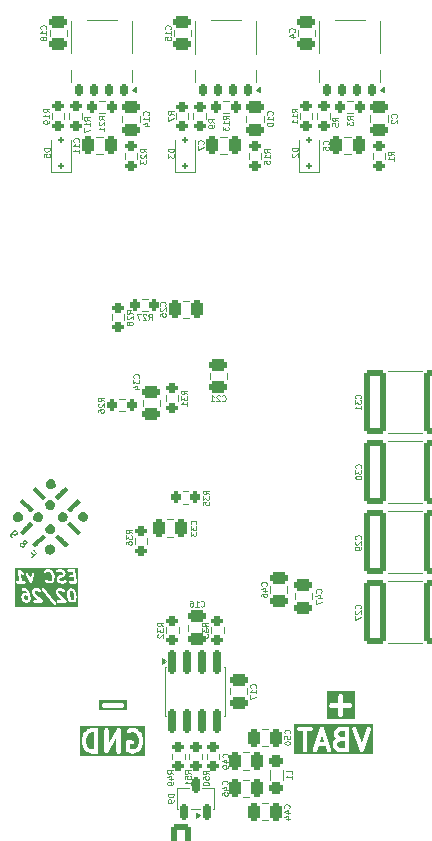
<source format=gbr>
%TF.GenerationSoftware,KiCad,Pcbnew,9.0.7*%
%TF.CreationDate,2026-02-13T21:21:15+01:00*%
%TF.ProjectId,ESC_v3,4553435f-7633-42e6-9b69-6361645f7063,rev?*%
%TF.SameCoordinates,Original*%
%TF.FileFunction,Legend,Bot*%
%TF.FilePolarity,Positive*%
%FSLAX46Y46*%
G04 Gerber Fmt 4.6, Leading zero omitted, Abs format (unit mm)*
G04 Created by KiCad (PCBNEW 9.0.7) date 2026-02-13 21:21:15*
%MOMM*%
%LPD*%
G01*
G04 APERTURE LIST*
G04 Aperture macros list*
%AMRoundRect*
0 Rectangle with rounded corners*
0 $1 Rounding radius*
0 $2 $3 $4 $5 $6 $7 $8 $9 X,Y pos of 4 corners*
0 Add a 4 corners polygon primitive as box body*
4,1,4,$2,$3,$4,$5,$6,$7,$8,$9,$2,$3,0*
0 Add four circle primitives for the rounded corners*
1,1,$1+$1,$2,$3*
1,1,$1+$1,$4,$5*
1,1,$1+$1,$6,$7*
1,1,$1+$1,$8,$9*
0 Add four rect primitives between the rounded corners*
20,1,$1+$1,$2,$3,$4,$5,0*
20,1,$1+$1,$4,$5,$6,$7,0*
20,1,$1+$1,$6,$7,$8,$9,0*
20,1,$1+$1,$8,$9,$2,$3,0*%
%AMFreePoly0*
4,1,18,-0.697500,2.280000,2.027500,2.280000,2.502500,2.280000,2.502500,1.530000,2.027500,1.530000,2.027500,-1.530000,2.502500,-1.530000,2.502500,-2.280000,-0.697500,-2.280000,-0.697500,-2.775000,-1.602500,-2.775000,-1.602500,-2.280000,-2.027500,-2.280000,-2.027500,2.280000,-1.602500,2.280000,-1.602500,2.775000,-0.697500,2.775000,-0.697500,2.280000,-0.697500,2.280000,$1*%
G04 Aperture macros list end*
%ADD10C,0.220000*%
%ADD11C,0.400000*%
%ADD12C,0.360000*%
%ADD13C,0.080000*%
%ADD14C,0.120000*%
%ADD15C,0.000000*%
%ADD16R,1.700000X1.700000*%
%ADD17C,3.200000*%
%ADD18C,5.500000*%
%ADD19RoundRect,0.250000X-0.600000X-0.725000X0.600000X-0.725000X0.600000X0.725000X-0.600000X0.725000X0*%
%ADD20O,1.700000X1.950000*%
%ADD21RoundRect,0.200000X-0.275000X0.200000X-0.275000X-0.200000X0.275000X-0.200000X0.275000X0.200000X0*%
%ADD22RoundRect,0.187500X0.187500X-0.312500X0.187500X0.312500X-0.187500X0.312500X-0.187500X-0.312500X0*%
%ADD23FreePoly0,90.000000*%
%ADD24RoundRect,0.250000X-0.250000X-0.475000X0.250000X-0.475000X0.250000X0.475000X-0.250000X0.475000X0*%
%ADD25RoundRect,0.250000X0.350000X-0.275000X0.350000X0.275000X-0.350000X0.275000X-0.350000X-0.275000X0*%
%ADD26RoundRect,0.200000X0.275000X-0.200000X0.275000X0.200000X-0.275000X0.200000X-0.275000X-0.200000X0*%
%ADD27RoundRect,0.125000X0.125000X-0.125000X0.125000X0.125000X-0.125000X0.125000X-0.125000X-0.125000X0*%
%ADD28RoundRect,0.200000X0.200000X0.275000X-0.200000X0.275000X-0.200000X-0.275000X0.200000X-0.275000X0*%
%ADD29RoundRect,0.250000X-0.650000X-2.450000X0.650000X-2.450000X0.650000X2.450000X-0.650000X2.450000X0*%
%ADD30RoundRect,0.150000X0.150000X-0.512500X0.150000X0.512500X-0.150000X0.512500X-0.150000X-0.512500X0*%
%ADD31RoundRect,0.250000X-0.475000X0.250000X-0.475000X-0.250000X0.475000X-0.250000X0.475000X0.250000X0*%
%ADD32RoundRect,0.250000X0.475000X-0.250000X0.475000X0.250000X-0.475000X0.250000X-0.475000X-0.250000X0*%
%ADD33RoundRect,0.250000X0.250000X0.475000X-0.250000X0.475000X-0.250000X-0.475000X0.250000X-0.475000X0*%
%ADD34RoundRect,0.200000X-0.200000X-0.275000X0.200000X-0.275000X0.200000X0.275000X-0.200000X0.275000X0*%
%ADD35RoundRect,0.150000X-0.150000X0.825000X-0.150000X-0.825000X0.150000X-0.825000X0.150000X0.825000X0*%
G04 APERTURE END LIST*
D10*
G36*
X128398101Y-88737516D02*
G01*
X128427982Y-88764077D01*
X128466264Y-88825329D01*
X128489655Y-89012455D01*
X128470487Y-89063570D01*
X128455259Y-89080974D01*
X128408001Y-89106179D01*
X128269614Y-89106179D01*
X128205043Y-89075792D01*
X128175161Y-89049230D01*
X128136881Y-88987981D01*
X128113490Y-88800853D01*
X128132657Y-88749738D01*
X128147885Y-88732336D01*
X128195145Y-88707131D01*
X128333532Y-88707131D01*
X128398101Y-88737516D01*
G37*
G36*
X132207625Y-88356564D02*
G01*
X132237506Y-88383125D01*
X132282806Y-88455605D01*
X132345814Y-88623625D01*
X132372264Y-88835225D01*
X132351766Y-88999209D01*
X132327630Y-89063570D01*
X132312402Y-89080974D01*
X132265144Y-89106179D01*
X132221995Y-89106179D01*
X132157424Y-89075792D01*
X132127542Y-89049230D01*
X132082244Y-88976753D01*
X132019236Y-88808731D01*
X131992786Y-88597130D01*
X132013283Y-88433151D01*
X132037419Y-88368786D01*
X132052647Y-88351384D01*
X132099907Y-88326179D01*
X132143056Y-88326179D01*
X132207625Y-88356564D01*
G37*
G36*
X132703947Y-89675029D02*
G01*
X127359361Y-89675029D01*
X127359361Y-88779694D01*
X127891263Y-88779694D01*
X127891827Y-88801251D01*
X127921589Y-89039346D01*
X127926349Y-89060378D01*
X127927495Y-89062394D01*
X127927879Y-89064683D01*
X127937460Y-89084001D01*
X127996983Y-89179240D01*
X128001425Y-89185002D01*
X128002548Y-89187317D01*
X128006545Y-89191643D01*
X128010149Y-89196317D01*
X128012246Y-89197813D01*
X128017183Y-89203155D01*
X128070754Y-89250775D01*
X128076733Y-89255120D01*
X128078480Y-89257040D01*
X128083483Y-89260025D01*
X128088198Y-89263452D01*
X128090651Y-89264303D01*
X128096997Y-89268090D01*
X128198188Y-89315709D01*
X128218505Y-89322934D01*
X128221133Y-89323058D01*
X128223565Y-89324065D01*
X128245025Y-89326179D01*
X128435502Y-89326179D01*
X128456962Y-89324065D01*
X128461957Y-89321996D01*
X128467337Y-89321471D01*
X128487267Y-89313238D01*
X128576552Y-89265619D01*
X128589903Y-89256714D01*
X128591848Y-89255753D01*
X128593081Y-89254595D01*
X128594493Y-89253654D01*
X128595875Y-89251973D01*
X128607571Y-89240995D01*
X128649238Y-89193375D01*
X128658399Y-89180559D01*
X128659936Y-89178915D01*
X128660730Y-89177298D01*
X128661779Y-89175832D01*
X128662500Y-89173698D01*
X128669450Y-89159563D01*
X128705164Y-89064325D01*
X128710720Y-89043490D01*
X128710549Y-89038464D01*
X128711883Y-89033615D01*
X128711319Y-89012059D01*
X128663700Y-88631106D01*
X128663056Y-88628264D01*
X128663101Y-88626962D01*
X128660860Y-88618559D01*
X128658940Y-88610074D01*
X128658295Y-88608940D01*
X128657545Y-88606126D01*
X128586117Y-88415651D01*
X128581813Y-88406897D01*
X128581028Y-88404134D01*
X128578593Y-88400347D01*
X128577803Y-88398741D01*
X128796025Y-88398741D01*
X128796589Y-88420298D01*
X128808493Y-88515536D01*
X128810521Y-88524500D01*
X128810627Y-88527336D01*
X128812193Y-88531884D01*
X128813253Y-88536568D01*
X128814653Y-88539030D01*
X128817647Y-88547726D01*
X128883124Y-88690583D01*
X128893988Y-88709211D01*
X128894876Y-88710036D01*
X128895406Y-88711128D01*
X128910041Y-88726965D01*
X129336656Y-89106179D01*
X129006930Y-89106179D01*
X128985470Y-89108293D01*
X128945817Y-89124717D01*
X128915468Y-89155066D01*
X128899044Y-89194719D01*
X128899044Y-89237639D01*
X128915468Y-89277292D01*
X128945817Y-89307641D01*
X128985470Y-89324065D01*
X129006930Y-89326179D01*
X129625978Y-89326179D01*
X129647438Y-89324065D01*
X129650464Y-89322811D01*
X129653736Y-89322619D01*
X129670189Y-89314641D01*
X129687091Y-89307641D01*
X129689409Y-89305322D01*
X129692356Y-89303894D01*
X129704497Y-89290234D01*
X129717440Y-89277292D01*
X129718695Y-89274261D01*
X129720870Y-89271815D01*
X129726865Y-89254536D01*
X129733864Y-89237639D01*
X129733864Y-89234365D01*
X129734939Y-89231267D01*
X129733864Y-89212996D01*
X129733864Y-89194719D01*
X129732610Y-89191692D01*
X129732418Y-89188421D01*
X129724440Y-89171967D01*
X129717440Y-89155066D01*
X129715121Y-89152747D01*
X129713693Y-89149801D01*
X129699058Y-89133964D01*
X129073483Y-88577897D01*
X129024695Y-88471451D01*
X129018252Y-88419901D01*
X129037419Y-88368786D01*
X129052647Y-88351384D01*
X129099907Y-88326179D01*
X129285913Y-88326179D01*
X129350482Y-88356564D01*
X129392183Y-88393632D01*
X129409627Y-88406309D01*
X129450175Y-88420378D01*
X129493021Y-88417858D01*
X129531641Y-88399132D01*
X129560155Y-88367054D01*
X129574224Y-88326505D01*
X129571704Y-88283659D01*
X129552978Y-88245040D01*
X129538343Y-88229202D01*
X129484772Y-88181583D01*
X129479037Y-88177415D01*
X129623478Y-88177415D01*
X129635213Y-88218700D01*
X129646876Y-88236837D01*
X130664733Y-89522552D01*
X130679711Y-89538065D01*
X130717201Y-89558960D01*
X130759834Y-89563918D01*
X130801118Y-89552182D01*
X130834769Y-89525542D01*
X130855664Y-89488052D01*
X130860622Y-89445419D01*
X130848886Y-89404135D01*
X130837223Y-89385997D01*
X130055645Y-88398741D01*
X130796025Y-88398741D01*
X130796589Y-88420298D01*
X130808493Y-88515536D01*
X130810521Y-88524500D01*
X130810627Y-88527336D01*
X130812193Y-88531884D01*
X130813253Y-88536568D01*
X130814653Y-88539030D01*
X130817647Y-88547726D01*
X130883124Y-88690583D01*
X130893988Y-88709211D01*
X130894876Y-88710036D01*
X130895406Y-88711128D01*
X130910041Y-88726965D01*
X131336656Y-89106179D01*
X131006930Y-89106179D01*
X130985470Y-89108293D01*
X130945817Y-89124717D01*
X130915468Y-89155066D01*
X130899044Y-89194719D01*
X130899044Y-89237639D01*
X130915468Y-89277292D01*
X130945817Y-89307641D01*
X130985470Y-89324065D01*
X131006930Y-89326179D01*
X131625978Y-89326179D01*
X131647438Y-89324065D01*
X131650464Y-89322811D01*
X131653736Y-89322619D01*
X131670189Y-89314641D01*
X131687091Y-89307641D01*
X131689409Y-89305322D01*
X131692356Y-89303894D01*
X131704497Y-89290234D01*
X131717440Y-89277292D01*
X131718695Y-89274261D01*
X131720870Y-89271815D01*
X131726865Y-89254536D01*
X131733864Y-89237639D01*
X131733864Y-89234365D01*
X131734939Y-89231267D01*
X131733864Y-89212996D01*
X131733864Y-89194719D01*
X131732610Y-89191692D01*
X131732418Y-89188421D01*
X131724440Y-89171967D01*
X131717440Y-89155066D01*
X131715121Y-89152747D01*
X131713693Y-89149801D01*
X131699058Y-89133964D01*
X131086219Y-88589218D01*
X131772215Y-88589218D01*
X131772422Y-88597130D01*
X131772215Y-88605043D01*
X131772672Y-88606707D01*
X131772779Y-88610775D01*
X131802541Y-88848870D01*
X131803184Y-88851711D01*
X131803140Y-88853014D01*
X131805380Y-88861416D01*
X131807301Y-88869902D01*
X131807945Y-88871035D01*
X131808696Y-88873850D01*
X131880125Y-89064326D01*
X131880239Y-89064557D01*
X131880260Y-89064683D01*
X131884983Y-89074207D01*
X131889640Y-89083677D01*
X131889725Y-89083768D01*
X131889841Y-89084001D01*
X131949364Y-89179240D01*
X131953806Y-89185002D01*
X131954929Y-89187317D01*
X131958926Y-89191643D01*
X131962530Y-89196317D01*
X131964627Y-89197813D01*
X131969564Y-89203155D01*
X132023135Y-89250775D01*
X132029114Y-89255120D01*
X132030861Y-89257040D01*
X132035864Y-89260025D01*
X132040579Y-89263452D01*
X132043032Y-89264303D01*
X132049378Y-89268090D01*
X132150569Y-89315709D01*
X132170886Y-89322934D01*
X132173514Y-89323058D01*
X132175946Y-89324065D01*
X132197406Y-89326179D01*
X132292644Y-89326179D01*
X132314104Y-89324065D01*
X132319099Y-89321995D01*
X132324478Y-89321471D01*
X132344409Y-89313238D01*
X132433695Y-89265619D01*
X132447048Y-89256713D01*
X132448991Y-89255753D01*
X132450222Y-89254596D01*
X132451635Y-89253655D01*
X132453017Y-89251973D01*
X132464714Y-89240995D01*
X132506381Y-89193375D01*
X132515542Y-89180559D01*
X132517079Y-89178915D01*
X132517873Y-89177298D01*
X132518922Y-89175832D01*
X132519643Y-89173698D01*
X132526593Y-89159563D01*
X132562307Y-89064325D01*
X132563057Y-89061512D01*
X132563702Y-89060378D01*
X132565623Y-89051889D01*
X132567863Y-89043490D01*
X132567818Y-89042187D01*
X132568462Y-89039346D01*
X132592271Y-88848870D01*
X132592377Y-88844806D01*
X132592836Y-88843139D01*
X132592628Y-88835219D01*
X132592836Y-88827314D01*
X132592378Y-88825649D01*
X132592272Y-88821582D01*
X132562510Y-88583487D01*
X132561866Y-88580645D01*
X132561911Y-88579343D01*
X132559671Y-88570943D01*
X132557750Y-88562455D01*
X132557105Y-88561320D01*
X132556355Y-88558508D01*
X132484926Y-88368031D01*
X132484812Y-88367799D01*
X132484791Y-88367673D01*
X132480013Y-88358039D01*
X132475412Y-88348680D01*
X132475325Y-88348586D01*
X132475210Y-88348355D01*
X132415686Y-88253117D01*
X132411243Y-88247354D01*
X132410121Y-88245040D01*
X132406122Y-88240712D01*
X132402519Y-88236039D01*
X132400421Y-88234542D01*
X132395486Y-88229202D01*
X132341915Y-88181583D01*
X132335938Y-88177240D01*
X132334190Y-88175318D01*
X132329181Y-88172328D01*
X132324471Y-88168906D01*
X132322020Y-88168055D01*
X132315673Y-88164268D01*
X132214481Y-88116649D01*
X132194164Y-88109424D01*
X132191535Y-88109299D01*
X132189104Y-88108293D01*
X132167644Y-88106179D01*
X132072406Y-88106179D01*
X132050946Y-88108293D01*
X132045950Y-88110361D01*
X132040571Y-88110887D01*
X132020641Y-88119120D01*
X131931356Y-88166739D01*
X131918008Y-88175640D01*
X131916060Y-88176604D01*
X131914824Y-88177763D01*
X131913416Y-88178703D01*
X131912036Y-88180380D01*
X131900338Y-88191362D01*
X131858671Y-88238981D01*
X131849507Y-88251798D01*
X131847972Y-88253442D01*
X131847177Y-88255057D01*
X131846130Y-88256523D01*
X131845408Y-88258656D01*
X131838458Y-88272794D01*
X131802744Y-88368032D01*
X131801993Y-88370844D01*
X131801349Y-88371979D01*
X131799426Y-88380471D01*
X131797188Y-88388868D01*
X131797232Y-88390169D01*
X131796589Y-88393011D01*
X131772779Y-88583487D01*
X131772672Y-88587553D01*
X131772215Y-88589218D01*
X131086219Y-88589218D01*
X131073483Y-88577897D01*
X131024695Y-88471451D01*
X131018252Y-88419901D01*
X131037419Y-88368786D01*
X131052647Y-88351384D01*
X131099907Y-88326179D01*
X131285913Y-88326179D01*
X131350482Y-88356564D01*
X131392183Y-88393632D01*
X131409627Y-88406309D01*
X131450175Y-88420378D01*
X131493021Y-88417858D01*
X131531641Y-88399132D01*
X131560155Y-88367054D01*
X131574224Y-88326505D01*
X131571704Y-88283659D01*
X131552978Y-88245040D01*
X131538343Y-88229202D01*
X131484772Y-88181583D01*
X131478793Y-88177238D01*
X131477047Y-88175319D01*
X131472043Y-88172332D01*
X131467328Y-88168906D01*
X131464875Y-88168055D01*
X131458530Y-88164268D01*
X131357340Y-88116649D01*
X131337022Y-88109424D01*
X131334393Y-88109299D01*
X131331962Y-88108293D01*
X131310502Y-88106179D01*
X131072406Y-88106179D01*
X131050946Y-88108293D01*
X131045950Y-88110361D01*
X131040571Y-88110887D01*
X131020641Y-88119120D01*
X130931356Y-88166739D01*
X130918008Y-88175640D01*
X130916060Y-88176604D01*
X130914824Y-88177763D01*
X130913416Y-88178703D01*
X130912036Y-88180380D01*
X130900338Y-88191362D01*
X130858671Y-88238981D01*
X130849507Y-88251798D01*
X130847972Y-88253442D01*
X130847177Y-88255057D01*
X130846130Y-88256523D01*
X130845408Y-88258656D01*
X130838458Y-88272794D01*
X130802744Y-88368032D01*
X130797188Y-88388868D01*
X130797358Y-88393892D01*
X130796025Y-88398741D01*
X130055645Y-88398741D01*
X129819366Y-88100283D01*
X129804388Y-88084769D01*
X129766898Y-88063874D01*
X129724266Y-88058917D01*
X129682981Y-88070652D01*
X129649330Y-88097293D01*
X129628435Y-88134783D01*
X129623478Y-88177415D01*
X129479037Y-88177415D01*
X129478793Y-88177238D01*
X129477047Y-88175319D01*
X129472043Y-88172332D01*
X129467328Y-88168906D01*
X129464875Y-88168055D01*
X129458530Y-88164268D01*
X129357340Y-88116649D01*
X129337022Y-88109424D01*
X129334393Y-88109299D01*
X129331962Y-88108293D01*
X129310502Y-88106179D01*
X129072406Y-88106179D01*
X129050946Y-88108293D01*
X129045950Y-88110361D01*
X129040571Y-88110887D01*
X129020641Y-88119120D01*
X128931356Y-88166739D01*
X128918008Y-88175640D01*
X128916060Y-88176604D01*
X128914824Y-88177763D01*
X128913416Y-88178703D01*
X128912036Y-88180380D01*
X128900338Y-88191362D01*
X128858671Y-88238981D01*
X128849507Y-88251798D01*
X128847972Y-88253442D01*
X128847177Y-88255057D01*
X128846130Y-88256523D01*
X128845408Y-88258656D01*
X128838458Y-88272794D01*
X128802744Y-88368032D01*
X128797188Y-88388868D01*
X128797358Y-88393892D01*
X128796025Y-88398741D01*
X128577803Y-88398741D01*
X128576603Y-88396299D01*
X128574638Y-88394196D01*
X128569366Y-88385996D01*
X128456270Y-88243139D01*
X128449597Y-88236227D01*
X128443105Y-88229202D01*
X128389534Y-88181583D01*
X128383557Y-88177240D01*
X128381809Y-88175318D01*
X128376800Y-88172328D01*
X128372090Y-88168906D01*
X128369639Y-88168055D01*
X128363292Y-88164268D01*
X128262100Y-88116649D01*
X128241783Y-88109424D01*
X128239154Y-88109299D01*
X128236723Y-88108293D01*
X128215263Y-88106179D01*
X128024787Y-88106179D01*
X128003327Y-88108293D01*
X127963674Y-88124717D01*
X127933325Y-88155066D01*
X127916901Y-88194719D01*
X127916901Y-88237639D01*
X127933325Y-88277292D01*
X127963674Y-88307641D01*
X128003327Y-88324065D01*
X128024787Y-88326179D01*
X128190675Y-88326179D01*
X128255244Y-88356564D01*
X128289751Y-88387237D01*
X128369740Y-88488275D01*
X128358121Y-88487131D01*
X128167644Y-88487131D01*
X128146184Y-88489245D01*
X128141188Y-88491313D01*
X128135809Y-88491839D01*
X128115879Y-88500072D01*
X128026594Y-88547691D01*
X128013246Y-88556592D01*
X128011298Y-88557556D01*
X128010062Y-88558715D01*
X128008654Y-88559655D01*
X128007274Y-88561332D01*
X127995576Y-88572314D01*
X127953909Y-88619933D01*
X127944745Y-88632750D01*
X127943210Y-88634394D01*
X127942415Y-88636009D01*
X127941368Y-88637475D01*
X127940646Y-88639608D01*
X127933696Y-88653746D01*
X127897982Y-88748984D01*
X127892426Y-88769820D01*
X127892596Y-88774844D01*
X127891263Y-88779694D01*
X127359361Y-88779694D01*
X127359361Y-87584775D01*
X127470472Y-87584775D01*
X127470472Y-87627695D01*
X127486896Y-87667348D01*
X127517245Y-87697697D01*
X127556898Y-87714121D01*
X127578358Y-87716235D01*
X128149787Y-87716235D01*
X128171247Y-87714121D01*
X128210900Y-87697697D01*
X128241249Y-87667348D01*
X128257673Y-87627695D01*
X128257673Y-87584775D01*
X128241249Y-87545122D01*
X128210900Y-87514773D01*
X128171247Y-87498349D01*
X128149787Y-87496235D01*
X127961179Y-87496235D01*
X127890340Y-86929531D01*
X127892207Y-86930887D01*
X127893956Y-86932810D01*
X127898964Y-86935799D01*
X127903675Y-86939222D01*
X127906125Y-86940072D01*
X127912473Y-86943860D01*
X128013664Y-86991479D01*
X128033981Y-86998704D01*
X128076853Y-87000727D01*
X128117236Y-86986190D01*
X128148981Y-86957304D01*
X128164540Y-86924241D01*
X128290860Y-86924241D01*
X128293287Y-86967092D01*
X128300702Y-86987341D01*
X128622131Y-87654008D01*
X128633356Y-87672420D01*
X128637828Y-87676413D01*
X128641004Y-87681509D01*
X128653718Y-87690600D01*
X128665371Y-87701005D01*
X128671035Y-87702984D01*
X128675916Y-87706474D01*
X128691133Y-87710006D01*
X128705889Y-87715162D01*
X128711880Y-87714822D01*
X128717724Y-87716179D01*
X128733140Y-87713618D01*
X128748740Y-87712735D01*
X128754141Y-87710130D01*
X128760064Y-87709147D01*
X128773334Y-87700876D01*
X128787401Y-87694095D01*
X128791394Y-87689622D01*
X128796490Y-87686447D01*
X128805579Y-87673735D01*
X128815987Y-87662080D01*
X128817966Y-87656412D01*
X128821455Y-87651535D01*
X128828367Y-87631109D01*
X128983128Y-86964442D01*
X128985921Y-86943059D01*
X128978889Y-86900720D01*
X128956189Y-86864294D01*
X128921277Y-86839329D01*
X128879469Y-86829623D01*
X128837129Y-86836655D01*
X128800704Y-86859355D01*
X128775738Y-86894267D01*
X128768826Y-86914693D01*
X128684679Y-87277173D01*
X128498872Y-86891795D01*
X128487647Y-86873383D01*
X128455632Y-86844797D01*
X128415114Y-86830641D01*
X128372263Y-86833068D01*
X128333602Y-86851708D01*
X128305016Y-86883723D01*
X128290860Y-86924241D01*
X128164540Y-86924241D01*
X128167256Y-86918469D01*
X128169280Y-86875597D01*
X128154742Y-86835214D01*
X128125856Y-86803470D01*
X128107339Y-86792419D01*
X128020519Y-86751562D01*
X127948153Y-86687237D01*
X129832379Y-86687237D01*
X129835234Y-86730062D01*
X129854260Y-86768534D01*
X129886560Y-86796797D01*
X129927218Y-86810548D01*
X129970043Y-86807693D01*
X130008515Y-86788667D01*
X130024237Y-86773909D01*
X130046741Y-86748189D01*
X130138610Y-86716235D01*
X130198091Y-86716235D01*
X130308386Y-86751529D01*
X130386316Y-86820800D01*
X130431617Y-86893281D01*
X130494623Y-87061298D01*
X130509168Y-87177663D01*
X130488671Y-87341644D01*
X130464534Y-87406007D01*
X130413546Y-87464280D01*
X130321678Y-87496235D01*
X130262197Y-87496235D01*
X130151903Y-87460941D01*
X130115724Y-87428781D01*
X130098281Y-87416104D01*
X130057732Y-87402035D01*
X130014886Y-87404555D01*
X129976267Y-87423281D01*
X129947752Y-87455359D01*
X129933683Y-87495908D01*
X129936203Y-87538754D01*
X129954929Y-87577373D01*
X129969564Y-87593211D01*
X130023135Y-87640831D01*
X130040579Y-87653508D01*
X130041860Y-87653952D01*
X130042896Y-87654829D01*
X130062691Y-87663383D01*
X130211499Y-87711002D01*
X130220916Y-87713024D01*
X130223565Y-87714121D01*
X130228111Y-87714568D01*
X130232583Y-87715529D01*
X130235443Y-87715291D01*
X130245025Y-87716235D01*
X130340263Y-87716235D01*
X130352608Y-87715018D01*
X130355437Y-87715183D01*
X130358543Y-87714434D01*
X130361723Y-87714121D01*
X130364340Y-87713036D01*
X130376400Y-87710130D01*
X130513305Y-87662511D01*
X130532879Y-87653464D01*
X130538037Y-87648871D01*
X130544230Y-87645809D01*
X130559952Y-87631051D01*
X130643285Y-87535812D01*
X130652443Y-87522999D01*
X130653982Y-87521353D01*
X130654778Y-87519732D01*
X130655825Y-87518269D01*
X130656545Y-87516140D01*
X130663497Y-87502001D01*
X130699212Y-87406764D01*
X130699963Y-87403947D01*
X130700607Y-87402815D01*
X130702526Y-87394335D01*
X130704768Y-87385928D01*
X130704723Y-87384624D01*
X130705367Y-87381783D01*
X130729176Y-87191307D01*
X130729282Y-87187240D01*
X130729740Y-87185576D01*
X130729532Y-87177663D01*
X130729740Y-87169750D01*
X130729282Y-87168085D01*
X130729176Y-87164020D01*
X130711319Y-87021162D01*
X130710675Y-87018320D01*
X130710720Y-87017018D01*
X130708479Y-87008615D01*
X130706559Y-87000130D01*
X130705914Y-86998996D01*
X130705164Y-86996182D01*
X130633736Y-86805707D01*
X130633622Y-86805475D01*
X130633601Y-86805348D01*
X130628852Y-86795772D01*
X130624222Y-86786355D01*
X130624135Y-86786261D01*
X130624020Y-86786030D01*
X130564496Y-86690792D01*
X130560054Y-86685031D01*
X130558931Y-86682714D01*
X130554928Y-86678383D01*
X130551329Y-86673714D01*
X130549232Y-86672218D01*
X130546284Y-86669028D01*
X130826554Y-86669028D01*
X130840654Y-86709566D01*
X130869193Y-86741622D01*
X130907828Y-86760316D01*
X130950676Y-86762802D01*
X130971639Y-86757749D01*
X131090991Y-86716235D01*
X131285913Y-86716235D01*
X131350482Y-86746620D01*
X131380363Y-86773181D01*
X131418645Y-86834433D01*
X131424179Y-86878703D01*
X131405012Y-86929817D01*
X131389783Y-86947220D01*
X131329833Y-86979193D01*
X131158015Y-87023534D01*
X131155059Y-87024615D01*
X131153668Y-87024751D01*
X131145771Y-87028013D01*
X131137764Y-87030943D01*
X131136648Y-87031782D01*
X131133738Y-87032985D01*
X131044451Y-87080604D01*
X131031103Y-87089505D01*
X131029155Y-87090469D01*
X131027919Y-87091628D01*
X131026511Y-87092568D01*
X131025131Y-87094246D01*
X131013433Y-87105227D01*
X130971766Y-87152846D01*
X130962602Y-87165663D01*
X130961067Y-87167307D01*
X130960272Y-87168922D01*
X130959225Y-87170388D01*
X130958503Y-87172521D01*
X130951553Y-87186659D01*
X130915839Y-87281897D01*
X130910283Y-87302733D01*
X130910453Y-87307758D01*
X130909120Y-87312608D01*
X130909684Y-87334164D01*
X130921589Y-87429402D01*
X130926349Y-87450434D01*
X130927495Y-87452450D01*
X130927879Y-87454739D01*
X130937460Y-87474057D01*
X130996983Y-87569296D01*
X131001425Y-87575058D01*
X131002548Y-87577373D01*
X131006545Y-87581699D01*
X131010149Y-87586373D01*
X131012246Y-87587869D01*
X131017183Y-87593211D01*
X131070754Y-87640831D01*
X131076733Y-87645176D01*
X131078480Y-87647096D01*
X131083483Y-87650081D01*
X131088198Y-87653508D01*
X131090651Y-87654359D01*
X131096997Y-87658146D01*
X131198188Y-87705765D01*
X131218505Y-87712990D01*
X131221133Y-87713114D01*
X131223565Y-87714121D01*
X131245025Y-87716235D01*
X131483121Y-87716235D01*
X131495466Y-87715018D01*
X131498295Y-87715183D01*
X131501401Y-87714434D01*
X131504581Y-87714121D01*
X131507198Y-87713036D01*
X131519258Y-87710130D01*
X131656162Y-87662511D01*
X131675737Y-87653464D01*
X131707793Y-87624925D01*
X131726487Y-87586290D01*
X131728973Y-87543442D01*
X131714873Y-87502904D01*
X131686333Y-87470848D01*
X131647699Y-87452154D01*
X131604851Y-87449668D01*
X131583887Y-87454721D01*
X131464536Y-87496235D01*
X131269614Y-87496235D01*
X131205043Y-87465848D01*
X131175161Y-87439286D01*
X131136881Y-87378037D01*
X131131347Y-87333765D01*
X131150514Y-87282651D01*
X131165742Y-87265249D01*
X131225693Y-87233275D01*
X131397511Y-87188936D01*
X131400472Y-87187852D01*
X131401859Y-87187717D01*
X131409745Y-87184459D01*
X131417762Y-87181526D01*
X131418875Y-87180687D01*
X131421790Y-87179484D01*
X131511076Y-87131865D01*
X131524423Y-87122963D01*
X131526372Y-87122000D01*
X131527607Y-87120840D01*
X131529016Y-87119901D01*
X131530395Y-87118222D01*
X131542094Y-87107242D01*
X131583761Y-87059623D01*
X131592921Y-87046808D01*
X131594460Y-87045162D01*
X131595255Y-87043543D01*
X131596302Y-87042080D01*
X131597022Y-87039949D01*
X131603974Y-87025810D01*
X131639688Y-86930572D01*
X131645244Y-86909737D01*
X131645073Y-86904710D01*
X131646407Y-86899861D01*
X131645843Y-86878305D01*
X131633938Y-86783067D01*
X131629178Y-86762035D01*
X131628031Y-86760018D01*
X131627648Y-86757729D01*
X131618067Y-86738411D01*
X131558543Y-86643173D01*
X131554100Y-86637410D01*
X131552978Y-86635096D01*
X131548979Y-86630768D01*
X131545376Y-86626095D01*
X131543278Y-86624598D01*
X131538343Y-86619258D01*
X131499550Y-86584775D01*
X131774044Y-86584775D01*
X131774044Y-86627695D01*
X131790468Y-86667348D01*
X131820817Y-86697697D01*
X131860470Y-86714121D01*
X131881930Y-86716235D01*
X132261014Y-86716235D01*
X132293038Y-86972425D01*
X132084311Y-86972425D01*
X132062851Y-86974539D01*
X132023198Y-86990963D01*
X131992849Y-87021312D01*
X131976425Y-87060965D01*
X131976425Y-87103885D01*
X131992849Y-87143538D01*
X132023198Y-87173887D01*
X132062851Y-87190311D01*
X132084311Y-87192425D01*
X132320538Y-87192425D01*
X132358514Y-87496235D01*
X132006930Y-87496235D01*
X131985470Y-87498349D01*
X131945817Y-87514773D01*
X131915468Y-87545122D01*
X131899044Y-87584775D01*
X131899044Y-87627695D01*
X131915468Y-87667348D01*
X131945817Y-87697697D01*
X131985470Y-87714121D01*
X132006930Y-87716235D01*
X132483121Y-87716235D01*
X132504581Y-87714121D01*
X132510954Y-87711481D01*
X132517797Y-87710626D01*
X132530610Y-87703339D01*
X132544234Y-87697697D01*
X132549111Y-87692819D01*
X132555107Y-87689410D01*
X132564157Y-87677773D01*
X132574583Y-87667348D01*
X132577222Y-87660975D01*
X132581457Y-87655531D01*
X132585366Y-87641313D01*
X132591007Y-87627695D01*
X132591007Y-87620798D01*
X132592836Y-87614147D01*
X132592272Y-87592591D01*
X132467272Y-86592591D01*
X132466007Y-86587001D01*
X132466007Y-86584775D01*
X132464896Y-86582092D01*
X132462512Y-86571559D01*
X132455224Y-86558743D01*
X132449583Y-86545122D01*
X132444706Y-86540245D01*
X132441297Y-86534249D01*
X132429656Y-86525195D01*
X132419234Y-86514773D01*
X132412863Y-86512134D01*
X132407418Y-86507899D01*
X132393197Y-86503989D01*
X132379581Y-86498349D01*
X132368836Y-86497290D01*
X132366034Y-86496520D01*
X132363821Y-86496796D01*
X132358121Y-86496235D01*
X131881930Y-86496235D01*
X131860470Y-86498349D01*
X131820817Y-86514773D01*
X131790468Y-86545122D01*
X131774044Y-86584775D01*
X131499550Y-86584775D01*
X131484772Y-86571639D01*
X131478793Y-86567294D01*
X131477047Y-86565375D01*
X131472043Y-86562388D01*
X131467328Y-86558962D01*
X131464875Y-86558111D01*
X131458530Y-86554324D01*
X131357340Y-86506705D01*
X131337022Y-86499480D01*
X131334393Y-86499355D01*
X131331962Y-86498349D01*
X131310502Y-86496235D01*
X131072406Y-86496235D01*
X131060060Y-86497451D01*
X131057232Y-86497287D01*
X131054125Y-86498035D01*
X131050946Y-86498349D01*
X131048329Y-86499432D01*
X131036268Y-86502340D01*
X130899365Y-86549959D01*
X130879790Y-86559006D01*
X130847734Y-86587545D01*
X130829040Y-86626180D01*
X130826554Y-86669028D01*
X130546284Y-86669028D01*
X130544296Y-86666877D01*
X130437153Y-86571639D01*
X130419709Y-86558962D01*
X130418429Y-86558517D01*
X130417393Y-86557641D01*
X130397598Y-86549087D01*
X130248788Y-86501468D01*
X130239371Y-86499446D01*
X130236723Y-86498349D01*
X130232176Y-86497901D01*
X130227705Y-86496941D01*
X130224844Y-86497178D01*
X130215263Y-86496235D01*
X130120025Y-86496235D01*
X130107679Y-86497451D01*
X130104851Y-86497287D01*
X130101744Y-86498035D01*
X130098565Y-86498349D01*
X130095948Y-86499432D01*
X130083887Y-86502340D01*
X129946984Y-86549959D01*
X129927409Y-86559006D01*
X129922250Y-86563598D01*
X129916060Y-86566660D01*
X129900338Y-86581418D01*
X129858671Y-86629037D01*
X129846130Y-86646579D01*
X129832379Y-86687237D01*
X127948153Y-86687237D01*
X127932441Y-86673271D01*
X127825317Y-86537957D01*
X127822980Y-86535536D01*
X127822248Y-86534249D01*
X127820195Y-86532652D01*
X127810339Y-86522444D01*
X127798803Y-86516014D01*
X127788369Y-86507899D01*
X127780223Y-86505659D01*
X127772849Y-86501549D01*
X127759725Y-86500023D01*
X127746985Y-86496520D01*
X127738605Y-86497567D01*
X127730216Y-86496592D01*
X127717504Y-86500205D01*
X127704396Y-86501844D01*
X127697055Y-86506017D01*
X127688932Y-86508327D01*
X127678576Y-86516525D01*
X127667086Y-86523059D01*
X127661897Y-86529729D01*
X127655281Y-86534968D01*
X127648851Y-86546503D01*
X127640736Y-86556938D01*
X127638496Y-86565083D01*
X127634386Y-86572458D01*
X127632860Y-86585581D01*
X127629357Y-86598322D01*
X127629728Y-86612516D01*
X127629429Y-86615091D01*
X127629832Y-86616511D01*
X127629921Y-86619879D01*
X127739465Y-87496235D01*
X127578358Y-87496235D01*
X127556898Y-87498349D01*
X127517245Y-87514773D01*
X127486896Y-87545122D01*
X127470472Y-87584775D01*
X127359361Y-87584775D01*
X127359361Y-86385124D01*
X132703947Y-86385124D01*
X132703947Y-89675029D01*
G37*
D11*
G36*
X136830283Y-98444755D02*
G01*
X134469716Y-98444755D01*
X134469716Y-97983515D01*
X134691938Y-97983515D01*
X134691938Y-98061551D01*
X134721801Y-98133647D01*
X134776981Y-98188827D01*
X134849077Y-98218690D01*
X134888095Y-98222533D01*
X136411904Y-98222533D01*
X136450922Y-98218690D01*
X136523018Y-98188827D01*
X136578198Y-98133647D01*
X136608061Y-98061551D01*
X136608061Y-97983515D01*
X136578198Y-97911419D01*
X136523018Y-97856239D01*
X136450922Y-97826376D01*
X136411904Y-97822533D01*
X134888095Y-97822533D01*
X134849077Y-97826376D01*
X134776981Y-97856239D01*
X134721801Y-97911419D01*
X134691938Y-97983515D01*
X134469716Y-97983515D01*
X134469716Y-97600311D01*
X136830283Y-97600311D01*
X136830283Y-98444755D01*
G37*
D12*
G36*
X155327142Y-101630994D02*
G01*
X154863920Y-101630994D01*
X154756623Y-101577346D01*
X154712220Y-101532942D01*
X154658571Y-101425644D01*
X154658571Y-101253485D01*
X154712219Y-101146188D01*
X154747231Y-101111177D01*
X154936351Y-101048137D01*
X155327142Y-101048137D01*
X155327142Y-101630994D01*
G37*
G36*
X155327142Y-100688137D02*
G01*
X154949634Y-100688137D01*
X154842338Y-100634488D01*
X154797933Y-100590083D01*
X154744285Y-100482787D01*
X154744285Y-100396342D01*
X154797932Y-100289046D01*
X154842339Y-100244641D01*
X154949634Y-100190994D01*
X155327142Y-100190994D01*
X155327142Y-100688137D01*
G37*
G36*
X153543120Y-101116708D02*
G01*
X153185450Y-101116708D01*
X153364285Y-100580204D01*
X153543120Y-101116708D01*
G37*
G36*
X157685728Y-102190994D02*
G01*
X151016316Y-102190994D01*
X151016316Y-99975878D01*
X151216316Y-99975878D01*
X151216316Y-100046110D01*
X151243192Y-100110997D01*
X151292854Y-100160659D01*
X151357741Y-100187535D01*
X151392857Y-100190994D01*
X151727142Y-100190994D01*
X151727142Y-101810994D01*
X151730601Y-101846110D01*
X151757477Y-101910997D01*
X151807139Y-101960659D01*
X151872026Y-101987535D01*
X151942258Y-101987535D01*
X152007145Y-101960659D01*
X152056807Y-101910997D01*
X152083683Y-101846110D01*
X152087142Y-101810994D01*
X152087142Y-101788481D01*
X152585699Y-101788481D01*
X152590677Y-101858537D01*
X152622086Y-101921355D01*
X152675144Y-101967371D01*
X152741772Y-101989580D01*
X152811828Y-101984602D01*
X152874646Y-101953193D01*
X152920662Y-101900135D01*
X152935048Y-101867915D01*
X153065450Y-101476708D01*
X153663120Y-101476708D01*
X153793522Y-101867915D01*
X153807908Y-101900136D01*
X153853924Y-101953194D01*
X153916742Y-101984603D01*
X153986798Y-101989581D01*
X154053426Y-101967371D01*
X154106485Y-101921355D01*
X154137894Y-101858537D01*
X154142871Y-101788481D01*
X154135048Y-101754073D01*
X153954022Y-101210994D01*
X154298571Y-101210994D01*
X154298571Y-101468137D01*
X154302030Y-101503253D01*
X154304505Y-101509229D01*
X154304964Y-101515680D01*
X154317574Y-101548635D01*
X154403288Y-101720063D01*
X154412800Y-101735174D01*
X154414620Y-101739567D01*
X154418679Y-101744513D01*
X154422086Y-101749925D01*
X154425675Y-101753038D01*
X154437005Y-101766843D01*
X154522719Y-101852559D01*
X154536526Y-101863889D01*
X154539639Y-101867479D01*
X154545050Y-101870885D01*
X154549996Y-101874944D01*
X154554387Y-101876763D01*
X154569501Y-101886277D01*
X154740930Y-101971991D01*
X154773885Y-101984601D01*
X154780335Y-101985059D01*
X154786312Y-101987535D01*
X154821428Y-101990994D01*
X155507142Y-101990994D01*
X155542258Y-101987535D01*
X155607145Y-101960659D01*
X155656807Y-101910997D01*
X155683683Y-101846110D01*
X155687142Y-101810994D01*
X155687142Y-100033507D01*
X155928556Y-100033507D01*
X155936379Y-100067915D01*
X156536379Y-101867915D01*
X156550765Y-101900136D01*
X156559191Y-101909852D01*
X156564943Y-101921355D01*
X156581989Y-101936139D01*
X156596781Y-101953194D01*
X156608288Y-101958947D01*
X156618001Y-101967371D01*
X156639402Y-101974504D01*
X156659599Y-101984603D01*
X156672433Y-101985515D01*
X156684629Y-101989580D01*
X156707134Y-101987980D01*
X156729655Y-101989581D01*
X156741857Y-101985513D01*
X156754685Y-101984602D01*
X156774873Y-101974507D01*
X156796283Y-101967371D01*
X156805998Y-101958945D01*
X156817503Y-101953193D01*
X156832288Y-101936144D01*
X156849342Y-101921355D01*
X156855095Y-101909847D01*
X156863519Y-101900135D01*
X156877905Y-101867915D01*
X157477905Y-100067915D01*
X157485728Y-100033507D01*
X157480751Y-99963451D01*
X157449342Y-99900633D01*
X157396283Y-99854617D01*
X157329655Y-99832407D01*
X157259599Y-99837385D01*
X157196781Y-99868794D01*
X157150765Y-99921852D01*
X157136379Y-99954073D01*
X156707142Y-101241784D01*
X156277905Y-99954073D01*
X156263519Y-99921853D01*
X156217503Y-99868795D01*
X156154685Y-99837386D01*
X156084629Y-99832408D01*
X156018001Y-99854617D01*
X155964943Y-99900633D01*
X155933534Y-99963451D01*
X155928556Y-100033507D01*
X155687142Y-100033507D01*
X155687142Y-100010994D01*
X155683683Y-99975878D01*
X155656807Y-99910991D01*
X155607145Y-99861329D01*
X155542258Y-99834453D01*
X155507142Y-99830994D01*
X154907142Y-99830994D01*
X154872026Y-99834453D01*
X154866049Y-99836928D01*
X154859599Y-99837387D01*
X154826643Y-99849997D01*
X154655216Y-99935711D01*
X154640102Y-99945224D01*
X154635713Y-99947043D01*
X154630769Y-99951100D01*
X154625354Y-99954509D01*
X154622238Y-99958100D01*
X154608436Y-99969428D01*
X154522721Y-100055142D01*
X154511390Y-100068947D01*
X154507800Y-100072062D01*
X154504392Y-100077474D01*
X154500335Y-100082419D01*
X154498515Y-100086810D01*
X154489002Y-100101924D01*
X154403288Y-100273353D01*
X154390677Y-100306309D01*
X154390218Y-100312760D01*
X154387744Y-100318735D01*
X154384285Y-100353851D01*
X154384285Y-100525280D01*
X154387744Y-100560396D01*
X154390219Y-100566372D01*
X154390678Y-100572823D01*
X154403288Y-100605778D01*
X154489002Y-100777206D01*
X154498515Y-100792319D01*
X154500335Y-100796711D01*
X154504392Y-100801655D01*
X154507800Y-100807068D01*
X154511390Y-100810182D01*
X154522721Y-100823988D01*
X154524139Y-100825406D01*
X154522720Y-100826572D01*
X154437006Y-100912286D01*
X154425676Y-100926090D01*
X154422086Y-100929205D01*
X154418678Y-100934617D01*
X154414621Y-100939562D01*
X154412801Y-100943953D01*
X154403288Y-100959067D01*
X154317574Y-101130496D01*
X154304963Y-101163452D01*
X154304504Y-101169903D01*
X154302030Y-101175878D01*
X154298571Y-101210994D01*
X153954022Y-101210994D01*
X153535048Y-99954073D01*
X153520662Y-99921853D01*
X153512238Y-99912140D01*
X153506485Y-99900633D01*
X153489431Y-99885843D01*
X153474646Y-99868795D01*
X153463141Y-99863042D01*
X153453426Y-99854617D01*
X153432016Y-99847480D01*
X153411828Y-99837386D01*
X153399000Y-99836474D01*
X153386798Y-99832407D01*
X153364277Y-99834007D01*
X153341772Y-99832408D01*
X153329576Y-99836472D01*
X153316742Y-99837385D01*
X153296545Y-99847483D01*
X153275144Y-99854617D01*
X153265431Y-99863040D01*
X153253924Y-99868794D01*
X153239132Y-99885848D01*
X153222086Y-99900633D01*
X153216334Y-99912135D01*
X153207908Y-99921852D01*
X153193522Y-99954073D01*
X152593522Y-101754073D01*
X152585699Y-101788481D01*
X152087142Y-101788481D01*
X152087142Y-100190994D01*
X152421428Y-100190994D01*
X152456544Y-100187535D01*
X152521431Y-100160659D01*
X152571093Y-100110997D01*
X152597969Y-100046110D01*
X152597969Y-99975878D01*
X152571093Y-99910991D01*
X152521431Y-99861329D01*
X152456544Y-99834453D01*
X152421428Y-99830994D01*
X151392857Y-99830994D01*
X151357741Y-99834453D01*
X151292854Y-99861329D01*
X151243192Y-99910991D01*
X151216316Y-99975878D01*
X151016316Y-99975878D01*
X151016316Y-99630994D01*
X157685728Y-99630994D01*
X157685728Y-102190994D01*
G37*
G36*
X134073571Y-101755994D02*
G01*
X133854209Y-101755994D01*
X133665089Y-101692954D01*
X133544362Y-101572227D01*
X133480548Y-101444598D01*
X133405000Y-101142405D01*
X133405000Y-100929581D01*
X133480547Y-100627389D01*
X133544362Y-100499760D01*
X133665089Y-100379034D01*
X133854209Y-100315994D01*
X134073571Y-100315994D01*
X134073571Y-101755994D01*
G37*
G36*
X138404999Y-102315994D02*
G01*
X132845000Y-102315994D01*
X132845000Y-100907422D01*
X133045000Y-100907422D01*
X133045000Y-101164565D01*
X133045603Y-101170690D01*
X133045213Y-101173315D01*
X133047157Y-101186463D01*
X133048459Y-101199681D01*
X133049473Y-101202130D01*
X133050374Y-101208221D01*
X133136088Y-101551078D01*
X133137014Y-101553669D01*
X133137106Y-101554964D01*
X133142698Y-101569577D01*
X133147961Y-101584307D01*
X133148733Y-101585349D01*
X133149717Y-101587920D01*
X133235431Y-101759349D01*
X133244944Y-101774462D01*
X133246764Y-101778854D01*
X133250821Y-101783798D01*
X133254229Y-101789211D01*
X133257819Y-101792325D01*
X133269149Y-101806130D01*
X133440578Y-101977559D01*
X133467854Y-101999944D01*
X133473829Y-102002419D01*
X133478716Y-102006657D01*
X133510936Y-102021043D01*
X133768079Y-102106757D01*
X133785492Y-102110716D01*
X133789884Y-102112535D01*
X133796250Y-102113162D01*
X133802487Y-102114580D01*
X133807226Y-102114243D01*
X133825000Y-102115994D01*
X134253571Y-102115994D01*
X134288687Y-102112535D01*
X134353574Y-102085659D01*
X134403236Y-102035997D01*
X134430112Y-101971110D01*
X134433571Y-101935994D01*
X134433571Y-100135994D01*
X134930714Y-100135994D01*
X134930714Y-101935994D01*
X134931603Y-101945023D01*
X134931153Y-101948566D01*
X134932404Y-101953154D01*
X134934173Y-101971110D01*
X134943331Y-101993221D01*
X134949632Y-102016324D01*
X134956658Y-102025396D01*
X134961049Y-102035997D01*
X134977980Y-102052928D01*
X134992636Y-102071852D01*
X135002594Y-102077542D01*
X135010711Y-102085659D01*
X135032832Y-102094821D01*
X135053614Y-102106697D01*
X135064997Y-102108144D01*
X135075598Y-102112535D01*
X135099532Y-102112535D01*
X135123286Y-102115555D01*
X135134360Y-102112535D01*
X135145830Y-102112535D01*
X135167941Y-102103376D01*
X135191044Y-102097076D01*
X135200116Y-102090049D01*
X135210717Y-102085659D01*
X135227648Y-102068727D01*
X135246572Y-102054072D01*
X135257016Y-102039359D01*
X135260379Y-102035997D01*
X135261745Y-102032698D01*
X135266998Y-102025299D01*
X135959285Y-100813796D01*
X135959285Y-101935994D01*
X135962744Y-101971110D01*
X135989620Y-102035997D01*
X136039282Y-102085659D01*
X136104169Y-102112535D01*
X136174401Y-102112535D01*
X136239288Y-102085659D01*
X136288950Y-102035997D01*
X136315826Y-101971110D01*
X136319285Y-101935994D01*
X136319285Y-101164565D01*
X136730714Y-101164565D01*
X136730714Y-101764565D01*
X136734172Y-101799670D01*
X136734172Y-101799680D01*
X136736844Y-101806130D01*
X136761049Y-101864568D01*
X136761053Y-101864572D01*
X136783434Y-101891843D01*
X136869148Y-101977559D01*
X136896425Y-101999944D01*
X136902400Y-102002419D01*
X136907287Y-102006657D01*
X136939507Y-102021043D01*
X137196650Y-102106757D01*
X137214063Y-102110716D01*
X137218455Y-102112535D01*
X137224821Y-102113162D01*
X137231058Y-102114580D01*
X137235797Y-102114243D01*
X137253571Y-102115994D01*
X137424999Y-102115994D01*
X137442772Y-102114243D01*
X137447512Y-102114580D01*
X137453748Y-102113162D01*
X137460115Y-102112535D01*
X137464506Y-102110716D01*
X137481920Y-102106757D01*
X137739062Y-102021043D01*
X137771283Y-102006657D01*
X137776169Y-102002419D01*
X137782145Y-101999944D01*
X137809421Y-101977559D01*
X137980850Y-101806130D01*
X137992179Y-101792325D01*
X137995770Y-101789211D01*
X137999177Y-101783798D01*
X138003235Y-101778854D01*
X138005054Y-101774462D01*
X138014568Y-101759349D01*
X138100282Y-101587920D01*
X138101265Y-101585349D01*
X138102038Y-101584307D01*
X138107305Y-101569563D01*
X138112892Y-101554965D01*
X138112983Y-101553672D01*
X138113911Y-101551078D01*
X138199625Y-101208221D01*
X138200525Y-101202130D01*
X138201540Y-101199681D01*
X138202841Y-101186463D01*
X138204786Y-101173315D01*
X138204395Y-101170690D01*
X138204999Y-101164565D01*
X138204999Y-100907422D01*
X138204395Y-100901296D01*
X138204786Y-100898672D01*
X138202841Y-100885523D01*
X138201540Y-100872306D01*
X138200525Y-100869856D01*
X138199625Y-100863766D01*
X138113911Y-100520909D01*
X138112983Y-100518314D01*
X138112892Y-100517022D01*
X138107303Y-100502416D01*
X138102038Y-100487680D01*
X138101266Y-100486638D01*
X138100282Y-100484066D01*
X138014568Y-100312639D01*
X138005054Y-100297525D01*
X138003235Y-100293134D01*
X137999177Y-100288189D01*
X137995770Y-100282777D01*
X137992179Y-100279662D01*
X137980850Y-100265858D01*
X137809421Y-100094429D01*
X137782145Y-100072044D01*
X137776169Y-100069568D01*
X137771283Y-100065331D01*
X137739062Y-100050945D01*
X137481920Y-99965231D01*
X137464506Y-99961271D01*
X137460115Y-99959453D01*
X137453748Y-99958825D01*
X137447512Y-99957408D01*
X137442772Y-99957744D01*
X137424999Y-99955994D01*
X137167857Y-99955994D01*
X137132741Y-99959453D01*
X137126764Y-99961928D01*
X137120314Y-99962387D01*
X137087359Y-99974997D01*
X136915930Y-100060711D01*
X136886068Y-100079509D01*
X136840051Y-100132566D01*
X136817841Y-100199194D01*
X136822820Y-100269250D01*
X136854229Y-100332068D01*
X136907286Y-100378085D01*
X136973914Y-100400295D01*
X137043970Y-100395316D01*
X137076926Y-100382705D01*
X137210349Y-100315994D01*
X137395789Y-100315994D01*
X137584910Y-100379034D01*
X137705637Y-100499761D01*
X137769450Y-100627388D01*
X137844999Y-100929581D01*
X137844999Y-101142405D01*
X137769450Y-101444598D01*
X137705636Y-101572227D01*
X137584910Y-101692953D01*
X137395789Y-101755994D01*
X137282780Y-101755994D01*
X137093660Y-101692954D01*
X137090714Y-101690007D01*
X137090714Y-101344565D01*
X137253571Y-101344565D01*
X137288687Y-101341106D01*
X137353574Y-101314230D01*
X137403236Y-101264568D01*
X137430112Y-101199681D01*
X137430112Y-101129449D01*
X137403236Y-101064562D01*
X137353574Y-101014900D01*
X137288687Y-100988024D01*
X137253571Y-100984565D01*
X136910714Y-100984565D01*
X136875598Y-100988024D01*
X136810711Y-101014900D01*
X136761049Y-101064562D01*
X136734173Y-101129449D01*
X136730714Y-101164565D01*
X136319285Y-101164565D01*
X136319285Y-100135994D01*
X136318395Y-100126964D01*
X136318846Y-100123421D01*
X136317594Y-100118832D01*
X136315826Y-100100878D01*
X136306667Y-100078767D01*
X136300367Y-100055664D01*
X136293340Y-100046591D01*
X136288950Y-100035991D01*
X136272018Y-100019059D01*
X136257363Y-100000136D01*
X136247404Y-99994445D01*
X136239288Y-99986329D01*
X136217166Y-99977166D01*
X136196385Y-99965291D01*
X136185001Y-99963843D01*
X136174401Y-99959453D01*
X136150467Y-99959453D01*
X136126713Y-99956433D01*
X136115639Y-99959453D01*
X136104169Y-99959453D01*
X136082057Y-99968611D01*
X136058955Y-99974912D01*
X136049882Y-99981938D01*
X136039282Y-99986329D01*
X136022350Y-100003260D01*
X136003427Y-100017916D01*
X135992982Y-100032628D01*
X135989620Y-100035991D01*
X135988253Y-100039289D01*
X135983001Y-100046689D01*
X135290714Y-101258191D01*
X135290714Y-100135994D01*
X135287255Y-100100878D01*
X135260379Y-100035991D01*
X135210717Y-99986329D01*
X135145830Y-99959453D01*
X135075598Y-99959453D01*
X135010711Y-99986329D01*
X134961049Y-100035991D01*
X134934173Y-100100878D01*
X134930714Y-100135994D01*
X134433571Y-100135994D01*
X134430112Y-100100878D01*
X134403236Y-100035991D01*
X134353574Y-99986329D01*
X134288687Y-99959453D01*
X134253571Y-99955994D01*
X133825000Y-99955994D01*
X133807226Y-99957744D01*
X133802487Y-99957408D01*
X133796250Y-99958825D01*
X133789884Y-99959453D01*
X133785492Y-99961271D01*
X133768079Y-99965231D01*
X133510936Y-100050945D01*
X133478716Y-100065331D01*
X133473829Y-100069568D01*
X133467854Y-100072044D01*
X133440578Y-100094429D01*
X133269149Y-100265858D01*
X133257819Y-100279662D01*
X133254229Y-100282777D01*
X133250821Y-100288189D01*
X133246764Y-100293134D01*
X133244944Y-100297525D01*
X133235431Y-100312639D01*
X133149717Y-100484067D01*
X133148733Y-100486637D01*
X133147961Y-100487680D01*
X133142693Y-100502423D01*
X133137107Y-100517022D01*
X133137015Y-100518314D01*
X133136088Y-100520909D01*
X133050374Y-100863766D01*
X133049473Y-100869856D01*
X133048459Y-100872306D01*
X133047157Y-100885523D01*
X133045213Y-100898672D01*
X133045603Y-100901296D01*
X133045000Y-100907422D01*
X132845000Y-100907422D01*
X132845000Y-99755994D01*
X138404999Y-99755994D01*
X138404999Y-102315994D01*
G37*
D11*
G36*
X156130283Y-99202817D02*
G01*
X153769716Y-99202817D01*
X153769716Y-97983515D01*
X153991938Y-97983515D01*
X153991938Y-98061551D01*
X154021801Y-98133647D01*
X154076981Y-98188827D01*
X154149077Y-98218690D01*
X154188095Y-98222533D01*
X154749999Y-98222533D01*
X154749999Y-98784438D01*
X154753842Y-98823456D01*
X154783705Y-98895552D01*
X154838885Y-98950732D01*
X154910981Y-98980595D01*
X154989017Y-98980595D01*
X155061113Y-98950732D01*
X155116293Y-98895552D01*
X155146156Y-98823456D01*
X155149999Y-98784438D01*
X155149999Y-98222533D01*
X155711904Y-98222533D01*
X155750922Y-98218690D01*
X155823018Y-98188827D01*
X155878198Y-98133647D01*
X155908061Y-98061551D01*
X155908061Y-97983515D01*
X155878198Y-97911419D01*
X155823018Y-97856239D01*
X155750922Y-97826376D01*
X155711904Y-97822533D01*
X155149999Y-97822533D01*
X155149999Y-97260628D01*
X155146156Y-97221610D01*
X155116293Y-97149514D01*
X155061113Y-97094334D01*
X154989017Y-97064471D01*
X154910981Y-97064471D01*
X154838885Y-97094334D01*
X154783705Y-97149514D01*
X154753842Y-97221610D01*
X154749999Y-97260628D01*
X154749999Y-97822533D01*
X154188095Y-97822533D01*
X154149077Y-97826376D01*
X154076981Y-97856239D01*
X154021801Y-97911419D01*
X153991938Y-97983515D01*
X153769716Y-97983515D01*
X153769716Y-96842249D01*
X156130283Y-96842249D01*
X156130283Y-99202817D01*
G37*
D13*
X137277149Y-83478571D02*
X137039054Y-83311905D01*
X137277149Y-83192857D02*
X136777149Y-83192857D01*
X136777149Y-83192857D02*
X136777149Y-83383333D01*
X136777149Y-83383333D02*
X136800959Y-83430952D01*
X136800959Y-83430952D02*
X136824768Y-83454762D01*
X136824768Y-83454762D02*
X136872387Y-83478571D01*
X136872387Y-83478571D02*
X136943816Y-83478571D01*
X136943816Y-83478571D02*
X136991435Y-83454762D01*
X136991435Y-83454762D02*
X137015244Y-83430952D01*
X137015244Y-83430952D02*
X137039054Y-83383333D01*
X137039054Y-83383333D02*
X137039054Y-83192857D01*
X136777149Y-83645238D02*
X136777149Y-83954762D01*
X136777149Y-83954762D02*
X136967625Y-83788095D01*
X136967625Y-83788095D02*
X136967625Y-83859524D01*
X136967625Y-83859524D02*
X136991435Y-83907143D01*
X136991435Y-83907143D02*
X137015244Y-83930952D01*
X137015244Y-83930952D02*
X137062863Y-83954762D01*
X137062863Y-83954762D02*
X137181911Y-83954762D01*
X137181911Y-83954762D02*
X137229530Y-83930952D01*
X137229530Y-83930952D02*
X137253340Y-83907143D01*
X137253340Y-83907143D02*
X137277149Y-83859524D01*
X137277149Y-83859524D02*
X137277149Y-83716667D01*
X137277149Y-83716667D02*
X137253340Y-83669048D01*
X137253340Y-83669048D02*
X137229530Y-83645238D01*
X136777149Y-84383333D02*
X136777149Y-84288095D01*
X136777149Y-84288095D02*
X136800959Y-84240476D01*
X136800959Y-84240476D02*
X136824768Y-84216666D01*
X136824768Y-84216666D02*
X136896197Y-84169047D01*
X136896197Y-84169047D02*
X136991435Y-84145238D01*
X136991435Y-84145238D02*
X137181911Y-84145238D01*
X137181911Y-84145238D02*
X137229530Y-84169047D01*
X137229530Y-84169047D02*
X137253340Y-84192857D01*
X137253340Y-84192857D02*
X137277149Y-84240476D01*
X137277149Y-84240476D02*
X137277149Y-84335714D01*
X137277149Y-84335714D02*
X137253340Y-84383333D01*
X137253340Y-84383333D02*
X137229530Y-84407142D01*
X137229530Y-84407142D02*
X137181911Y-84430952D01*
X137181911Y-84430952D02*
X137062863Y-84430952D01*
X137062863Y-84430952D02*
X137015244Y-84407142D01*
X137015244Y-84407142D02*
X136991435Y-84383333D01*
X136991435Y-84383333D02*
X136967625Y-84335714D01*
X136967625Y-84335714D02*
X136967625Y-84240476D01*
X136967625Y-84240476D02*
X136991435Y-84192857D01*
X136991435Y-84192857D02*
X137015244Y-84169047D01*
X137015244Y-84169047D02*
X137062863Y-84145238D01*
X140074530Y-64178571D02*
X140098340Y-64154762D01*
X140098340Y-64154762D02*
X140122149Y-64083333D01*
X140122149Y-64083333D02*
X140122149Y-64035714D01*
X140122149Y-64035714D02*
X140098340Y-63964286D01*
X140098340Y-63964286D02*
X140050720Y-63916667D01*
X140050720Y-63916667D02*
X140003101Y-63892857D01*
X140003101Y-63892857D02*
X139907863Y-63869048D01*
X139907863Y-63869048D02*
X139836435Y-63869048D01*
X139836435Y-63869048D02*
X139741197Y-63892857D01*
X139741197Y-63892857D02*
X139693578Y-63916667D01*
X139693578Y-63916667D02*
X139645959Y-63964286D01*
X139645959Y-63964286D02*
X139622149Y-64035714D01*
X139622149Y-64035714D02*
X139622149Y-64083333D01*
X139622149Y-64083333D02*
X139645959Y-64154762D01*
X139645959Y-64154762D02*
X139669768Y-64178571D01*
X139669768Y-64369048D02*
X139645959Y-64392857D01*
X139645959Y-64392857D02*
X139622149Y-64440476D01*
X139622149Y-64440476D02*
X139622149Y-64559524D01*
X139622149Y-64559524D02*
X139645959Y-64607143D01*
X139645959Y-64607143D02*
X139669768Y-64630952D01*
X139669768Y-64630952D02*
X139717387Y-64654762D01*
X139717387Y-64654762D02*
X139765006Y-64654762D01*
X139765006Y-64654762D02*
X139836435Y-64630952D01*
X139836435Y-64630952D02*
X140122149Y-64345238D01*
X140122149Y-64345238D02*
X140122149Y-64654762D01*
X139622149Y-65107142D02*
X139622149Y-64869047D01*
X139622149Y-64869047D02*
X139860244Y-64845238D01*
X139860244Y-64845238D02*
X139836435Y-64869047D01*
X139836435Y-64869047D02*
X139812625Y-64916666D01*
X139812625Y-64916666D02*
X139812625Y-65035714D01*
X139812625Y-65035714D02*
X139836435Y-65083333D01*
X139836435Y-65083333D02*
X139860244Y-65107142D01*
X139860244Y-65107142D02*
X139907863Y-65130952D01*
X139907863Y-65130952D02*
X140026911Y-65130952D01*
X140026911Y-65130952D02*
X140074530Y-65107142D01*
X140074530Y-65107142D02*
X140098340Y-65083333D01*
X140098340Y-65083333D02*
X140122149Y-65035714D01*
X140122149Y-65035714D02*
X140122149Y-64916666D01*
X140122149Y-64916666D02*
X140098340Y-64869047D01*
X140098340Y-64869047D02*
X140074530Y-64845238D01*
X145379530Y-102428571D02*
X145403340Y-102404762D01*
X145403340Y-102404762D02*
X145427149Y-102333333D01*
X145427149Y-102333333D02*
X145427149Y-102285714D01*
X145427149Y-102285714D02*
X145403340Y-102214286D01*
X145403340Y-102214286D02*
X145355720Y-102166667D01*
X145355720Y-102166667D02*
X145308101Y-102142857D01*
X145308101Y-102142857D02*
X145212863Y-102119048D01*
X145212863Y-102119048D02*
X145141435Y-102119048D01*
X145141435Y-102119048D02*
X145046197Y-102142857D01*
X145046197Y-102142857D02*
X144998578Y-102166667D01*
X144998578Y-102166667D02*
X144950959Y-102214286D01*
X144950959Y-102214286D02*
X144927149Y-102285714D01*
X144927149Y-102285714D02*
X144927149Y-102333333D01*
X144927149Y-102333333D02*
X144950959Y-102404762D01*
X144950959Y-102404762D02*
X144974768Y-102428571D01*
X145093816Y-102857143D02*
X145427149Y-102857143D01*
X144903340Y-102738095D02*
X145260482Y-102619048D01*
X145260482Y-102619048D02*
X145260482Y-102928571D01*
X145427149Y-103142857D02*
X145427149Y-103238095D01*
X145427149Y-103238095D02*
X145403340Y-103285714D01*
X145403340Y-103285714D02*
X145379530Y-103309523D01*
X145379530Y-103309523D02*
X145308101Y-103357142D01*
X145308101Y-103357142D02*
X145212863Y-103380952D01*
X145212863Y-103380952D02*
X145022387Y-103380952D01*
X145022387Y-103380952D02*
X144974768Y-103357142D01*
X144974768Y-103357142D02*
X144950959Y-103333333D01*
X144950959Y-103333333D02*
X144927149Y-103285714D01*
X144927149Y-103285714D02*
X144927149Y-103190476D01*
X144927149Y-103190476D02*
X144950959Y-103142857D01*
X144950959Y-103142857D02*
X144974768Y-103119047D01*
X144974768Y-103119047D02*
X145022387Y-103095238D01*
X145022387Y-103095238D02*
X145141435Y-103095238D01*
X145141435Y-103095238D02*
X145189054Y-103119047D01*
X145189054Y-103119047D02*
X145212863Y-103142857D01*
X145212863Y-103142857D02*
X145236673Y-103190476D01*
X145236673Y-103190476D02*
X145236673Y-103285714D01*
X145236673Y-103285714D02*
X145212863Y-103333333D01*
X145212863Y-103333333D02*
X145189054Y-103357142D01*
X145189054Y-103357142D02*
X145141435Y-103380952D01*
X150777149Y-103841666D02*
X150777149Y-103603571D01*
X150777149Y-103603571D02*
X150277149Y-103603571D01*
X150777149Y-104270238D02*
X150777149Y-103984524D01*
X150777149Y-104127381D02*
X150277149Y-104127381D01*
X150277149Y-104127381D02*
X150348578Y-104079762D01*
X150348578Y-104079762D02*
X150396197Y-104032143D01*
X150396197Y-104032143D02*
X150420006Y-103984524D01*
X141952149Y-71703571D02*
X141714054Y-71536905D01*
X141952149Y-71417857D02*
X141452149Y-71417857D01*
X141452149Y-71417857D02*
X141452149Y-71608333D01*
X141452149Y-71608333D02*
X141475959Y-71655952D01*
X141475959Y-71655952D02*
X141499768Y-71679762D01*
X141499768Y-71679762D02*
X141547387Y-71703571D01*
X141547387Y-71703571D02*
X141618816Y-71703571D01*
X141618816Y-71703571D02*
X141666435Y-71679762D01*
X141666435Y-71679762D02*
X141690244Y-71655952D01*
X141690244Y-71655952D02*
X141714054Y-71608333D01*
X141714054Y-71608333D02*
X141714054Y-71417857D01*
X141452149Y-71870238D02*
X141452149Y-72179762D01*
X141452149Y-72179762D02*
X141642625Y-72013095D01*
X141642625Y-72013095D02*
X141642625Y-72084524D01*
X141642625Y-72084524D02*
X141666435Y-72132143D01*
X141666435Y-72132143D02*
X141690244Y-72155952D01*
X141690244Y-72155952D02*
X141737863Y-72179762D01*
X141737863Y-72179762D02*
X141856911Y-72179762D01*
X141856911Y-72179762D02*
X141904530Y-72155952D01*
X141904530Y-72155952D02*
X141928340Y-72132143D01*
X141928340Y-72132143D02*
X141952149Y-72084524D01*
X141952149Y-72084524D02*
X141952149Y-71941667D01*
X141952149Y-71941667D02*
X141928340Y-71894048D01*
X141928340Y-71894048D02*
X141904530Y-71870238D01*
X141952149Y-72655952D02*
X141952149Y-72370238D01*
X141952149Y-72513095D02*
X141452149Y-72513095D01*
X141452149Y-72513095D02*
X141523578Y-72465476D01*
X141523578Y-72465476D02*
X141571197Y-72417857D01*
X141571197Y-72417857D02*
X141595006Y-72370238D01*
X143702149Y-91353571D02*
X143464054Y-91186905D01*
X143702149Y-91067857D02*
X143202149Y-91067857D01*
X143202149Y-91067857D02*
X143202149Y-91258333D01*
X143202149Y-91258333D02*
X143225959Y-91305952D01*
X143225959Y-91305952D02*
X143249768Y-91329762D01*
X143249768Y-91329762D02*
X143297387Y-91353571D01*
X143297387Y-91353571D02*
X143368816Y-91353571D01*
X143368816Y-91353571D02*
X143416435Y-91329762D01*
X143416435Y-91329762D02*
X143440244Y-91305952D01*
X143440244Y-91305952D02*
X143464054Y-91258333D01*
X143464054Y-91258333D02*
X143464054Y-91067857D01*
X143202149Y-91520238D02*
X143202149Y-91829762D01*
X143202149Y-91829762D02*
X143392625Y-91663095D01*
X143392625Y-91663095D02*
X143392625Y-91734524D01*
X143392625Y-91734524D02*
X143416435Y-91782143D01*
X143416435Y-91782143D02*
X143440244Y-91805952D01*
X143440244Y-91805952D02*
X143487863Y-91829762D01*
X143487863Y-91829762D02*
X143606911Y-91829762D01*
X143606911Y-91829762D02*
X143654530Y-91805952D01*
X143654530Y-91805952D02*
X143678340Y-91782143D01*
X143678340Y-91782143D02*
X143702149Y-91734524D01*
X143702149Y-91734524D02*
X143702149Y-91591667D01*
X143702149Y-91591667D02*
X143678340Y-91544048D01*
X143678340Y-91544048D02*
X143654530Y-91520238D01*
X143202149Y-91996428D02*
X143202149Y-92305952D01*
X143202149Y-92305952D02*
X143392625Y-92139285D01*
X143392625Y-92139285D02*
X143392625Y-92210714D01*
X143392625Y-92210714D02*
X143416435Y-92258333D01*
X143416435Y-92258333D02*
X143440244Y-92282142D01*
X143440244Y-92282142D02*
X143487863Y-92305952D01*
X143487863Y-92305952D02*
X143606911Y-92305952D01*
X143606911Y-92305952D02*
X143654530Y-92282142D01*
X143654530Y-92282142D02*
X143678340Y-92258333D01*
X143678340Y-92258333D02*
X143702149Y-92210714D01*
X143702149Y-92210714D02*
X143702149Y-92067857D01*
X143702149Y-92067857D02*
X143678340Y-92020238D01*
X143678340Y-92020238D02*
X143654530Y-91996428D01*
X142679530Y-82703571D02*
X142703340Y-82679762D01*
X142703340Y-82679762D02*
X142727149Y-82608333D01*
X142727149Y-82608333D02*
X142727149Y-82560714D01*
X142727149Y-82560714D02*
X142703340Y-82489286D01*
X142703340Y-82489286D02*
X142655720Y-82441667D01*
X142655720Y-82441667D02*
X142608101Y-82417857D01*
X142608101Y-82417857D02*
X142512863Y-82394048D01*
X142512863Y-82394048D02*
X142441435Y-82394048D01*
X142441435Y-82394048D02*
X142346197Y-82417857D01*
X142346197Y-82417857D02*
X142298578Y-82441667D01*
X142298578Y-82441667D02*
X142250959Y-82489286D01*
X142250959Y-82489286D02*
X142227149Y-82560714D01*
X142227149Y-82560714D02*
X142227149Y-82608333D01*
X142227149Y-82608333D02*
X142250959Y-82679762D01*
X142250959Y-82679762D02*
X142274768Y-82703571D01*
X142227149Y-82870238D02*
X142227149Y-83179762D01*
X142227149Y-83179762D02*
X142417625Y-83013095D01*
X142417625Y-83013095D02*
X142417625Y-83084524D01*
X142417625Y-83084524D02*
X142441435Y-83132143D01*
X142441435Y-83132143D02*
X142465244Y-83155952D01*
X142465244Y-83155952D02*
X142512863Y-83179762D01*
X142512863Y-83179762D02*
X142631911Y-83179762D01*
X142631911Y-83179762D02*
X142679530Y-83155952D01*
X142679530Y-83155952D02*
X142703340Y-83132143D01*
X142703340Y-83132143D02*
X142727149Y-83084524D01*
X142727149Y-83084524D02*
X142727149Y-82941667D01*
X142727149Y-82941667D02*
X142703340Y-82894048D01*
X142703340Y-82894048D02*
X142679530Y-82870238D01*
X142227149Y-83346428D02*
X142227149Y-83655952D01*
X142227149Y-83655952D02*
X142417625Y-83489285D01*
X142417625Y-83489285D02*
X142417625Y-83560714D01*
X142417625Y-83560714D02*
X142441435Y-83608333D01*
X142441435Y-83608333D02*
X142465244Y-83632142D01*
X142465244Y-83632142D02*
X142512863Y-83655952D01*
X142512863Y-83655952D02*
X142631911Y-83655952D01*
X142631911Y-83655952D02*
X142679530Y-83632142D01*
X142679530Y-83632142D02*
X142703340Y-83608333D01*
X142703340Y-83608333D02*
X142727149Y-83560714D01*
X142727149Y-83560714D02*
X142727149Y-83417857D01*
X142727149Y-83417857D02*
X142703340Y-83370238D01*
X142703340Y-83370238D02*
X142679530Y-83346428D01*
X151307149Y-50850952D02*
X150807149Y-50850952D01*
X150807149Y-50850952D02*
X150807149Y-50970000D01*
X150807149Y-50970000D02*
X150830959Y-51041428D01*
X150830959Y-51041428D02*
X150878578Y-51089047D01*
X150878578Y-51089047D02*
X150926197Y-51112857D01*
X150926197Y-51112857D02*
X151021435Y-51136666D01*
X151021435Y-51136666D02*
X151092863Y-51136666D01*
X151092863Y-51136666D02*
X151188101Y-51112857D01*
X151188101Y-51112857D02*
X151235720Y-51089047D01*
X151235720Y-51089047D02*
X151283340Y-51041428D01*
X151283340Y-51041428D02*
X151307149Y-50970000D01*
X151307149Y-50970000D02*
X151307149Y-50850952D01*
X150854768Y-51327143D02*
X150830959Y-51350952D01*
X150830959Y-51350952D02*
X150807149Y-51398571D01*
X150807149Y-51398571D02*
X150807149Y-51517619D01*
X150807149Y-51517619D02*
X150830959Y-51565238D01*
X150830959Y-51565238D02*
X150854768Y-51589047D01*
X150854768Y-51589047D02*
X150902387Y-51612857D01*
X150902387Y-51612857D02*
X150950006Y-51612857D01*
X150950006Y-51612857D02*
X151021435Y-51589047D01*
X151021435Y-51589047D02*
X151307149Y-51303333D01*
X151307149Y-51303333D02*
X151307149Y-51612857D01*
X139927149Y-91353571D02*
X139689054Y-91186905D01*
X139927149Y-91067857D02*
X139427149Y-91067857D01*
X139427149Y-91067857D02*
X139427149Y-91258333D01*
X139427149Y-91258333D02*
X139450959Y-91305952D01*
X139450959Y-91305952D02*
X139474768Y-91329762D01*
X139474768Y-91329762D02*
X139522387Y-91353571D01*
X139522387Y-91353571D02*
X139593816Y-91353571D01*
X139593816Y-91353571D02*
X139641435Y-91329762D01*
X139641435Y-91329762D02*
X139665244Y-91305952D01*
X139665244Y-91305952D02*
X139689054Y-91258333D01*
X139689054Y-91258333D02*
X139689054Y-91067857D01*
X139427149Y-91520238D02*
X139427149Y-91829762D01*
X139427149Y-91829762D02*
X139617625Y-91663095D01*
X139617625Y-91663095D02*
X139617625Y-91734524D01*
X139617625Y-91734524D02*
X139641435Y-91782143D01*
X139641435Y-91782143D02*
X139665244Y-91805952D01*
X139665244Y-91805952D02*
X139712863Y-91829762D01*
X139712863Y-91829762D02*
X139831911Y-91829762D01*
X139831911Y-91829762D02*
X139879530Y-91805952D01*
X139879530Y-91805952D02*
X139903340Y-91782143D01*
X139903340Y-91782143D02*
X139927149Y-91734524D01*
X139927149Y-91734524D02*
X139927149Y-91591667D01*
X139927149Y-91591667D02*
X139903340Y-91544048D01*
X139903340Y-91544048D02*
X139879530Y-91520238D01*
X139474768Y-92020238D02*
X139450959Y-92044047D01*
X139450959Y-92044047D02*
X139427149Y-92091666D01*
X139427149Y-92091666D02*
X139427149Y-92210714D01*
X139427149Y-92210714D02*
X139450959Y-92258333D01*
X139450959Y-92258333D02*
X139474768Y-92282142D01*
X139474768Y-92282142D02*
X139522387Y-92305952D01*
X139522387Y-92305952D02*
X139570006Y-92305952D01*
X139570006Y-92305952D02*
X139641435Y-92282142D01*
X139641435Y-92282142D02*
X139927149Y-91996428D01*
X139927149Y-91996428D02*
X139927149Y-92305952D01*
X145457149Y-48398571D02*
X145219054Y-48231905D01*
X145457149Y-48112857D02*
X144957149Y-48112857D01*
X144957149Y-48112857D02*
X144957149Y-48303333D01*
X144957149Y-48303333D02*
X144980959Y-48350952D01*
X144980959Y-48350952D02*
X145004768Y-48374762D01*
X145004768Y-48374762D02*
X145052387Y-48398571D01*
X145052387Y-48398571D02*
X145123816Y-48398571D01*
X145123816Y-48398571D02*
X145171435Y-48374762D01*
X145171435Y-48374762D02*
X145195244Y-48350952D01*
X145195244Y-48350952D02*
X145219054Y-48303333D01*
X145219054Y-48303333D02*
X145219054Y-48112857D01*
X145457149Y-48874762D02*
X145457149Y-48589048D01*
X145457149Y-48731905D02*
X144957149Y-48731905D01*
X144957149Y-48731905D02*
X145028578Y-48684286D01*
X145028578Y-48684286D02*
X145076197Y-48636667D01*
X145076197Y-48636667D02*
X145100006Y-48589048D01*
X144957149Y-49041428D02*
X144957149Y-49350952D01*
X144957149Y-49350952D02*
X145147625Y-49184285D01*
X145147625Y-49184285D02*
X145147625Y-49255714D01*
X145147625Y-49255714D02*
X145171435Y-49303333D01*
X145171435Y-49303333D02*
X145195244Y-49327142D01*
X145195244Y-49327142D02*
X145242863Y-49350952D01*
X145242863Y-49350952D02*
X145361911Y-49350952D01*
X145361911Y-49350952D02*
X145409530Y-49327142D01*
X145409530Y-49327142D02*
X145433340Y-49303333D01*
X145433340Y-49303333D02*
X145457149Y-49255714D01*
X145457149Y-49255714D02*
X145457149Y-49112857D01*
X145457149Y-49112857D02*
X145433340Y-49065238D01*
X145433340Y-49065238D02*
X145409530Y-49041428D01*
X137317149Y-64883571D02*
X137079054Y-64716905D01*
X137317149Y-64597857D02*
X136817149Y-64597857D01*
X136817149Y-64597857D02*
X136817149Y-64788333D01*
X136817149Y-64788333D02*
X136840959Y-64835952D01*
X136840959Y-64835952D02*
X136864768Y-64859762D01*
X136864768Y-64859762D02*
X136912387Y-64883571D01*
X136912387Y-64883571D02*
X136983816Y-64883571D01*
X136983816Y-64883571D02*
X137031435Y-64859762D01*
X137031435Y-64859762D02*
X137055244Y-64835952D01*
X137055244Y-64835952D02*
X137079054Y-64788333D01*
X137079054Y-64788333D02*
X137079054Y-64597857D01*
X136864768Y-65074048D02*
X136840959Y-65097857D01*
X136840959Y-65097857D02*
X136817149Y-65145476D01*
X136817149Y-65145476D02*
X136817149Y-65264524D01*
X136817149Y-65264524D02*
X136840959Y-65312143D01*
X136840959Y-65312143D02*
X136864768Y-65335952D01*
X136864768Y-65335952D02*
X136912387Y-65359762D01*
X136912387Y-65359762D02*
X136960006Y-65359762D01*
X136960006Y-65359762D02*
X137031435Y-65335952D01*
X137031435Y-65335952D02*
X137317149Y-65050238D01*
X137317149Y-65050238D02*
X137317149Y-65359762D01*
X137031435Y-65645476D02*
X137007625Y-65597857D01*
X137007625Y-65597857D02*
X136983816Y-65574047D01*
X136983816Y-65574047D02*
X136936197Y-65550238D01*
X136936197Y-65550238D02*
X136912387Y-65550238D01*
X136912387Y-65550238D02*
X136864768Y-65574047D01*
X136864768Y-65574047D02*
X136840959Y-65597857D01*
X136840959Y-65597857D02*
X136817149Y-65645476D01*
X136817149Y-65645476D02*
X136817149Y-65740714D01*
X136817149Y-65740714D02*
X136840959Y-65788333D01*
X136840959Y-65788333D02*
X136864768Y-65812142D01*
X136864768Y-65812142D02*
X136912387Y-65835952D01*
X136912387Y-65835952D02*
X136936197Y-65835952D01*
X136936197Y-65835952D02*
X136983816Y-65812142D01*
X136983816Y-65812142D02*
X137007625Y-65788333D01*
X137007625Y-65788333D02*
X137031435Y-65740714D01*
X137031435Y-65740714D02*
X137031435Y-65645476D01*
X137031435Y-65645476D02*
X137055244Y-65597857D01*
X137055244Y-65597857D02*
X137079054Y-65574047D01*
X137079054Y-65574047D02*
X137126673Y-65550238D01*
X137126673Y-65550238D02*
X137221911Y-65550238D01*
X137221911Y-65550238D02*
X137269530Y-65574047D01*
X137269530Y-65574047D02*
X137293340Y-65597857D01*
X137293340Y-65597857D02*
X137317149Y-65645476D01*
X137317149Y-65645476D02*
X137317149Y-65740714D01*
X137317149Y-65740714D02*
X137293340Y-65788333D01*
X137293340Y-65788333D02*
X137269530Y-65812142D01*
X137269530Y-65812142D02*
X137221911Y-65835952D01*
X137221911Y-65835952D02*
X137126673Y-65835952D01*
X137126673Y-65835952D02*
X137079054Y-65812142D01*
X137079054Y-65812142D02*
X137055244Y-65788333D01*
X137055244Y-65788333D02*
X137031435Y-65740714D01*
X134937149Y-48448571D02*
X134699054Y-48281905D01*
X134937149Y-48162857D02*
X134437149Y-48162857D01*
X134437149Y-48162857D02*
X134437149Y-48353333D01*
X134437149Y-48353333D02*
X134460959Y-48400952D01*
X134460959Y-48400952D02*
X134484768Y-48424762D01*
X134484768Y-48424762D02*
X134532387Y-48448571D01*
X134532387Y-48448571D02*
X134603816Y-48448571D01*
X134603816Y-48448571D02*
X134651435Y-48424762D01*
X134651435Y-48424762D02*
X134675244Y-48400952D01*
X134675244Y-48400952D02*
X134699054Y-48353333D01*
X134699054Y-48353333D02*
X134699054Y-48162857D01*
X134484768Y-48639048D02*
X134460959Y-48662857D01*
X134460959Y-48662857D02*
X134437149Y-48710476D01*
X134437149Y-48710476D02*
X134437149Y-48829524D01*
X134437149Y-48829524D02*
X134460959Y-48877143D01*
X134460959Y-48877143D02*
X134484768Y-48900952D01*
X134484768Y-48900952D02*
X134532387Y-48924762D01*
X134532387Y-48924762D02*
X134580006Y-48924762D01*
X134580006Y-48924762D02*
X134651435Y-48900952D01*
X134651435Y-48900952D02*
X134937149Y-48615238D01*
X134937149Y-48615238D02*
X134937149Y-48924762D01*
X134937149Y-49400952D02*
X134937149Y-49115238D01*
X134937149Y-49258095D02*
X134437149Y-49258095D01*
X134437149Y-49258095D02*
X134508578Y-49210476D01*
X134508578Y-49210476D02*
X134556197Y-49162857D01*
X134556197Y-49162857D02*
X134580006Y-49115238D01*
X156639530Y-77928571D02*
X156663340Y-77904762D01*
X156663340Y-77904762D02*
X156687149Y-77833333D01*
X156687149Y-77833333D02*
X156687149Y-77785714D01*
X156687149Y-77785714D02*
X156663340Y-77714286D01*
X156663340Y-77714286D02*
X156615720Y-77666667D01*
X156615720Y-77666667D02*
X156568101Y-77642857D01*
X156568101Y-77642857D02*
X156472863Y-77619048D01*
X156472863Y-77619048D02*
X156401435Y-77619048D01*
X156401435Y-77619048D02*
X156306197Y-77642857D01*
X156306197Y-77642857D02*
X156258578Y-77666667D01*
X156258578Y-77666667D02*
X156210959Y-77714286D01*
X156210959Y-77714286D02*
X156187149Y-77785714D01*
X156187149Y-77785714D02*
X156187149Y-77833333D01*
X156187149Y-77833333D02*
X156210959Y-77904762D01*
X156210959Y-77904762D02*
X156234768Y-77928571D01*
X156187149Y-78095238D02*
X156187149Y-78404762D01*
X156187149Y-78404762D02*
X156377625Y-78238095D01*
X156377625Y-78238095D02*
X156377625Y-78309524D01*
X156377625Y-78309524D02*
X156401435Y-78357143D01*
X156401435Y-78357143D02*
X156425244Y-78380952D01*
X156425244Y-78380952D02*
X156472863Y-78404762D01*
X156472863Y-78404762D02*
X156591911Y-78404762D01*
X156591911Y-78404762D02*
X156639530Y-78380952D01*
X156639530Y-78380952D02*
X156663340Y-78357143D01*
X156663340Y-78357143D02*
X156687149Y-78309524D01*
X156687149Y-78309524D02*
X156687149Y-78166667D01*
X156687149Y-78166667D02*
X156663340Y-78119048D01*
X156663340Y-78119048D02*
X156639530Y-78095238D01*
X156187149Y-78714285D02*
X156187149Y-78761904D01*
X156187149Y-78761904D02*
X156210959Y-78809523D01*
X156210959Y-78809523D02*
X156234768Y-78833333D01*
X156234768Y-78833333D02*
X156282387Y-78857142D01*
X156282387Y-78857142D02*
X156377625Y-78880952D01*
X156377625Y-78880952D02*
X156496673Y-78880952D01*
X156496673Y-78880952D02*
X156591911Y-78857142D01*
X156591911Y-78857142D02*
X156639530Y-78833333D01*
X156639530Y-78833333D02*
X156663340Y-78809523D01*
X156663340Y-78809523D02*
X156687149Y-78761904D01*
X156687149Y-78761904D02*
X156687149Y-78714285D01*
X156687149Y-78714285D02*
X156663340Y-78666666D01*
X156663340Y-78666666D02*
X156639530Y-78642857D01*
X156639530Y-78642857D02*
X156591911Y-78619047D01*
X156591911Y-78619047D02*
X156496673Y-78595238D01*
X156496673Y-78595238D02*
X156377625Y-78595238D01*
X156377625Y-78595238D02*
X156282387Y-78619047D01*
X156282387Y-78619047D02*
X156234768Y-78642857D01*
X156234768Y-78642857D02*
X156210959Y-78666666D01*
X156210959Y-78666666D02*
X156187149Y-78714285D01*
X142252149Y-103828571D02*
X142014054Y-103661905D01*
X142252149Y-103542857D02*
X141752149Y-103542857D01*
X141752149Y-103542857D02*
X141752149Y-103733333D01*
X141752149Y-103733333D02*
X141775959Y-103780952D01*
X141775959Y-103780952D02*
X141799768Y-103804762D01*
X141799768Y-103804762D02*
X141847387Y-103828571D01*
X141847387Y-103828571D02*
X141918816Y-103828571D01*
X141918816Y-103828571D02*
X141966435Y-103804762D01*
X141966435Y-103804762D02*
X141990244Y-103780952D01*
X141990244Y-103780952D02*
X142014054Y-103733333D01*
X142014054Y-103733333D02*
X142014054Y-103542857D01*
X141752149Y-104280952D02*
X141752149Y-104042857D01*
X141752149Y-104042857D02*
X141990244Y-104019048D01*
X141990244Y-104019048D02*
X141966435Y-104042857D01*
X141966435Y-104042857D02*
X141942625Y-104090476D01*
X141942625Y-104090476D02*
X141942625Y-104209524D01*
X141942625Y-104209524D02*
X141966435Y-104257143D01*
X141966435Y-104257143D02*
X141990244Y-104280952D01*
X141990244Y-104280952D02*
X142037863Y-104304762D01*
X142037863Y-104304762D02*
X142156911Y-104304762D01*
X142156911Y-104304762D02*
X142204530Y-104280952D01*
X142204530Y-104280952D02*
X142228340Y-104257143D01*
X142228340Y-104257143D02*
X142252149Y-104209524D01*
X142252149Y-104209524D02*
X142252149Y-104090476D01*
X142252149Y-104090476D02*
X142228340Y-104042857D01*
X142228340Y-104042857D02*
X142204530Y-104019048D01*
X142252149Y-104780952D02*
X142252149Y-104495238D01*
X142252149Y-104638095D02*
X141752149Y-104638095D01*
X141752149Y-104638095D02*
X141823578Y-104590476D01*
X141823578Y-104590476D02*
X141871197Y-104542857D01*
X141871197Y-104542857D02*
X141895006Y-104495238D01*
X143802149Y-80128571D02*
X143564054Y-79961905D01*
X143802149Y-79842857D02*
X143302149Y-79842857D01*
X143302149Y-79842857D02*
X143302149Y-80033333D01*
X143302149Y-80033333D02*
X143325959Y-80080952D01*
X143325959Y-80080952D02*
X143349768Y-80104762D01*
X143349768Y-80104762D02*
X143397387Y-80128571D01*
X143397387Y-80128571D02*
X143468816Y-80128571D01*
X143468816Y-80128571D02*
X143516435Y-80104762D01*
X143516435Y-80104762D02*
X143540244Y-80080952D01*
X143540244Y-80080952D02*
X143564054Y-80033333D01*
X143564054Y-80033333D02*
X143564054Y-79842857D01*
X143302149Y-80295238D02*
X143302149Y-80604762D01*
X143302149Y-80604762D02*
X143492625Y-80438095D01*
X143492625Y-80438095D02*
X143492625Y-80509524D01*
X143492625Y-80509524D02*
X143516435Y-80557143D01*
X143516435Y-80557143D02*
X143540244Y-80580952D01*
X143540244Y-80580952D02*
X143587863Y-80604762D01*
X143587863Y-80604762D02*
X143706911Y-80604762D01*
X143706911Y-80604762D02*
X143754530Y-80580952D01*
X143754530Y-80580952D02*
X143778340Y-80557143D01*
X143778340Y-80557143D02*
X143802149Y-80509524D01*
X143802149Y-80509524D02*
X143802149Y-80366667D01*
X143802149Y-80366667D02*
X143778340Y-80319048D01*
X143778340Y-80319048D02*
X143754530Y-80295238D01*
X143302149Y-81057142D02*
X143302149Y-80819047D01*
X143302149Y-80819047D02*
X143540244Y-80795238D01*
X143540244Y-80795238D02*
X143516435Y-80819047D01*
X143516435Y-80819047D02*
X143492625Y-80866666D01*
X143492625Y-80866666D02*
X143492625Y-80985714D01*
X143492625Y-80985714D02*
X143516435Y-81033333D01*
X143516435Y-81033333D02*
X143540244Y-81057142D01*
X143540244Y-81057142D02*
X143587863Y-81080952D01*
X143587863Y-81080952D02*
X143706911Y-81080952D01*
X143706911Y-81080952D02*
X143754530Y-81057142D01*
X143754530Y-81057142D02*
X143778340Y-81033333D01*
X143778340Y-81033333D02*
X143802149Y-80985714D01*
X143802149Y-80985714D02*
X143802149Y-80866666D01*
X143802149Y-80866666D02*
X143778340Y-80819047D01*
X143778340Y-80819047D02*
X143754530Y-80795238D01*
X140797149Y-105520952D02*
X140297149Y-105520952D01*
X140297149Y-105520952D02*
X140297149Y-105640000D01*
X140297149Y-105640000D02*
X140320959Y-105711428D01*
X140320959Y-105711428D02*
X140368578Y-105759047D01*
X140368578Y-105759047D02*
X140416197Y-105782857D01*
X140416197Y-105782857D02*
X140511435Y-105806666D01*
X140511435Y-105806666D02*
X140582863Y-105806666D01*
X140582863Y-105806666D02*
X140678101Y-105782857D01*
X140678101Y-105782857D02*
X140725720Y-105759047D01*
X140725720Y-105759047D02*
X140773340Y-105711428D01*
X140773340Y-105711428D02*
X140797149Y-105640000D01*
X140797149Y-105640000D02*
X140797149Y-105520952D01*
X140797149Y-106044762D02*
X140797149Y-106140000D01*
X140797149Y-106140000D02*
X140773340Y-106187619D01*
X140773340Y-106187619D02*
X140749530Y-106211428D01*
X140749530Y-106211428D02*
X140678101Y-106259047D01*
X140678101Y-106259047D02*
X140582863Y-106282857D01*
X140582863Y-106282857D02*
X140392387Y-106282857D01*
X140392387Y-106282857D02*
X140344768Y-106259047D01*
X140344768Y-106259047D02*
X140320959Y-106235238D01*
X140320959Y-106235238D02*
X140297149Y-106187619D01*
X140297149Y-106187619D02*
X140297149Y-106092381D01*
X140297149Y-106092381D02*
X140320959Y-106044762D01*
X140320959Y-106044762D02*
X140344768Y-106020952D01*
X140344768Y-106020952D02*
X140392387Y-105997143D01*
X140392387Y-105997143D02*
X140511435Y-105997143D01*
X140511435Y-105997143D02*
X140559054Y-106020952D01*
X140559054Y-106020952D02*
X140582863Y-106044762D01*
X140582863Y-106044762D02*
X140606673Y-106092381D01*
X140606673Y-106092381D02*
X140606673Y-106187619D01*
X140606673Y-106187619D02*
X140582863Y-106235238D01*
X140582863Y-106235238D02*
X140559054Y-106259047D01*
X140559054Y-106259047D02*
X140511435Y-106282857D01*
X148649530Y-87903571D02*
X148673340Y-87879762D01*
X148673340Y-87879762D02*
X148697149Y-87808333D01*
X148697149Y-87808333D02*
X148697149Y-87760714D01*
X148697149Y-87760714D02*
X148673340Y-87689286D01*
X148673340Y-87689286D02*
X148625720Y-87641667D01*
X148625720Y-87641667D02*
X148578101Y-87617857D01*
X148578101Y-87617857D02*
X148482863Y-87594048D01*
X148482863Y-87594048D02*
X148411435Y-87594048D01*
X148411435Y-87594048D02*
X148316197Y-87617857D01*
X148316197Y-87617857D02*
X148268578Y-87641667D01*
X148268578Y-87641667D02*
X148220959Y-87689286D01*
X148220959Y-87689286D02*
X148197149Y-87760714D01*
X148197149Y-87760714D02*
X148197149Y-87808333D01*
X148197149Y-87808333D02*
X148220959Y-87879762D01*
X148220959Y-87879762D02*
X148244768Y-87903571D01*
X148363816Y-88332143D02*
X148697149Y-88332143D01*
X148173340Y-88213095D02*
X148530482Y-88094048D01*
X148530482Y-88094048D02*
X148530482Y-88403571D01*
X148197149Y-88808333D02*
X148197149Y-88713095D01*
X148197149Y-88713095D02*
X148220959Y-88665476D01*
X148220959Y-88665476D02*
X148244768Y-88641666D01*
X148244768Y-88641666D02*
X148316197Y-88594047D01*
X148316197Y-88594047D02*
X148411435Y-88570238D01*
X148411435Y-88570238D02*
X148601911Y-88570238D01*
X148601911Y-88570238D02*
X148649530Y-88594047D01*
X148649530Y-88594047D02*
X148673340Y-88617857D01*
X148673340Y-88617857D02*
X148697149Y-88665476D01*
X148697149Y-88665476D02*
X148697149Y-88760714D01*
X148697149Y-88760714D02*
X148673340Y-88808333D01*
X148673340Y-88808333D02*
X148649530Y-88832142D01*
X148649530Y-88832142D02*
X148601911Y-88855952D01*
X148601911Y-88855952D02*
X148482863Y-88855952D01*
X148482863Y-88855952D02*
X148435244Y-88832142D01*
X148435244Y-88832142D02*
X148411435Y-88808333D01*
X148411435Y-88808333D02*
X148387625Y-88760714D01*
X148387625Y-88760714D02*
X148387625Y-88665476D01*
X148387625Y-88665476D02*
X148411435Y-88617857D01*
X148411435Y-88617857D02*
X148435244Y-88594047D01*
X148435244Y-88594047D02*
X148482863Y-88570238D01*
X150579530Y-106728571D02*
X150603340Y-106704762D01*
X150603340Y-106704762D02*
X150627149Y-106633333D01*
X150627149Y-106633333D02*
X150627149Y-106585714D01*
X150627149Y-106585714D02*
X150603340Y-106514286D01*
X150603340Y-106514286D02*
X150555720Y-106466667D01*
X150555720Y-106466667D02*
X150508101Y-106442857D01*
X150508101Y-106442857D02*
X150412863Y-106419048D01*
X150412863Y-106419048D02*
X150341435Y-106419048D01*
X150341435Y-106419048D02*
X150246197Y-106442857D01*
X150246197Y-106442857D02*
X150198578Y-106466667D01*
X150198578Y-106466667D02*
X150150959Y-106514286D01*
X150150959Y-106514286D02*
X150127149Y-106585714D01*
X150127149Y-106585714D02*
X150127149Y-106633333D01*
X150127149Y-106633333D02*
X150150959Y-106704762D01*
X150150959Y-106704762D02*
X150174768Y-106728571D01*
X150293816Y-107157143D02*
X150627149Y-107157143D01*
X150103340Y-107038095D02*
X150460482Y-106919048D01*
X150460482Y-106919048D02*
X150460482Y-107228571D01*
X150293816Y-107633333D02*
X150627149Y-107633333D01*
X150103340Y-107514285D02*
X150460482Y-107395238D01*
X150460482Y-107395238D02*
X150460482Y-107704761D01*
X133717149Y-48518571D02*
X133479054Y-48351905D01*
X133717149Y-48232857D02*
X133217149Y-48232857D01*
X133217149Y-48232857D02*
X133217149Y-48423333D01*
X133217149Y-48423333D02*
X133240959Y-48470952D01*
X133240959Y-48470952D02*
X133264768Y-48494762D01*
X133264768Y-48494762D02*
X133312387Y-48518571D01*
X133312387Y-48518571D02*
X133383816Y-48518571D01*
X133383816Y-48518571D02*
X133431435Y-48494762D01*
X133431435Y-48494762D02*
X133455244Y-48470952D01*
X133455244Y-48470952D02*
X133479054Y-48423333D01*
X133479054Y-48423333D02*
X133479054Y-48232857D01*
X133717149Y-48994762D02*
X133717149Y-48709048D01*
X133717149Y-48851905D02*
X133217149Y-48851905D01*
X133217149Y-48851905D02*
X133288578Y-48804286D01*
X133288578Y-48804286D02*
X133336197Y-48756667D01*
X133336197Y-48756667D02*
X133360006Y-48709048D01*
X133217149Y-49161428D02*
X133217149Y-49494761D01*
X133217149Y-49494761D02*
X133717149Y-49280476D01*
X155977149Y-48446666D02*
X155739054Y-48280000D01*
X155977149Y-48160952D02*
X155477149Y-48160952D01*
X155477149Y-48160952D02*
X155477149Y-48351428D01*
X155477149Y-48351428D02*
X155500959Y-48399047D01*
X155500959Y-48399047D02*
X155524768Y-48422857D01*
X155524768Y-48422857D02*
X155572387Y-48446666D01*
X155572387Y-48446666D02*
X155643816Y-48446666D01*
X155643816Y-48446666D02*
X155691435Y-48422857D01*
X155691435Y-48422857D02*
X155715244Y-48399047D01*
X155715244Y-48399047D02*
X155739054Y-48351428D01*
X155739054Y-48351428D02*
X155739054Y-48160952D01*
X155477149Y-48613333D02*
X155477149Y-48922857D01*
X155477149Y-48922857D02*
X155667625Y-48756190D01*
X155667625Y-48756190D02*
X155667625Y-48827619D01*
X155667625Y-48827619D02*
X155691435Y-48875238D01*
X155691435Y-48875238D02*
X155715244Y-48899047D01*
X155715244Y-48899047D02*
X155762863Y-48922857D01*
X155762863Y-48922857D02*
X155881911Y-48922857D01*
X155881911Y-48922857D02*
X155929530Y-48899047D01*
X155929530Y-48899047D02*
X155953340Y-48875238D01*
X155953340Y-48875238D02*
X155977149Y-48827619D01*
X155977149Y-48827619D02*
X155977149Y-48684762D01*
X155977149Y-48684762D02*
X155953340Y-48637143D01*
X155953340Y-48637143D02*
X155929530Y-48613333D01*
X143096428Y-89629530D02*
X143120237Y-89653340D01*
X143120237Y-89653340D02*
X143191666Y-89677149D01*
X143191666Y-89677149D02*
X143239285Y-89677149D01*
X143239285Y-89677149D02*
X143310713Y-89653340D01*
X143310713Y-89653340D02*
X143358332Y-89605720D01*
X143358332Y-89605720D02*
X143382142Y-89558101D01*
X143382142Y-89558101D02*
X143405951Y-89462863D01*
X143405951Y-89462863D02*
X143405951Y-89391435D01*
X143405951Y-89391435D02*
X143382142Y-89296197D01*
X143382142Y-89296197D02*
X143358332Y-89248578D01*
X143358332Y-89248578D02*
X143310713Y-89200959D01*
X143310713Y-89200959D02*
X143239285Y-89177149D01*
X143239285Y-89177149D02*
X143191666Y-89177149D01*
X143191666Y-89177149D02*
X143120237Y-89200959D01*
X143120237Y-89200959D02*
X143096428Y-89224768D01*
X142620237Y-89677149D02*
X142905951Y-89677149D01*
X142763094Y-89677149D02*
X142763094Y-89177149D01*
X142763094Y-89177149D02*
X142810713Y-89248578D01*
X142810713Y-89248578D02*
X142858332Y-89296197D01*
X142858332Y-89296197D02*
X142905951Y-89320006D01*
X142191666Y-89177149D02*
X142286904Y-89177149D01*
X142286904Y-89177149D02*
X142334523Y-89200959D01*
X142334523Y-89200959D02*
X142358333Y-89224768D01*
X142358333Y-89224768D02*
X142405952Y-89296197D01*
X142405952Y-89296197D02*
X142429761Y-89391435D01*
X142429761Y-89391435D02*
X142429761Y-89581911D01*
X142429761Y-89581911D02*
X142405952Y-89629530D01*
X142405952Y-89629530D02*
X142382142Y-89653340D01*
X142382142Y-89653340D02*
X142334523Y-89677149D01*
X142334523Y-89677149D02*
X142239285Y-89677149D01*
X142239285Y-89677149D02*
X142191666Y-89653340D01*
X142191666Y-89653340D02*
X142167857Y-89629530D01*
X142167857Y-89629530D02*
X142144047Y-89581911D01*
X142144047Y-89581911D02*
X142144047Y-89462863D01*
X142144047Y-89462863D02*
X142167857Y-89415244D01*
X142167857Y-89415244D02*
X142191666Y-89391435D01*
X142191666Y-89391435D02*
X142239285Y-89367625D01*
X142239285Y-89367625D02*
X142334523Y-89367625D01*
X142334523Y-89367625D02*
X142382142Y-89391435D01*
X142382142Y-89391435D02*
X142405952Y-89415244D01*
X142405952Y-89415244D02*
X142429761Y-89462863D01*
X147729530Y-96528571D02*
X147753340Y-96504762D01*
X147753340Y-96504762D02*
X147777149Y-96433333D01*
X147777149Y-96433333D02*
X147777149Y-96385714D01*
X147777149Y-96385714D02*
X147753340Y-96314286D01*
X147753340Y-96314286D02*
X147705720Y-96266667D01*
X147705720Y-96266667D02*
X147658101Y-96242857D01*
X147658101Y-96242857D02*
X147562863Y-96219048D01*
X147562863Y-96219048D02*
X147491435Y-96219048D01*
X147491435Y-96219048D02*
X147396197Y-96242857D01*
X147396197Y-96242857D02*
X147348578Y-96266667D01*
X147348578Y-96266667D02*
X147300959Y-96314286D01*
X147300959Y-96314286D02*
X147277149Y-96385714D01*
X147277149Y-96385714D02*
X147277149Y-96433333D01*
X147277149Y-96433333D02*
X147300959Y-96504762D01*
X147300959Y-96504762D02*
X147324768Y-96528571D01*
X147777149Y-97004762D02*
X147777149Y-96719048D01*
X147777149Y-96861905D02*
X147277149Y-96861905D01*
X147277149Y-96861905D02*
X147348578Y-96814286D01*
X147348578Y-96814286D02*
X147396197Y-96766667D01*
X147396197Y-96766667D02*
X147420006Y-96719048D01*
X147277149Y-97171428D02*
X147277149Y-97504761D01*
X147277149Y-97504761D02*
X147777149Y-97290476D01*
X153284530Y-88478571D02*
X153308340Y-88454762D01*
X153308340Y-88454762D02*
X153332149Y-88383333D01*
X153332149Y-88383333D02*
X153332149Y-88335714D01*
X153332149Y-88335714D02*
X153308340Y-88264286D01*
X153308340Y-88264286D02*
X153260720Y-88216667D01*
X153260720Y-88216667D02*
X153213101Y-88192857D01*
X153213101Y-88192857D02*
X153117863Y-88169048D01*
X153117863Y-88169048D02*
X153046435Y-88169048D01*
X153046435Y-88169048D02*
X152951197Y-88192857D01*
X152951197Y-88192857D02*
X152903578Y-88216667D01*
X152903578Y-88216667D02*
X152855959Y-88264286D01*
X152855959Y-88264286D02*
X152832149Y-88335714D01*
X152832149Y-88335714D02*
X152832149Y-88383333D01*
X152832149Y-88383333D02*
X152855959Y-88454762D01*
X152855959Y-88454762D02*
X152879768Y-88478571D01*
X152998816Y-88907143D02*
X153332149Y-88907143D01*
X152808340Y-88788095D02*
X153165482Y-88669048D01*
X153165482Y-88669048D02*
X153165482Y-88978571D01*
X152832149Y-89121428D02*
X152832149Y-89454761D01*
X152832149Y-89454761D02*
X153332149Y-89240476D01*
X140509530Y-40778571D02*
X140533340Y-40754762D01*
X140533340Y-40754762D02*
X140557149Y-40683333D01*
X140557149Y-40683333D02*
X140557149Y-40635714D01*
X140557149Y-40635714D02*
X140533340Y-40564286D01*
X140533340Y-40564286D02*
X140485720Y-40516667D01*
X140485720Y-40516667D02*
X140438101Y-40492857D01*
X140438101Y-40492857D02*
X140342863Y-40469048D01*
X140342863Y-40469048D02*
X140271435Y-40469048D01*
X140271435Y-40469048D02*
X140176197Y-40492857D01*
X140176197Y-40492857D02*
X140128578Y-40516667D01*
X140128578Y-40516667D02*
X140080959Y-40564286D01*
X140080959Y-40564286D02*
X140057149Y-40635714D01*
X140057149Y-40635714D02*
X140057149Y-40683333D01*
X140057149Y-40683333D02*
X140080959Y-40754762D01*
X140080959Y-40754762D02*
X140104768Y-40778571D01*
X140557149Y-41254762D02*
X140557149Y-40969048D01*
X140557149Y-41111905D02*
X140057149Y-41111905D01*
X140057149Y-41111905D02*
X140128578Y-41064286D01*
X140128578Y-41064286D02*
X140176197Y-41016667D01*
X140176197Y-41016667D02*
X140200006Y-40969048D01*
X140057149Y-41707142D02*
X140057149Y-41469047D01*
X140057149Y-41469047D02*
X140295244Y-41445238D01*
X140295244Y-41445238D02*
X140271435Y-41469047D01*
X140271435Y-41469047D02*
X140247625Y-41516666D01*
X140247625Y-41516666D02*
X140247625Y-41635714D01*
X140247625Y-41635714D02*
X140271435Y-41683333D01*
X140271435Y-41683333D02*
X140295244Y-41707142D01*
X140295244Y-41707142D02*
X140342863Y-41730952D01*
X140342863Y-41730952D02*
X140461911Y-41730952D01*
X140461911Y-41730952D02*
X140509530Y-41707142D01*
X140509530Y-41707142D02*
X140533340Y-41683333D01*
X140533340Y-41683333D02*
X140557149Y-41635714D01*
X140557149Y-41635714D02*
X140557149Y-41516666D01*
X140557149Y-41516666D02*
X140533340Y-41469047D01*
X140533340Y-41469047D02*
X140509530Y-41445238D01*
X143777149Y-103853571D02*
X143539054Y-103686905D01*
X143777149Y-103567857D02*
X143277149Y-103567857D01*
X143277149Y-103567857D02*
X143277149Y-103758333D01*
X143277149Y-103758333D02*
X143300959Y-103805952D01*
X143300959Y-103805952D02*
X143324768Y-103829762D01*
X143324768Y-103829762D02*
X143372387Y-103853571D01*
X143372387Y-103853571D02*
X143443816Y-103853571D01*
X143443816Y-103853571D02*
X143491435Y-103829762D01*
X143491435Y-103829762D02*
X143515244Y-103805952D01*
X143515244Y-103805952D02*
X143539054Y-103758333D01*
X143539054Y-103758333D02*
X143539054Y-103567857D01*
X143277149Y-104305952D02*
X143277149Y-104067857D01*
X143277149Y-104067857D02*
X143515244Y-104044048D01*
X143515244Y-104044048D02*
X143491435Y-104067857D01*
X143491435Y-104067857D02*
X143467625Y-104115476D01*
X143467625Y-104115476D02*
X143467625Y-104234524D01*
X143467625Y-104234524D02*
X143491435Y-104282143D01*
X143491435Y-104282143D02*
X143515244Y-104305952D01*
X143515244Y-104305952D02*
X143562863Y-104329762D01*
X143562863Y-104329762D02*
X143681911Y-104329762D01*
X143681911Y-104329762D02*
X143729530Y-104305952D01*
X143729530Y-104305952D02*
X143753340Y-104282143D01*
X143753340Y-104282143D02*
X143777149Y-104234524D01*
X143777149Y-104234524D02*
X143777149Y-104115476D01*
X143777149Y-104115476D02*
X143753340Y-104067857D01*
X143753340Y-104067857D02*
X143729530Y-104044048D01*
X143277149Y-104639285D02*
X143277149Y-104686904D01*
X143277149Y-104686904D02*
X143300959Y-104734523D01*
X143300959Y-104734523D02*
X143324768Y-104758333D01*
X143324768Y-104758333D02*
X143372387Y-104782142D01*
X143372387Y-104782142D02*
X143467625Y-104805952D01*
X143467625Y-104805952D02*
X143586673Y-104805952D01*
X143586673Y-104805952D02*
X143681911Y-104782142D01*
X143681911Y-104782142D02*
X143729530Y-104758333D01*
X143729530Y-104758333D02*
X143753340Y-104734523D01*
X143753340Y-104734523D02*
X143777149Y-104686904D01*
X143777149Y-104686904D02*
X143777149Y-104639285D01*
X143777149Y-104639285D02*
X143753340Y-104591666D01*
X143753340Y-104591666D02*
X143729530Y-104567857D01*
X143729530Y-104567857D02*
X143681911Y-104544047D01*
X143681911Y-104544047D02*
X143586673Y-104520238D01*
X143586673Y-104520238D02*
X143467625Y-104520238D01*
X143467625Y-104520238D02*
X143372387Y-104544047D01*
X143372387Y-104544047D02*
X143324768Y-104567857D01*
X143324768Y-104567857D02*
X143300959Y-104591666D01*
X143300959Y-104591666D02*
X143277149Y-104639285D01*
X159427149Y-51446666D02*
X159189054Y-51280000D01*
X159427149Y-51160952D02*
X158927149Y-51160952D01*
X158927149Y-51160952D02*
X158927149Y-51351428D01*
X158927149Y-51351428D02*
X158950959Y-51399047D01*
X158950959Y-51399047D02*
X158974768Y-51422857D01*
X158974768Y-51422857D02*
X159022387Y-51446666D01*
X159022387Y-51446666D02*
X159093816Y-51446666D01*
X159093816Y-51446666D02*
X159141435Y-51422857D01*
X159141435Y-51422857D02*
X159165244Y-51399047D01*
X159165244Y-51399047D02*
X159189054Y-51351428D01*
X159189054Y-51351428D02*
X159189054Y-51160952D01*
X159427149Y-51922857D02*
X159427149Y-51637143D01*
X159427149Y-51780000D02*
X158927149Y-51780000D01*
X158927149Y-51780000D02*
X158998578Y-51732381D01*
X158998578Y-51732381D02*
X159046197Y-51684762D01*
X159046197Y-51684762D02*
X159070006Y-51637143D01*
X134902149Y-72288571D02*
X134664054Y-72121905D01*
X134902149Y-72002857D02*
X134402149Y-72002857D01*
X134402149Y-72002857D02*
X134402149Y-72193333D01*
X134402149Y-72193333D02*
X134425959Y-72240952D01*
X134425959Y-72240952D02*
X134449768Y-72264762D01*
X134449768Y-72264762D02*
X134497387Y-72288571D01*
X134497387Y-72288571D02*
X134568816Y-72288571D01*
X134568816Y-72288571D02*
X134616435Y-72264762D01*
X134616435Y-72264762D02*
X134640244Y-72240952D01*
X134640244Y-72240952D02*
X134664054Y-72193333D01*
X134664054Y-72193333D02*
X134664054Y-72002857D01*
X134449768Y-72479048D02*
X134425959Y-72502857D01*
X134425959Y-72502857D02*
X134402149Y-72550476D01*
X134402149Y-72550476D02*
X134402149Y-72669524D01*
X134402149Y-72669524D02*
X134425959Y-72717143D01*
X134425959Y-72717143D02*
X134449768Y-72740952D01*
X134449768Y-72740952D02*
X134497387Y-72764762D01*
X134497387Y-72764762D02*
X134545006Y-72764762D01*
X134545006Y-72764762D02*
X134616435Y-72740952D01*
X134616435Y-72740952D02*
X134902149Y-72455238D01*
X134902149Y-72455238D02*
X134902149Y-72764762D01*
X134402149Y-73193333D02*
X134402149Y-73098095D01*
X134402149Y-73098095D02*
X134425959Y-73050476D01*
X134425959Y-73050476D02*
X134449768Y-73026666D01*
X134449768Y-73026666D02*
X134521197Y-72979047D01*
X134521197Y-72979047D02*
X134616435Y-72955238D01*
X134616435Y-72955238D02*
X134806911Y-72955238D01*
X134806911Y-72955238D02*
X134854530Y-72979047D01*
X134854530Y-72979047D02*
X134878340Y-73002857D01*
X134878340Y-73002857D02*
X134902149Y-73050476D01*
X134902149Y-73050476D02*
X134902149Y-73145714D01*
X134902149Y-73145714D02*
X134878340Y-73193333D01*
X134878340Y-73193333D02*
X134854530Y-73217142D01*
X134854530Y-73217142D02*
X134806911Y-73240952D01*
X134806911Y-73240952D02*
X134687863Y-73240952D01*
X134687863Y-73240952D02*
X134640244Y-73217142D01*
X134640244Y-73217142D02*
X134616435Y-73193333D01*
X134616435Y-73193333D02*
X134592625Y-73145714D01*
X134592625Y-73145714D02*
X134592625Y-73050476D01*
X134592625Y-73050476D02*
X134616435Y-73002857D01*
X134616435Y-73002857D02*
X134640244Y-72979047D01*
X134640244Y-72979047D02*
X134687863Y-72955238D01*
X156609530Y-72028571D02*
X156633340Y-72004762D01*
X156633340Y-72004762D02*
X156657149Y-71933333D01*
X156657149Y-71933333D02*
X156657149Y-71885714D01*
X156657149Y-71885714D02*
X156633340Y-71814286D01*
X156633340Y-71814286D02*
X156585720Y-71766667D01*
X156585720Y-71766667D02*
X156538101Y-71742857D01*
X156538101Y-71742857D02*
X156442863Y-71719048D01*
X156442863Y-71719048D02*
X156371435Y-71719048D01*
X156371435Y-71719048D02*
X156276197Y-71742857D01*
X156276197Y-71742857D02*
X156228578Y-71766667D01*
X156228578Y-71766667D02*
X156180959Y-71814286D01*
X156180959Y-71814286D02*
X156157149Y-71885714D01*
X156157149Y-71885714D02*
X156157149Y-71933333D01*
X156157149Y-71933333D02*
X156180959Y-72004762D01*
X156180959Y-72004762D02*
X156204768Y-72028571D01*
X156157149Y-72195238D02*
X156157149Y-72504762D01*
X156157149Y-72504762D02*
X156347625Y-72338095D01*
X156347625Y-72338095D02*
X156347625Y-72409524D01*
X156347625Y-72409524D02*
X156371435Y-72457143D01*
X156371435Y-72457143D02*
X156395244Y-72480952D01*
X156395244Y-72480952D02*
X156442863Y-72504762D01*
X156442863Y-72504762D02*
X156561911Y-72504762D01*
X156561911Y-72504762D02*
X156609530Y-72480952D01*
X156609530Y-72480952D02*
X156633340Y-72457143D01*
X156633340Y-72457143D02*
X156657149Y-72409524D01*
X156657149Y-72409524D02*
X156657149Y-72266667D01*
X156657149Y-72266667D02*
X156633340Y-72219048D01*
X156633340Y-72219048D02*
X156609530Y-72195238D01*
X156657149Y-72980952D02*
X156657149Y-72695238D01*
X156657149Y-72838095D02*
X156157149Y-72838095D01*
X156157149Y-72838095D02*
X156228578Y-72790476D01*
X156228578Y-72790476D02*
X156276197Y-72742857D01*
X156276197Y-72742857D02*
X156300006Y-72695238D01*
X143299530Y-50496666D02*
X143323340Y-50472857D01*
X143323340Y-50472857D02*
X143347149Y-50401428D01*
X143347149Y-50401428D02*
X143347149Y-50353809D01*
X143347149Y-50353809D02*
X143323340Y-50282381D01*
X143323340Y-50282381D02*
X143275720Y-50234762D01*
X143275720Y-50234762D02*
X143228101Y-50210952D01*
X143228101Y-50210952D02*
X143132863Y-50187143D01*
X143132863Y-50187143D02*
X143061435Y-50187143D01*
X143061435Y-50187143D02*
X142966197Y-50210952D01*
X142966197Y-50210952D02*
X142918578Y-50234762D01*
X142918578Y-50234762D02*
X142870959Y-50282381D01*
X142870959Y-50282381D02*
X142847149Y-50353809D01*
X142847149Y-50353809D02*
X142847149Y-50401428D01*
X142847149Y-50401428D02*
X142870959Y-50472857D01*
X142870959Y-50472857D02*
X142894768Y-50496666D01*
X142847149Y-50663333D02*
X142847149Y-50996666D01*
X142847149Y-50996666D02*
X143347149Y-50782381D01*
X130317149Y-50860952D02*
X129817149Y-50860952D01*
X129817149Y-50860952D02*
X129817149Y-50980000D01*
X129817149Y-50980000D02*
X129840959Y-51051428D01*
X129840959Y-51051428D02*
X129888578Y-51099047D01*
X129888578Y-51099047D02*
X129936197Y-51122857D01*
X129936197Y-51122857D02*
X130031435Y-51146666D01*
X130031435Y-51146666D02*
X130102863Y-51146666D01*
X130102863Y-51146666D02*
X130198101Y-51122857D01*
X130198101Y-51122857D02*
X130245720Y-51099047D01*
X130245720Y-51099047D02*
X130293340Y-51051428D01*
X130293340Y-51051428D02*
X130317149Y-50980000D01*
X130317149Y-50980000D02*
X130317149Y-50860952D01*
X129817149Y-51599047D02*
X129817149Y-51360952D01*
X129817149Y-51360952D02*
X130055244Y-51337143D01*
X130055244Y-51337143D02*
X130031435Y-51360952D01*
X130031435Y-51360952D02*
X130007625Y-51408571D01*
X130007625Y-51408571D02*
X130007625Y-51527619D01*
X130007625Y-51527619D02*
X130031435Y-51575238D01*
X130031435Y-51575238D02*
X130055244Y-51599047D01*
X130055244Y-51599047D02*
X130102863Y-51622857D01*
X130102863Y-51622857D02*
X130221911Y-51622857D01*
X130221911Y-51622857D02*
X130269530Y-51599047D01*
X130269530Y-51599047D02*
X130293340Y-51575238D01*
X130293340Y-51575238D02*
X130317149Y-51527619D01*
X130317149Y-51527619D02*
X130317149Y-51408571D01*
X130317149Y-51408571D02*
X130293340Y-51360952D01*
X130293340Y-51360952D02*
X130269530Y-51337143D01*
X138661428Y-65392149D02*
X138828094Y-65154054D01*
X138947142Y-65392149D02*
X138947142Y-64892149D01*
X138947142Y-64892149D02*
X138756666Y-64892149D01*
X138756666Y-64892149D02*
X138709047Y-64915959D01*
X138709047Y-64915959D02*
X138685237Y-64939768D01*
X138685237Y-64939768D02*
X138661428Y-64987387D01*
X138661428Y-64987387D02*
X138661428Y-65058816D01*
X138661428Y-65058816D02*
X138685237Y-65106435D01*
X138685237Y-65106435D02*
X138709047Y-65130244D01*
X138709047Y-65130244D02*
X138756666Y-65154054D01*
X138756666Y-65154054D02*
X138947142Y-65154054D01*
X138470951Y-64939768D02*
X138447142Y-64915959D01*
X138447142Y-64915959D02*
X138399523Y-64892149D01*
X138399523Y-64892149D02*
X138280475Y-64892149D01*
X138280475Y-64892149D02*
X138232856Y-64915959D01*
X138232856Y-64915959D02*
X138209047Y-64939768D01*
X138209047Y-64939768D02*
X138185237Y-64987387D01*
X138185237Y-64987387D02*
X138185237Y-65035006D01*
X138185237Y-65035006D02*
X138209047Y-65106435D01*
X138209047Y-65106435D02*
X138494761Y-65392149D01*
X138494761Y-65392149D02*
X138185237Y-65392149D01*
X138018571Y-64892149D02*
X137685238Y-64892149D01*
X137685238Y-64892149D02*
X137899523Y-65392149D01*
X150629530Y-100403571D02*
X150653340Y-100379762D01*
X150653340Y-100379762D02*
X150677149Y-100308333D01*
X150677149Y-100308333D02*
X150677149Y-100260714D01*
X150677149Y-100260714D02*
X150653340Y-100189286D01*
X150653340Y-100189286D02*
X150605720Y-100141667D01*
X150605720Y-100141667D02*
X150558101Y-100117857D01*
X150558101Y-100117857D02*
X150462863Y-100094048D01*
X150462863Y-100094048D02*
X150391435Y-100094048D01*
X150391435Y-100094048D02*
X150296197Y-100117857D01*
X150296197Y-100117857D02*
X150248578Y-100141667D01*
X150248578Y-100141667D02*
X150200959Y-100189286D01*
X150200959Y-100189286D02*
X150177149Y-100260714D01*
X150177149Y-100260714D02*
X150177149Y-100308333D01*
X150177149Y-100308333D02*
X150200959Y-100379762D01*
X150200959Y-100379762D02*
X150224768Y-100403571D01*
X150177149Y-100855952D02*
X150177149Y-100617857D01*
X150177149Y-100617857D02*
X150415244Y-100594048D01*
X150415244Y-100594048D02*
X150391435Y-100617857D01*
X150391435Y-100617857D02*
X150367625Y-100665476D01*
X150367625Y-100665476D02*
X150367625Y-100784524D01*
X150367625Y-100784524D02*
X150391435Y-100832143D01*
X150391435Y-100832143D02*
X150415244Y-100855952D01*
X150415244Y-100855952D02*
X150462863Y-100879762D01*
X150462863Y-100879762D02*
X150581911Y-100879762D01*
X150581911Y-100879762D02*
X150629530Y-100855952D01*
X150629530Y-100855952D02*
X150653340Y-100832143D01*
X150653340Y-100832143D02*
X150677149Y-100784524D01*
X150677149Y-100784524D02*
X150677149Y-100665476D01*
X150677149Y-100665476D02*
X150653340Y-100617857D01*
X150653340Y-100617857D02*
X150629530Y-100594048D01*
X150177149Y-101189285D02*
X150177149Y-101236904D01*
X150177149Y-101236904D02*
X150200959Y-101284523D01*
X150200959Y-101284523D02*
X150224768Y-101308333D01*
X150224768Y-101308333D02*
X150272387Y-101332142D01*
X150272387Y-101332142D02*
X150367625Y-101355952D01*
X150367625Y-101355952D02*
X150486673Y-101355952D01*
X150486673Y-101355952D02*
X150581911Y-101332142D01*
X150581911Y-101332142D02*
X150629530Y-101308333D01*
X150629530Y-101308333D02*
X150653340Y-101284523D01*
X150653340Y-101284523D02*
X150677149Y-101236904D01*
X150677149Y-101236904D02*
X150677149Y-101189285D01*
X150677149Y-101189285D02*
X150653340Y-101141666D01*
X150653340Y-101141666D02*
X150629530Y-101117857D01*
X150629530Y-101117857D02*
X150581911Y-101094047D01*
X150581911Y-101094047D02*
X150486673Y-101070238D01*
X150486673Y-101070238D02*
X150367625Y-101070238D01*
X150367625Y-101070238D02*
X150272387Y-101094047D01*
X150272387Y-101094047D02*
X150224768Y-101117857D01*
X150224768Y-101117857D02*
X150200959Y-101141666D01*
X150200959Y-101141666D02*
X150177149Y-101189285D01*
X138649530Y-48038571D02*
X138673340Y-48014762D01*
X138673340Y-48014762D02*
X138697149Y-47943333D01*
X138697149Y-47943333D02*
X138697149Y-47895714D01*
X138697149Y-47895714D02*
X138673340Y-47824286D01*
X138673340Y-47824286D02*
X138625720Y-47776667D01*
X138625720Y-47776667D02*
X138578101Y-47752857D01*
X138578101Y-47752857D02*
X138482863Y-47729048D01*
X138482863Y-47729048D02*
X138411435Y-47729048D01*
X138411435Y-47729048D02*
X138316197Y-47752857D01*
X138316197Y-47752857D02*
X138268578Y-47776667D01*
X138268578Y-47776667D02*
X138220959Y-47824286D01*
X138220959Y-47824286D02*
X138197149Y-47895714D01*
X138197149Y-47895714D02*
X138197149Y-47943333D01*
X138197149Y-47943333D02*
X138220959Y-48014762D01*
X138220959Y-48014762D02*
X138244768Y-48038571D01*
X138697149Y-48514762D02*
X138697149Y-48229048D01*
X138697149Y-48371905D02*
X138197149Y-48371905D01*
X138197149Y-48371905D02*
X138268578Y-48324286D01*
X138268578Y-48324286D02*
X138316197Y-48276667D01*
X138316197Y-48276667D02*
X138340006Y-48229048D01*
X138363816Y-48943333D02*
X138697149Y-48943333D01*
X138173340Y-48824285D02*
X138530482Y-48705238D01*
X138530482Y-48705238D02*
X138530482Y-49014761D01*
X153889530Y-50536666D02*
X153913340Y-50512857D01*
X153913340Y-50512857D02*
X153937149Y-50441428D01*
X153937149Y-50441428D02*
X153937149Y-50393809D01*
X153937149Y-50393809D02*
X153913340Y-50322381D01*
X153913340Y-50322381D02*
X153865720Y-50274762D01*
X153865720Y-50274762D02*
X153818101Y-50250952D01*
X153818101Y-50250952D02*
X153722863Y-50227143D01*
X153722863Y-50227143D02*
X153651435Y-50227143D01*
X153651435Y-50227143D02*
X153556197Y-50250952D01*
X153556197Y-50250952D02*
X153508578Y-50274762D01*
X153508578Y-50274762D02*
X153460959Y-50322381D01*
X153460959Y-50322381D02*
X153437149Y-50393809D01*
X153437149Y-50393809D02*
X153437149Y-50441428D01*
X153437149Y-50441428D02*
X153460959Y-50512857D01*
X153460959Y-50512857D02*
X153484768Y-50536666D01*
X153437149Y-50989047D02*
X153437149Y-50750952D01*
X153437149Y-50750952D02*
X153675244Y-50727143D01*
X153675244Y-50727143D02*
X153651435Y-50750952D01*
X153651435Y-50750952D02*
X153627625Y-50798571D01*
X153627625Y-50798571D02*
X153627625Y-50917619D01*
X153627625Y-50917619D02*
X153651435Y-50965238D01*
X153651435Y-50965238D02*
X153675244Y-50989047D01*
X153675244Y-50989047D02*
X153722863Y-51012857D01*
X153722863Y-51012857D02*
X153841911Y-51012857D01*
X153841911Y-51012857D02*
X153889530Y-50989047D01*
X153889530Y-50989047D02*
X153913340Y-50965238D01*
X153913340Y-50965238D02*
X153937149Y-50917619D01*
X153937149Y-50917619D02*
X153937149Y-50798571D01*
X153937149Y-50798571D02*
X153913340Y-50750952D01*
X153913340Y-50750952D02*
X153889530Y-50727143D01*
X156619530Y-83948571D02*
X156643340Y-83924762D01*
X156643340Y-83924762D02*
X156667149Y-83853333D01*
X156667149Y-83853333D02*
X156667149Y-83805714D01*
X156667149Y-83805714D02*
X156643340Y-83734286D01*
X156643340Y-83734286D02*
X156595720Y-83686667D01*
X156595720Y-83686667D02*
X156548101Y-83662857D01*
X156548101Y-83662857D02*
X156452863Y-83639048D01*
X156452863Y-83639048D02*
X156381435Y-83639048D01*
X156381435Y-83639048D02*
X156286197Y-83662857D01*
X156286197Y-83662857D02*
X156238578Y-83686667D01*
X156238578Y-83686667D02*
X156190959Y-83734286D01*
X156190959Y-83734286D02*
X156167149Y-83805714D01*
X156167149Y-83805714D02*
X156167149Y-83853333D01*
X156167149Y-83853333D02*
X156190959Y-83924762D01*
X156190959Y-83924762D02*
X156214768Y-83948571D01*
X156214768Y-84139048D02*
X156190959Y-84162857D01*
X156190959Y-84162857D02*
X156167149Y-84210476D01*
X156167149Y-84210476D02*
X156167149Y-84329524D01*
X156167149Y-84329524D02*
X156190959Y-84377143D01*
X156190959Y-84377143D02*
X156214768Y-84400952D01*
X156214768Y-84400952D02*
X156262387Y-84424762D01*
X156262387Y-84424762D02*
X156310006Y-84424762D01*
X156310006Y-84424762D02*
X156381435Y-84400952D01*
X156381435Y-84400952D02*
X156667149Y-84115238D01*
X156667149Y-84115238D02*
X156667149Y-84424762D01*
X156667149Y-84662857D02*
X156667149Y-84758095D01*
X156667149Y-84758095D02*
X156643340Y-84805714D01*
X156643340Y-84805714D02*
X156619530Y-84829523D01*
X156619530Y-84829523D02*
X156548101Y-84877142D01*
X156548101Y-84877142D02*
X156452863Y-84900952D01*
X156452863Y-84900952D02*
X156262387Y-84900952D01*
X156262387Y-84900952D02*
X156214768Y-84877142D01*
X156214768Y-84877142D02*
X156190959Y-84853333D01*
X156190959Y-84853333D02*
X156167149Y-84805714D01*
X156167149Y-84805714D02*
X156167149Y-84710476D01*
X156167149Y-84710476D02*
X156190959Y-84662857D01*
X156190959Y-84662857D02*
X156214768Y-84639047D01*
X156214768Y-84639047D02*
X156262387Y-84615238D01*
X156262387Y-84615238D02*
X156381435Y-84615238D01*
X156381435Y-84615238D02*
X156429054Y-84639047D01*
X156429054Y-84639047D02*
X156452863Y-84662857D01*
X156452863Y-84662857D02*
X156476673Y-84710476D01*
X156476673Y-84710476D02*
X156476673Y-84805714D01*
X156476673Y-84805714D02*
X156452863Y-84853333D01*
X156452863Y-84853333D02*
X156429054Y-84877142D01*
X156429054Y-84877142D02*
X156381435Y-84900952D01*
X140837149Y-50890952D02*
X140337149Y-50890952D01*
X140337149Y-50890952D02*
X140337149Y-51010000D01*
X140337149Y-51010000D02*
X140360959Y-51081428D01*
X140360959Y-51081428D02*
X140408578Y-51129047D01*
X140408578Y-51129047D02*
X140456197Y-51152857D01*
X140456197Y-51152857D02*
X140551435Y-51176666D01*
X140551435Y-51176666D02*
X140622863Y-51176666D01*
X140622863Y-51176666D02*
X140718101Y-51152857D01*
X140718101Y-51152857D02*
X140765720Y-51129047D01*
X140765720Y-51129047D02*
X140813340Y-51081428D01*
X140813340Y-51081428D02*
X140837149Y-51010000D01*
X140837149Y-51010000D02*
X140837149Y-50890952D01*
X140337149Y-51343333D02*
X140337149Y-51652857D01*
X140337149Y-51652857D02*
X140527625Y-51486190D01*
X140527625Y-51486190D02*
X140527625Y-51557619D01*
X140527625Y-51557619D02*
X140551435Y-51605238D01*
X140551435Y-51605238D02*
X140575244Y-51629047D01*
X140575244Y-51629047D02*
X140622863Y-51652857D01*
X140622863Y-51652857D02*
X140741911Y-51652857D01*
X140741911Y-51652857D02*
X140789530Y-51629047D01*
X140789530Y-51629047D02*
X140813340Y-51605238D01*
X140813340Y-51605238D02*
X140837149Y-51557619D01*
X140837149Y-51557619D02*
X140837149Y-51414762D01*
X140837149Y-51414762D02*
X140813340Y-51367143D01*
X140813340Y-51367143D02*
X140789530Y-51343333D01*
X151277149Y-47808571D02*
X151039054Y-47641905D01*
X151277149Y-47522857D02*
X150777149Y-47522857D01*
X150777149Y-47522857D02*
X150777149Y-47713333D01*
X150777149Y-47713333D02*
X150800959Y-47760952D01*
X150800959Y-47760952D02*
X150824768Y-47784762D01*
X150824768Y-47784762D02*
X150872387Y-47808571D01*
X150872387Y-47808571D02*
X150943816Y-47808571D01*
X150943816Y-47808571D02*
X150991435Y-47784762D01*
X150991435Y-47784762D02*
X151015244Y-47760952D01*
X151015244Y-47760952D02*
X151039054Y-47713333D01*
X151039054Y-47713333D02*
X151039054Y-47522857D01*
X151277149Y-48284762D02*
X151277149Y-47999048D01*
X151277149Y-48141905D02*
X150777149Y-48141905D01*
X150777149Y-48141905D02*
X150848578Y-48094286D01*
X150848578Y-48094286D02*
X150896197Y-48046667D01*
X150896197Y-48046667D02*
X150920006Y-47999048D01*
X151277149Y-48760952D02*
X151277149Y-48475238D01*
X151277149Y-48618095D02*
X150777149Y-48618095D01*
X150777149Y-48618095D02*
X150848578Y-48570476D01*
X150848578Y-48570476D02*
X150896197Y-48522857D01*
X150896197Y-48522857D02*
X150920006Y-48475238D01*
X144247149Y-48686666D02*
X144009054Y-48520000D01*
X144247149Y-48400952D02*
X143747149Y-48400952D01*
X143747149Y-48400952D02*
X143747149Y-48591428D01*
X143747149Y-48591428D02*
X143770959Y-48639047D01*
X143770959Y-48639047D02*
X143794768Y-48662857D01*
X143794768Y-48662857D02*
X143842387Y-48686666D01*
X143842387Y-48686666D02*
X143913816Y-48686666D01*
X143913816Y-48686666D02*
X143961435Y-48662857D01*
X143961435Y-48662857D02*
X143985244Y-48639047D01*
X143985244Y-48639047D02*
X144009054Y-48591428D01*
X144009054Y-48591428D02*
X144009054Y-48400952D01*
X144247149Y-48924762D02*
X144247149Y-49020000D01*
X144247149Y-49020000D02*
X144223340Y-49067619D01*
X144223340Y-49067619D02*
X144199530Y-49091428D01*
X144199530Y-49091428D02*
X144128101Y-49139047D01*
X144128101Y-49139047D02*
X144032863Y-49162857D01*
X144032863Y-49162857D02*
X143842387Y-49162857D01*
X143842387Y-49162857D02*
X143794768Y-49139047D01*
X143794768Y-49139047D02*
X143770959Y-49115238D01*
X143770959Y-49115238D02*
X143747149Y-49067619D01*
X143747149Y-49067619D02*
X143747149Y-48972381D01*
X143747149Y-48972381D02*
X143770959Y-48924762D01*
X143770959Y-48924762D02*
X143794768Y-48900952D01*
X143794768Y-48900952D02*
X143842387Y-48877143D01*
X143842387Y-48877143D02*
X143961435Y-48877143D01*
X143961435Y-48877143D02*
X144009054Y-48900952D01*
X144009054Y-48900952D02*
X144032863Y-48924762D01*
X144032863Y-48924762D02*
X144056673Y-48972381D01*
X144056673Y-48972381D02*
X144056673Y-49067619D01*
X144056673Y-49067619D02*
X144032863Y-49115238D01*
X144032863Y-49115238D02*
X144009054Y-49139047D01*
X144009054Y-49139047D02*
X143961435Y-49162857D01*
X137829530Y-70303571D02*
X137853340Y-70279762D01*
X137853340Y-70279762D02*
X137877149Y-70208333D01*
X137877149Y-70208333D02*
X137877149Y-70160714D01*
X137877149Y-70160714D02*
X137853340Y-70089286D01*
X137853340Y-70089286D02*
X137805720Y-70041667D01*
X137805720Y-70041667D02*
X137758101Y-70017857D01*
X137758101Y-70017857D02*
X137662863Y-69994048D01*
X137662863Y-69994048D02*
X137591435Y-69994048D01*
X137591435Y-69994048D02*
X137496197Y-70017857D01*
X137496197Y-70017857D02*
X137448578Y-70041667D01*
X137448578Y-70041667D02*
X137400959Y-70089286D01*
X137400959Y-70089286D02*
X137377149Y-70160714D01*
X137377149Y-70160714D02*
X137377149Y-70208333D01*
X137377149Y-70208333D02*
X137400959Y-70279762D01*
X137400959Y-70279762D02*
X137424768Y-70303571D01*
X137377149Y-70470238D02*
X137377149Y-70779762D01*
X137377149Y-70779762D02*
X137567625Y-70613095D01*
X137567625Y-70613095D02*
X137567625Y-70684524D01*
X137567625Y-70684524D02*
X137591435Y-70732143D01*
X137591435Y-70732143D02*
X137615244Y-70755952D01*
X137615244Y-70755952D02*
X137662863Y-70779762D01*
X137662863Y-70779762D02*
X137781911Y-70779762D01*
X137781911Y-70779762D02*
X137829530Y-70755952D01*
X137829530Y-70755952D02*
X137853340Y-70732143D01*
X137853340Y-70732143D02*
X137877149Y-70684524D01*
X137877149Y-70684524D02*
X137877149Y-70541667D01*
X137877149Y-70541667D02*
X137853340Y-70494048D01*
X137853340Y-70494048D02*
X137829530Y-70470238D01*
X137543816Y-71208333D02*
X137877149Y-71208333D01*
X137353340Y-71089285D02*
X137710482Y-70970238D01*
X137710482Y-70970238D02*
X137710482Y-71279761D01*
X156599530Y-89828571D02*
X156623340Y-89804762D01*
X156623340Y-89804762D02*
X156647149Y-89733333D01*
X156647149Y-89733333D02*
X156647149Y-89685714D01*
X156647149Y-89685714D02*
X156623340Y-89614286D01*
X156623340Y-89614286D02*
X156575720Y-89566667D01*
X156575720Y-89566667D02*
X156528101Y-89542857D01*
X156528101Y-89542857D02*
X156432863Y-89519048D01*
X156432863Y-89519048D02*
X156361435Y-89519048D01*
X156361435Y-89519048D02*
X156266197Y-89542857D01*
X156266197Y-89542857D02*
X156218578Y-89566667D01*
X156218578Y-89566667D02*
X156170959Y-89614286D01*
X156170959Y-89614286D02*
X156147149Y-89685714D01*
X156147149Y-89685714D02*
X156147149Y-89733333D01*
X156147149Y-89733333D02*
X156170959Y-89804762D01*
X156170959Y-89804762D02*
X156194768Y-89828571D01*
X156194768Y-90019048D02*
X156170959Y-90042857D01*
X156170959Y-90042857D02*
X156147149Y-90090476D01*
X156147149Y-90090476D02*
X156147149Y-90209524D01*
X156147149Y-90209524D02*
X156170959Y-90257143D01*
X156170959Y-90257143D02*
X156194768Y-90280952D01*
X156194768Y-90280952D02*
X156242387Y-90304762D01*
X156242387Y-90304762D02*
X156290006Y-90304762D01*
X156290006Y-90304762D02*
X156361435Y-90280952D01*
X156361435Y-90280952D02*
X156647149Y-89995238D01*
X156647149Y-89995238D02*
X156647149Y-90304762D01*
X156147149Y-90471428D02*
X156147149Y-90804761D01*
X156147149Y-90804761D02*
X156647149Y-90590476D01*
X159659530Y-48266666D02*
X159683340Y-48242857D01*
X159683340Y-48242857D02*
X159707149Y-48171428D01*
X159707149Y-48171428D02*
X159707149Y-48123809D01*
X159707149Y-48123809D02*
X159683340Y-48052381D01*
X159683340Y-48052381D02*
X159635720Y-48004762D01*
X159635720Y-48004762D02*
X159588101Y-47980952D01*
X159588101Y-47980952D02*
X159492863Y-47957143D01*
X159492863Y-47957143D02*
X159421435Y-47957143D01*
X159421435Y-47957143D02*
X159326197Y-47980952D01*
X159326197Y-47980952D02*
X159278578Y-48004762D01*
X159278578Y-48004762D02*
X159230959Y-48052381D01*
X159230959Y-48052381D02*
X159207149Y-48123809D01*
X159207149Y-48123809D02*
X159207149Y-48171428D01*
X159207149Y-48171428D02*
X159230959Y-48242857D01*
X159230959Y-48242857D02*
X159254768Y-48266666D01*
X159254768Y-48457143D02*
X159230959Y-48480952D01*
X159230959Y-48480952D02*
X159207149Y-48528571D01*
X159207149Y-48528571D02*
X159207149Y-48647619D01*
X159207149Y-48647619D02*
X159230959Y-48695238D01*
X159230959Y-48695238D02*
X159254768Y-48719047D01*
X159254768Y-48719047D02*
X159302387Y-48742857D01*
X159302387Y-48742857D02*
X159350006Y-48742857D01*
X159350006Y-48742857D02*
X159421435Y-48719047D01*
X159421435Y-48719047D02*
X159707149Y-48433333D01*
X159707149Y-48433333D02*
X159707149Y-48742857D01*
X148947149Y-51238571D02*
X148709054Y-51071905D01*
X148947149Y-50952857D02*
X148447149Y-50952857D01*
X148447149Y-50952857D02*
X148447149Y-51143333D01*
X148447149Y-51143333D02*
X148470959Y-51190952D01*
X148470959Y-51190952D02*
X148494768Y-51214762D01*
X148494768Y-51214762D02*
X148542387Y-51238571D01*
X148542387Y-51238571D02*
X148613816Y-51238571D01*
X148613816Y-51238571D02*
X148661435Y-51214762D01*
X148661435Y-51214762D02*
X148685244Y-51190952D01*
X148685244Y-51190952D02*
X148709054Y-51143333D01*
X148709054Y-51143333D02*
X148709054Y-50952857D01*
X148947149Y-51714762D02*
X148947149Y-51429048D01*
X148947149Y-51571905D02*
X148447149Y-51571905D01*
X148447149Y-51571905D02*
X148518578Y-51524286D01*
X148518578Y-51524286D02*
X148566197Y-51476667D01*
X148566197Y-51476667D02*
X148590006Y-51429048D01*
X148447149Y-52167142D02*
X148447149Y-51929047D01*
X148447149Y-51929047D02*
X148685244Y-51905238D01*
X148685244Y-51905238D02*
X148661435Y-51929047D01*
X148661435Y-51929047D02*
X148637625Y-51976666D01*
X148637625Y-51976666D02*
X148637625Y-52095714D01*
X148637625Y-52095714D02*
X148661435Y-52143333D01*
X148661435Y-52143333D02*
X148685244Y-52167142D01*
X148685244Y-52167142D02*
X148732863Y-52190952D01*
X148732863Y-52190952D02*
X148851911Y-52190952D01*
X148851911Y-52190952D02*
X148899530Y-52167142D01*
X148899530Y-52167142D02*
X148923340Y-52143333D01*
X148923340Y-52143333D02*
X148947149Y-52095714D01*
X148947149Y-52095714D02*
X148947149Y-51976666D01*
X148947149Y-51976666D02*
X148923340Y-51929047D01*
X148923340Y-51929047D02*
X148899530Y-51905238D01*
X149149530Y-48018571D02*
X149173340Y-47994762D01*
X149173340Y-47994762D02*
X149197149Y-47923333D01*
X149197149Y-47923333D02*
X149197149Y-47875714D01*
X149197149Y-47875714D02*
X149173340Y-47804286D01*
X149173340Y-47804286D02*
X149125720Y-47756667D01*
X149125720Y-47756667D02*
X149078101Y-47732857D01*
X149078101Y-47732857D02*
X148982863Y-47709048D01*
X148982863Y-47709048D02*
X148911435Y-47709048D01*
X148911435Y-47709048D02*
X148816197Y-47732857D01*
X148816197Y-47732857D02*
X148768578Y-47756667D01*
X148768578Y-47756667D02*
X148720959Y-47804286D01*
X148720959Y-47804286D02*
X148697149Y-47875714D01*
X148697149Y-47875714D02*
X148697149Y-47923333D01*
X148697149Y-47923333D02*
X148720959Y-47994762D01*
X148720959Y-47994762D02*
X148744768Y-48018571D01*
X149197149Y-48494762D02*
X149197149Y-48209048D01*
X149197149Y-48351905D02*
X148697149Y-48351905D01*
X148697149Y-48351905D02*
X148768578Y-48304286D01*
X148768578Y-48304286D02*
X148816197Y-48256667D01*
X148816197Y-48256667D02*
X148840006Y-48209048D01*
X148697149Y-48804285D02*
X148697149Y-48851904D01*
X148697149Y-48851904D02*
X148720959Y-48899523D01*
X148720959Y-48899523D02*
X148744768Y-48923333D01*
X148744768Y-48923333D02*
X148792387Y-48947142D01*
X148792387Y-48947142D02*
X148887625Y-48970952D01*
X148887625Y-48970952D02*
X149006673Y-48970952D01*
X149006673Y-48970952D02*
X149101911Y-48947142D01*
X149101911Y-48947142D02*
X149149530Y-48923333D01*
X149149530Y-48923333D02*
X149173340Y-48899523D01*
X149173340Y-48899523D02*
X149197149Y-48851904D01*
X149197149Y-48851904D02*
X149197149Y-48804285D01*
X149197149Y-48804285D02*
X149173340Y-48756666D01*
X149173340Y-48756666D02*
X149149530Y-48732857D01*
X149149530Y-48732857D02*
X149101911Y-48709047D01*
X149101911Y-48709047D02*
X149006673Y-48685238D01*
X149006673Y-48685238D02*
X148887625Y-48685238D01*
X148887625Y-48685238D02*
X148792387Y-48709047D01*
X148792387Y-48709047D02*
X148744768Y-48732857D01*
X148744768Y-48732857D02*
X148720959Y-48756666D01*
X148720959Y-48756666D02*
X148697149Y-48804285D01*
X154727149Y-48546666D02*
X154489054Y-48380000D01*
X154727149Y-48260952D02*
X154227149Y-48260952D01*
X154227149Y-48260952D02*
X154227149Y-48451428D01*
X154227149Y-48451428D02*
X154250959Y-48499047D01*
X154250959Y-48499047D02*
X154274768Y-48522857D01*
X154274768Y-48522857D02*
X154322387Y-48546666D01*
X154322387Y-48546666D02*
X154393816Y-48546666D01*
X154393816Y-48546666D02*
X154441435Y-48522857D01*
X154441435Y-48522857D02*
X154465244Y-48499047D01*
X154465244Y-48499047D02*
X154489054Y-48451428D01*
X154489054Y-48451428D02*
X154489054Y-48260952D01*
X154227149Y-48999047D02*
X154227149Y-48760952D01*
X154227149Y-48760952D02*
X154465244Y-48737143D01*
X154465244Y-48737143D02*
X154441435Y-48760952D01*
X154441435Y-48760952D02*
X154417625Y-48808571D01*
X154417625Y-48808571D02*
X154417625Y-48927619D01*
X154417625Y-48927619D02*
X154441435Y-48975238D01*
X154441435Y-48975238D02*
X154465244Y-48999047D01*
X154465244Y-48999047D02*
X154512863Y-49022857D01*
X154512863Y-49022857D02*
X154631911Y-49022857D01*
X154631911Y-49022857D02*
X154679530Y-48999047D01*
X154679530Y-48999047D02*
X154703340Y-48975238D01*
X154703340Y-48975238D02*
X154727149Y-48927619D01*
X154727149Y-48927619D02*
X154727149Y-48808571D01*
X154727149Y-48808571D02*
X154703340Y-48760952D01*
X154703340Y-48760952D02*
X154679530Y-48737143D01*
X130277149Y-47828571D02*
X130039054Y-47661905D01*
X130277149Y-47542857D02*
X129777149Y-47542857D01*
X129777149Y-47542857D02*
X129777149Y-47733333D01*
X129777149Y-47733333D02*
X129800959Y-47780952D01*
X129800959Y-47780952D02*
X129824768Y-47804762D01*
X129824768Y-47804762D02*
X129872387Y-47828571D01*
X129872387Y-47828571D02*
X129943816Y-47828571D01*
X129943816Y-47828571D02*
X129991435Y-47804762D01*
X129991435Y-47804762D02*
X130015244Y-47780952D01*
X130015244Y-47780952D02*
X130039054Y-47733333D01*
X130039054Y-47733333D02*
X130039054Y-47542857D01*
X130277149Y-48304762D02*
X130277149Y-48019048D01*
X130277149Y-48161905D02*
X129777149Y-48161905D01*
X129777149Y-48161905D02*
X129848578Y-48114286D01*
X129848578Y-48114286D02*
X129896197Y-48066667D01*
X129896197Y-48066667D02*
X129920006Y-48019048D01*
X130277149Y-48542857D02*
X130277149Y-48638095D01*
X130277149Y-48638095D02*
X130253340Y-48685714D01*
X130253340Y-48685714D02*
X130229530Y-48709523D01*
X130229530Y-48709523D02*
X130158101Y-48757142D01*
X130158101Y-48757142D02*
X130062863Y-48780952D01*
X130062863Y-48780952D02*
X129872387Y-48780952D01*
X129872387Y-48780952D02*
X129824768Y-48757142D01*
X129824768Y-48757142D02*
X129800959Y-48733333D01*
X129800959Y-48733333D02*
X129777149Y-48685714D01*
X129777149Y-48685714D02*
X129777149Y-48590476D01*
X129777149Y-48590476D02*
X129800959Y-48542857D01*
X129800959Y-48542857D02*
X129824768Y-48519047D01*
X129824768Y-48519047D02*
X129872387Y-48495238D01*
X129872387Y-48495238D02*
X129991435Y-48495238D01*
X129991435Y-48495238D02*
X130039054Y-48519047D01*
X130039054Y-48519047D02*
X130062863Y-48542857D01*
X130062863Y-48542857D02*
X130086673Y-48590476D01*
X130086673Y-48590476D02*
X130086673Y-48685714D01*
X130086673Y-48685714D02*
X130062863Y-48733333D01*
X130062863Y-48733333D02*
X130039054Y-48757142D01*
X130039054Y-48757142D02*
X129991435Y-48780952D01*
X140787149Y-48026666D02*
X140549054Y-47860000D01*
X140787149Y-47740952D02*
X140287149Y-47740952D01*
X140287149Y-47740952D02*
X140287149Y-47931428D01*
X140287149Y-47931428D02*
X140310959Y-47979047D01*
X140310959Y-47979047D02*
X140334768Y-48002857D01*
X140334768Y-48002857D02*
X140382387Y-48026666D01*
X140382387Y-48026666D02*
X140453816Y-48026666D01*
X140453816Y-48026666D02*
X140501435Y-48002857D01*
X140501435Y-48002857D02*
X140525244Y-47979047D01*
X140525244Y-47979047D02*
X140549054Y-47931428D01*
X140549054Y-47931428D02*
X140549054Y-47740952D01*
X140287149Y-48193333D02*
X140287149Y-48526666D01*
X140287149Y-48526666D02*
X140787149Y-48312381D01*
X145329530Y-104728571D02*
X145353340Y-104704762D01*
X145353340Y-104704762D02*
X145377149Y-104633333D01*
X145377149Y-104633333D02*
X145377149Y-104585714D01*
X145377149Y-104585714D02*
X145353340Y-104514286D01*
X145353340Y-104514286D02*
X145305720Y-104466667D01*
X145305720Y-104466667D02*
X145258101Y-104442857D01*
X145258101Y-104442857D02*
X145162863Y-104419048D01*
X145162863Y-104419048D02*
X145091435Y-104419048D01*
X145091435Y-104419048D02*
X144996197Y-104442857D01*
X144996197Y-104442857D02*
X144948578Y-104466667D01*
X144948578Y-104466667D02*
X144900959Y-104514286D01*
X144900959Y-104514286D02*
X144877149Y-104585714D01*
X144877149Y-104585714D02*
X144877149Y-104633333D01*
X144877149Y-104633333D02*
X144900959Y-104704762D01*
X144900959Y-104704762D02*
X144924768Y-104728571D01*
X145043816Y-105157143D02*
X145377149Y-105157143D01*
X144853340Y-105038095D02*
X145210482Y-104919048D01*
X145210482Y-104919048D02*
X145210482Y-105228571D01*
X144877149Y-105657142D02*
X144877149Y-105419047D01*
X144877149Y-105419047D02*
X145115244Y-105395238D01*
X145115244Y-105395238D02*
X145091435Y-105419047D01*
X145091435Y-105419047D02*
X145067625Y-105466666D01*
X145067625Y-105466666D02*
X145067625Y-105585714D01*
X145067625Y-105585714D02*
X145091435Y-105633333D01*
X145091435Y-105633333D02*
X145115244Y-105657142D01*
X145115244Y-105657142D02*
X145162863Y-105680952D01*
X145162863Y-105680952D02*
X145281911Y-105680952D01*
X145281911Y-105680952D02*
X145329530Y-105657142D01*
X145329530Y-105657142D02*
X145353340Y-105633333D01*
X145353340Y-105633333D02*
X145377149Y-105585714D01*
X145377149Y-105585714D02*
X145377149Y-105466666D01*
X145377149Y-105466666D02*
X145353340Y-105419047D01*
X145353340Y-105419047D02*
X145329530Y-105395238D01*
X129969530Y-40768571D02*
X129993340Y-40744762D01*
X129993340Y-40744762D02*
X130017149Y-40673333D01*
X130017149Y-40673333D02*
X130017149Y-40625714D01*
X130017149Y-40625714D02*
X129993340Y-40554286D01*
X129993340Y-40554286D02*
X129945720Y-40506667D01*
X129945720Y-40506667D02*
X129898101Y-40482857D01*
X129898101Y-40482857D02*
X129802863Y-40459048D01*
X129802863Y-40459048D02*
X129731435Y-40459048D01*
X129731435Y-40459048D02*
X129636197Y-40482857D01*
X129636197Y-40482857D02*
X129588578Y-40506667D01*
X129588578Y-40506667D02*
X129540959Y-40554286D01*
X129540959Y-40554286D02*
X129517149Y-40625714D01*
X129517149Y-40625714D02*
X129517149Y-40673333D01*
X129517149Y-40673333D02*
X129540959Y-40744762D01*
X129540959Y-40744762D02*
X129564768Y-40768571D01*
X130017149Y-41244762D02*
X130017149Y-40959048D01*
X130017149Y-41101905D02*
X129517149Y-41101905D01*
X129517149Y-41101905D02*
X129588578Y-41054286D01*
X129588578Y-41054286D02*
X129636197Y-41006667D01*
X129636197Y-41006667D02*
X129660006Y-40959048D01*
X129731435Y-41530476D02*
X129707625Y-41482857D01*
X129707625Y-41482857D02*
X129683816Y-41459047D01*
X129683816Y-41459047D02*
X129636197Y-41435238D01*
X129636197Y-41435238D02*
X129612387Y-41435238D01*
X129612387Y-41435238D02*
X129564768Y-41459047D01*
X129564768Y-41459047D02*
X129540959Y-41482857D01*
X129540959Y-41482857D02*
X129517149Y-41530476D01*
X129517149Y-41530476D02*
X129517149Y-41625714D01*
X129517149Y-41625714D02*
X129540959Y-41673333D01*
X129540959Y-41673333D02*
X129564768Y-41697142D01*
X129564768Y-41697142D02*
X129612387Y-41720952D01*
X129612387Y-41720952D02*
X129636197Y-41720952D01*
X129636197Y-41720952D02*
X129683816Y-41697142D01*
X129683816Y-41697142D02*
X129707625Y-41673333D01*
X129707625Y-41673333D02*
X129731435Y-41625714D01*
X129731435Y-41625714D02*
X129731435Y-41530476D01*
X129731435Y-41530476D02*
X129755244Y-41482857D01*
X129755244Y-41482857D02*
X129779054Y-41459047D01*
X129779054Y-41459047D02*
X129826673Y-41435238D01*
X129826673Y-41435238D02*
X129921911Y-41435238D01*
X129921911Y-41435238D02*
X129969530Y-41459047D01*
X129969530Y-41459047D02*
X129993340Y-41482857D01*
X129993340Y-41482857D02*
X130017149Y-41530476D01*
X130017149Y-41530476D02*
X130017149Y-41625714D01*
X130017149Y-41625714D02*
X129993340Y-41673333D01*
X129993340Y-41673333D02*
X129969530Y-41697142D01*
X129969530Y-41697142D02*
X129921911Y-41720952D01*
X129921911Y-41720952D02*
X129826673Y-41720952D01*
X129826673Y-41720952D02*
X129779054Y-41697142D01*
X129779054Y-41697142D02*
X129755244Y-41673333D01*
X129755244Y-41673333D02*
X129731435Y-41625714D01*
X140777149Y-103828571D02*
X140539054Y-103661905D01*
X140777149Y-103542857D02*
X140277149Y-103542857D01*
X140277149Y-103542857D02*
X140277149Y-103733333D01*
X140277149Y-103733333D02*
X140300959Y-103780952D01*
X140300959Y-103780952D02*
X140324768Y-103804762D01*
X140324768Y-103804762D02*
X140372387Y-103828571D01*
X140372387Y-103828571D02*
X140443816Y-103828571D01*
X140443816Y-103828571D02*
X140491435Y-103804762D01*
X140491435Y-103804762D02*
X140515244Y-103780952D01*
X140515244Y-103780952D02*
X140539054Y-103733333D01*
X140539054Y-103733333D02*
X140539054Y-103542857D01*
X140443816Y-104257143D02*
X140777149Y-104257143D01*
X140253340Y-104138095D02*
X140610482Y-104019048D01*
X140610482Y-104019048D02*
X140610482Y-104328571D01*
X140777149Y-104542857D02*
X140777149Y-104638095D01*
X140777149Y-104638095D02*
X140753340Y-104685714D01*
X140753340Y-104685714D02*
X140729530Y-104709523D01*
X140729530Y-104709523D02*
X140658101Y-104757142D01*
X140658101Y-104757142D02*
X140562863Y-104780952D01*
X140562863Y-104780952D02*
X140372387Y-104780952D01*
X140372387Y-104780952D02*
X140324768Y-104757142D01*
X140324768Y-104757142D02*
X140300959Y-104733333D01*
X140300959Y-104733333D02*
X140277149Y-104685714D01*
X140277149Y-104685714D02*
X140277149Y-104590476D01*
X140277149Y-104590476D02*
X140300959Y-104542857D01*
X140300959Y-104542857D02*
X140324768Y-104519047D01*
X140324768Y-104519047D02*
X140372387Y-104495238D01*
X140372387Y-104495238D02*
X140491435Y-104495238D01*
X140491435Y-104495238D02*
X140539054Y-104519047D01*
X140539054Y-104519047D02*
X140562863Y-104542857D01*
X140562863Y-104542857D02*
X140586673Y-104590476D01*
X140586673Y-104590476D02*
X140586673Y-104685714D01*
X140586673Y-104685714D02*
X140562863Y-104733333D01*
X140562863Y-104733333D02*
X140539054Y-104757142D01*
X140539054Y-104757142D02*
X140491435Y-104780952D01*
X132759530Y-50318571D02*
X132783340Y-50294762D01*
X132783340Y-50294762D02*
X132807149Y-50223333D01*
X132807149Y-50223333D02*
X132807149Y-50175714D01*
X132807149Y-50175714D02*
X132783340Y-50104286D01*
X132783340Y-50104286D02*
X132735720Y-50056667D01*
X132735720Y-50056667D02*
X132688101Y-50032857D01*
X132688101Y-50032857D02*
X132592863Y-50009048D01*
X132592863Y-50009048D02*
X132521435Y-50009048D01*
X132521435Y-50009048D02*
X132426197Y-50032857D01*
X132426197Y-50032857D02*
X132378578Y-50056667D01*
X132378578Y-50056667D02*
X132330959Y-50104286D01*
X132330959Y-50104286D02*
X132307149Y-50175714D01*
X132307149Y-50175714D02*
X132307149Y-50223333D01*
X132307149Y-50223333D02*
X132330959Y-50294762D01*
X132330959Y-50294762D02*
X132354768Y-50318571D01*
X132807149Y-50794762D02*
X132807149Y-50509048D01*
X132807149Y-50651905D02*
X132307149Y-50651905D01*
X132307149Y-50651905D02*
X132378578Y-50604286D01*
X132378578Y-50604286D02*
X132426197Y-50556667D01*
X132426197Y-50556667D02*
X132450006Y-50509048D01*
X132807149Y-51270952D02*
X132807149Y-50985238D01*
X132807149Y-51128095D02*
X132307149Y-51128095D01*
X132307149Y-51128095D02*
X132378578Y-51080476D01*
X132378578Y-51080476D02*
X132426197Y-51032857D01*
X132426197Y-51032857D02*
X132450006Y-50985238D01*
X144896428Y-72239530D02*
X144920237Y-72263340D01*
X144920237Y-72263340D02*
X144991666Y-72287149D01*
X144991666Y-72287149D02*
X145039285Y-72287149D01*
X145039285Y-72287149D02*
X145110713Y-72263340D01*
X145110713Y-72263340D02*
X145158332Y-72215720D01*
X145158332Y-72215720D02*
X145182142Y-72168101D01*
X145182142Y-72168101D02*
X145205951Y-72072863D01*
X145205951Y-72072863D02*
X145205951Y-72001435D01*
X145205951Y-72001435D02*
X145182142Y-71906197D01*
X145182142Y-71906197D02*
X145158332Y-71858578D01*
X145158332Y-71858578D02*
X145110713Y-71810959D01*
X145110713Y-71810959D02*
X145039285Y-71787149D01*
X145039285Y-71787149D02*
X144991666Y-71787149D01*
X144991666Y-71787149D02*
X144920237Y-71810959D01*
X144920237Y-71810959D02*
X144896428Y-71834768D01*
X144705951Y-71834768D02*
X144682142Y-71810959D01*
X144682142Y-71810959D02*
X144634523Y-71787149D01*
X144634523Y-71787149D02*
X144515475Y-71787149D01*
X144515475Y-71787149D02*
X144467856Y-71810959D01*
X144467856Y-71810959D02*
X144444047Y-71834768D01*
X144444047Y-71834768D02*
X144420237Y-71882387D01*
X144420237Y-71882387D02*
X144420237Y-71930006D01*
X144420237Y-71930006D02*
X144444047Y-72001435D01*
X144444047Y-72001435D02*
X144729761Y-72287149D01*
X144729761Y-72287149D02*
X144420237Y-72287149D01*
X143944047Y-72287149D02*
X144229761Y-72287149D01*
X144086904Y-72287149D02*
X144086904Y-71787149D01*
X144086904Y-71787149D02*
X144134523Y-71858578D01*
X144134523Y-71858578D02*
X144182142Y-71906197D01*
X144182142Y-71906197D02*
X144229761Y-71930006D01*
X151009530Y-41016666D02*
X151033340Y-40992857D01*
X151033340Y-40992857D02*
X151057149Y-40921428D01*
X151057149Y-40921428D02*
X151057149Y-40873809D01*
X151057149Y-40873809D02*
X151033340Y-40802381D01*
X151033340Y-40802381D02*
X150985720Y-40754762D01*
X150985720Y-40754762D02*
X150938101Y-40730952D01*
X150938101Y-40730952D02*
X150842863Y-40707143D01*
X150842863Y-40707143D02*
X150771435Y-40707143D01*
X150771435Y-40707143D02*
X150676197Y-40730952D01*
X150676197Y-40730952D02*
X150628578Y-40754762D01*
X150628578Y-40754762D02*
X150580959Y-40802381D01*
X150580959Y-40802381D02*
X150557149Y-40873809D01*
X150557149Y-40873809D02*
X150557149Y-40921428D01*
X150557149Y-40921428D02*
X150580959Y-40992857D01*
X150580959Y-40992857D02*
X150604768Y-41016666D01*
X150723816Y-41445238D02*
X151057149Y-41445238D01*
X150533340Y-41326190D02*
X150890482Y-41207143D01*
X150890482Y-41207143D02*
X150890482Y-41516666D01*
X138487149Y-51208571D02*
X138249054Y-51041905D01*
X138487149Y-50922857D02*
X137987149Y-50922857D01*
X137987149Y-50922857D02*
X137987149Y-51113333D01*
X137987149Y-51113333D02*
X138010959Y-51160952D01*
X138010959Y-51160952D02*
X138034768Y-51184762D01*
X138034768Y-51184762D02*
X138082387Y-51208571D01*
X138082387Y-51208571D02*
X138153816Y-51208571D01*
X138153816Y-51208571D02*
X138201435Y-51184762D01*
X138201435Y-51184762D02*
X138225244Y-51160952D01*
X138225244Y-51160952D02*
X138249054Y-51113333D01*
X138249054Y-51113333D02*
X138249054Y-50922857D01*
X138034768Y-51399048D02*
X138010959Y-51422857D01*
X138010959Y-51422857D02*
X137987149Y-51470476D01*
X137987149Y-51470476D02*
X137987149Y-51589524D01*
X137987149Y-51589524D02*
X138010959Y-51637143D01*
X138010959Y-51637143D02*
X138034768Y-51660952D01*
X138034768Y-51660952D02*
X138082387Y-51684762D01*
X138082387Y-51684762D02*
X138130006Y-51684762D01*
X138130006Y-51684762D02*
X138201435Y-51660952D01*
X138201435Y-51660952D02*
X138487149Y-51375238D01*
X138487149Y-51375238D02*
X138487149Y-51684762D01*
X137987149Y-51851428D02*
X137987149Y-52160952D01*
X137987149Y-52160952D02*
X138177625Y-51994285D01*
X138177625Y-51994285D02*
X138177625Y-52065714D01*
X138177625Y-52065714D02*
X138201435Y-52113333D01*
X138201435Y-52113333D02*
X138225244Y-52137142D01*
X138225244Y-52137142D02*
X138272863Y-52160952D01*
X138272863Y-52160952D02*
X138391911Y-52160952D01*
X138391911Y-52160952D02*
X138439530Y-52137142D01*
X138439530Y-52137142D02*
X138463340Y-52113333D01*
X138463340Y-52113333D02*
X138487149Y-52065714D01*
X138487149Y-52065714D02*
X138487149Y-51922857D01*
X138487149Y-51922857D02*
X138463340Y-51875238D01*
X138463340Y-51875238D02*
X138439530Y-51851428D01*
D14*
%TO.C,R36*%
X137527500Y-83862742D02*
X137527500Y-84337258D01*
X138572500Y-83862742D02*
X138572500Y-84337258D01*
%TO.C,Q5*%
X132140000Y-40067250D02*
X132140000Y-42837250D01*
X132140000Y-44263250D02*
X132140000Y-45248250D01*
X135970000Y-40037250D02*
X133430000Y-40037250D01*
X137260000Y-40067250D02*
X137260000Y-42837250D01*
X137260000Y-44263250D02*
X137260000Y-45248250D01*
X137580000Y-46135000D02*
X137250000Y-45895000D01*
X137580000Y-45655000D01*
X137580000Y-46135000D01*
G36*
X137580000Y-46135000D02*
G01*
X137250000Y-45895000D01*
X137580000Y-45655000D01*
X137580000Y-46135000D01*
G37*
%TO.C,C25*%
X141563748Y-63765000D02*
X142086252Y-63765000D01*
X141563748Y-65235000D02*
X142086252Y-65235000D01*
%TO.C,C49*%
X146663748Y-102015000D02*
X147186252Y-102015000D01*
X146663748Y-103485000D02*
X147186252Y-103485000D01*
%TO.C,L1*%
X148915000Y-104310242D02*
X148915000Y-103489758D01*
X150035000Y-104310242D02*
X150035000Y-103489758D01*
%TO.C,R31*%
X140152500Y-72237258D02*
X140152500Y-71762742D01*
X141197500Y-72237258D02*
X141197500Y-71762742D01*
%TO.C,R33*%
X143977500Y-91437742D02*
X143977500Y-91912258D01*
X145022500Y-91437742D02*
X145022500Y-91912258D01*
%TO.C,C33*%
X140213748Y-82290000D02*
X140736252Y-82290000D01*
X140213748Y-83760000D02*
X140736252Y-83760000D01*
%TO.C,D2*%
X151424626Y-52835000D02*
X151424626Y-50175000D01*
X153124626Y-52835000D02*
X151424626Y-52835000D01*
X153124626Y-52835000D02*
X153124626Y-50175000D01*
%TO.C,R32*%
X140177500Y-91437742D02*
X140177500Y-91912258D01*
X141222500Y-91437742D02*
X141222500Y-91912258D01*
%TO.C,R13*%
X145462258Y-46857500D02*
X144987742Y-46857500D01*
X145462258Y-47902500D02*
X144987742Y-47902500D01*
%TO.C,R28*%
X135577500Y-65412258D02*
X135577500Y-64937742D01*
X136622500Y-65412258D02*
X136622500Y-64937742D01*
%TO.C,R21*%
X134962258Y-46855665D02*
X134487742Y-46855665D01*
X134962258Y-47900665D02*
X134487742Y-47900665D01*
%TO.C,C30*%
X158959252Y-75690000D02*
X161790748Y-75690000D01*
X158959252Y-80910000D02*
X161790748Y-80910000D01*
%TO.C,R51*%
X142127500Y-102112742D02*
X142127500Y-102587258D01*
X143172500Y-102112742D02*
X143172500Y-102587258D01*
%TO.C,R35*%
X142037258Y-79902500D02*
X141562742Y-79902500D01*
X142037258Y-80947500D02*
X141562742Y-80947500D01*
%TO.C,D9*%
X141090000Y-104990000D02*
X141090000Y-106810000D01*
X141090000Y-106810000D02*
X141140000Y-106810000D01*
X142090000Y-104990000D02*
X141090000Y-104990000D01*
X142260000Y-106810000D02*
X143040000Y-106810000D01*
X144160000Y-106810000D02*
X144210000Y-106810000D01*
X144210000Y-104990000D02*
X143210000Y-104990000D01*
X144210000Y-106810000D02*
X144210000Y-104990000D01*
X143030000Y-107350000D02*
X142700000Y-107590000D01*
X142700000Y-107110000D01*
X143030000Y-107350000D01*
G36*
X143030000Y-107350000D02*
G01*
X142700000Y-107590000D01*
X142700000Y-107110000D01*
X143030000Y-107350000D01*
G37*
%TO.C,Q3*%
X142640000Y-40072250D02*
X142640000Y-42842250D01*
X142640000Y-44268250D02*
X142640000Y-45253250D01*
X146470000Y-40042250D02*
X143930000Y-40042250D01*
X147760000Y-40072250D02*
X147760000Y-42842250D01*
X147760000Y-44268250D02*
X147760000Y-45253250D01*
X148080000Y-46140000D02*
X147750000Y-45900000D01*
X148080000Y-45660000D01*
X148080000Y-46140000D01*
G36*
X148080000Y-46140000D02*
G01*
X147750000Y-45900000D01*
X148080000Y-45660000D01*
X148080000Y-46140000D01*
G37*
%TO.C,C46*%
X148965000Y-87963748D02*
X148965000Y-88486252D01*
X150435000Y-87963748D02*
X150435000Y-88486252D01*
%TO.C,C44*%
X148263748Y-106290000D02*
X148786252Y-106290000D01*
X148263748Y-107760000D02*
X148786252Y-107760000D01*
%TO.C,R17*%
X131977500Y-48390423D02*
X131977500Y-47915907D01*
X133022500Y-48390423D02*
X133022500Y-47915907D01*
%TO.C,R3*%
X155961884Y-46852500D02*
X155487368Y-46852500D01*
X155961884Y-47897500D02*
X155487368Y-47897500D01*
%TO.C,C16*%
X142040000Y-91711252D02*
X142040000Y-91188748D01*
X143510000Y-91711252D02*
X143510000Y-91188748D01*
%TO.C,C17*%
X145565000Y-96588748D02*
X145565000Y-97111252D01*
X147035000Y-96588748D02*
X147035000Y-97111252D01*
%TO.C,C47*%
X151040000Y-88538748D02*
X151040000Y-89061252D01*
X152510000Y-88538748D02*
X152510000Y-89061252D01*
%TO.C,C15*%
X140790000Y-40843748D02*
X140790000Y-41366252D01*
X142260000Y-40843748D02*
X142260000Y-41366252D01*
%TO.C,R50*%
X143602500Y-102112742D02*
X143602500Y-102587258D01*
X144647500Y-102112742D02*
X144647500Y-102587258D01*
%TO.C,R1*%
X157677126Y-51762258D02*
X157677126Y-51287742D01*
X158722126Y-51762258D02*
X158722126Y-51287742D01*
%TO.C,R26*%
X136662258Y-72077500D02*
X136187742Y-72077500D01*
X136662258Y-73122500D02*
X136187742Y-73122500D01*
D15*
%TO.C,G\u002A\u002A\u002A*%
G36*
X128494888Y-80987579D02*
G01*
X128944323Y-81437014D01*
X128822458Y-81560740D01*
X128818221Y-81565033D01*
X128756799Y-81625367D01*
X128709793Y-81668186D01*
X128687079Y-81684465D01*
X128671766Y-81672280D01*
X128625613Y-81629434D01*
X128553591Y-81560188D01*
X128460489Y-81469197D01*
X128351100Y-81361117D01*
X128230213Y-81240600D01*
X127786862Y-80796735D01*
X127916157Y-80667440D01*
X128045453Y-80538144D01*
X128494888Y-80987579D01*
G37*
G36*
X129851223Y-83626663D02*
G01*
X129980518Y-83755958D01*
X129537167Y-84199824D01*
X129433742Y-84302997D01*
X129322329Y-84413234D01*
X129226487Y-84507076D01*
X129151008Y-84579869D01*
X129100682Y-84626958D01*
X129080302Y-84643689D01*
X129079760Y-84643615D01*
X129055175Y-84625345D01*
X129006937Y-84581119D01*
X128944923Y-84519963D01*
X128823058Y-84396238D01*
X129272493Y-83946803D01*
X129721928Y-83497368D01*
X129851223Y-83626663D01*
G37*
G36*
X132810446Y-80667440D02*
G01*
X132939742Y-80796735D01*
X132496390Y-81240600D01*
X132392965Y-81343774D01*
X132281552Y-81454010D01*
X132185710Y-81547852D01*
X132110231Y-81620645D01*
X132059906Y-81667735D01*
X132039525Y-81684465D01*
X132038983Y-81684391D01*
X132014398Y-81666122D01*
X131966160Y-81621896D01*
X131904146Y-81560740D01*
X131782281Y-81437014D01*
X132231716Y-80987579D01*
X132681151Y-80538144D01*
X132810446Y-80667440D01*
G37*
G36*
X129245662Y-79656494D02*
G01*
X129280212Y-79687903D01*
X129370500Y-79772630D01*
X129479231Y-79877160D01*
X129595687Y-79991138D01*
X129709149Y-80104210D01*
X130004413Y-80401589D01*
X129882697Y-80525163D01*
X129879027Y-80528881D01*
X129816701Y-80589406D01*
X129767735Y-80632389D01*
X129742449Y-80648737D01*
X129725297Y-80636205D01*
X129676944Y-80593274D01*
X129602652Y-80524232D01*
X129507306Y-80433679D01*
X129395787Y-80326217D01*
X129272978Y-80206444D01*
X128822040Y-79764151D01*
X128949740Y-79635154D01*
X129077440Y-79506158D01*
X129245662Y-79656494D01*
G37*
G36*
X131169157Y-83676098D02*
G01*
X131196132Y-83700535D01*
X131285076Y-83783680D01*
X131392898Y-83887107D01*
X131508381Y-83999986D01*
X131620306Y-84111492D01*
X131903232Y-84396557D01*
X131781524Y-84520123D01*
X131777846Y-84523849D01*
X131715552Y-84584365D01*
X131666652Y-84627343D01*
X131641452Y-84643689D01*
X131626925Y-84633369D01*
X131580917Y-84592836D01*
X131508694Y-84525945D01*
X131415213Y-84437358D01*
X131305434Y-84331740D01*
X131184312Y-84213751D01*
X130745535Y-83783813D01*
X130873235Y-83654791D01*
X131000935Y-83525769D01*
X131169157Y-83676098D01*
G37*
G36*
X131776864Y-79635179D02*
G01*
X131904564Y-79764201D01*
X131465787Y-80194139D01*
X131369876Y-80287686D01*
X131257244Y-80396353D01*
X131159847Y-80488988D01*
X131082644Y-80560929D01*
X131030591Y-80607513D01*
X131008647Y-80624077D01*
X131008038Y-80624021D01*
X130981237Y-80605942D01*
X130931314Y-80561742D01*
X130868575Y-80500511D01*
X130746867Y-80376946D01*
X131029793Y-80091880D01*
X131072000Y-80049551D01*
X131186634Y-79936229D01*
X131300481Y-79825726D01*
X131402324Y-79728869D01*
X131480942Y-79656486D01*
X131649164Y-79506158D01*
X131776864Y-79635179D01*
G37*
G36*
X133229155Y-81636564D02*
G01*
X133296081Y-81662685D01*
X133403270Y-81737519D01*
X133490461Y-81838312D01*
X133543048Y-81950456D01*
X133555804Y-82047649D01*
X133534611Y-82177511D01*
X133474591Y-82296751D01*
X133381444Y-82395030D01*
X133260875Y-82462013D01*
X133223301Y-82473520D01*
X133091453Y-82483784D01*
X132964704Y-82451688D01*
X132852122Y-82382297D01*
X132762771Y-82280676D01*
X132705718Y-82151888D01*
X132693125Y-82043583D01*
X132717484Y-81920061D01*
X132777634Y-81809168D01*
X132866224Y-81718137D01*
X132975907Y-81654203D01*
X133099334Y-81624600D01*
X133229155Y-81636564D01*
G37*
G36*
X127731735Y-81695890D02*
G01*
X127844292Y-81754888D01*
X127936692Y-81842462D01*
X128001646Y-81951379D01*
X128031862Y-82074406D01*
X128020050Y-82204311D01*
X128009805Y-82235994D01*
X127945013Y-82350611D01*
X127849262Y-82447612D01*
X127736991Y-82511334D01*
X127720865Y-82516789D01*
X127590626Y-82534855D01*
X127466178Y-82511156D01*
X127354743Y-82452364D01*
X127263542Y-82365156D01*
X127199796Y-82256205D01*
X127170727Y-82132187D01*
X127183556Y-81999777D01*
X127209676Y-81932852D01*
X127284511Y-81825663D01*
X127385304Y-81738471D01*
X127497448Y-81685885D01*
X127606313Y-81672699D01*
X127731735Y-81695890D01*
G37*
G36*
X129457948Y-81671229D02*
G01*
X129570505Y-81730228D01*
X129662906Y-81817802D01*
X129727859Y-81926719D01*
X129758076Y-82049746D01*
X129746263Y-82179651D01*
X129736019Y-82211334D01*
X129671227Y-82325951D01*
X129575475Y-82422952D01*
X129463205Y-82486673D01*
X129447078Y-82492128D01*
X129316839Y-82510195D01*
X129192391Y-82486496D01*
X129080956Y-82427704D01*
X128989755Y-82340495D01*
X128926010Y-82231545D01*
X128896941Y-82107527D01*
X128909770Y-81975117D01*
X128935890Y-81908192D01*
X129010725Y-81801002D01*
X129111518Y-81713811D01*
X129223662Y-81661225D01*
X129332527Y-81648039D01*
X129457948Y-81671229D01*
G37*
G36*
X130469016Y-84433171D02*
G01*
X130581573Y-84492170D01*
X130673974Y-84579744D01*
X130738927Y-84688661D01*
X130769144Y-84811688D01*
X130757331Y-84941593D01*
X130747087Y-84973276D01*
X130682295Y-85087893D01*
X130586543Y-85184894D01*
X130474273Y-85248615D01*
X130458146Y-85254070D01*
X130327907Y-85272137D01*
X130203459Y-85248437D01*
X130092024Y-85189646D01*
X130000823Y-85102437D01*
X129937078Y-84993486D01*
X129908009Y-84869469D01*
X129920838Y-84737058D01*
X129946958Y-84670133D01*
X130021793Y-84562944D01*
X130122586Y-84475753D01*
X130234730Y-84423166D01*
X130343595Y-84409980D01*
X130469016Y-84433171D01*
G37*
G36*
X130493677Y-80635501D02*
G01*
X130606233Y-80694500D01*
X130698634Y-80782074D01*
X130763588Y-80890991D01*
X130793804Y-81014018D01*
X130781992Y-81143923D01*
X130771747Y-81175606D01*
X130706955Y-81290223D01*
X130611203Y-81387224D01*
X130498933Y-81450945D01*
X130482806Y-81456400D01*
X130352567Y-81474467D01*
X130228120Y-81450767D01*
X130116685Y-81391976D01*
X130025484Y-81304767D01*
X129961738Y-81195817D01*
X129932669Y-81071799D01*
X129945498Y-80939389D01*
X129971618Y-80872463D01*
X130046453Y-80765274D01*
X130147246Y-80678083D01*
X130259390Y-80625496D01*
X130368255Y-80612311D01*
X130493677Y-80635501D01*
G37*
G36*
X130493677Y-82706958D02*
G01*
X130606233Y-82765956D01*
X130698634Y-82853530D01*
X130763588Y-82962447D01*
X130793804Y-83085474D01*
X130781992Y-83215379D01*
X130771747Y-83247062D01*
X130706955Y-83361679D01*
X130611203Y-83458680D01*
X130498933Y-83522402D01*
X130482806Y-83527856D01*
X130352567Y-83545923D01*
X130228120Y-83522224D01*
X130116685Y-83463432D01*
X130025484Y-83376223D01*
X129961738Y-83267273D01*
X129932669Y-83143255D01*
X129945498Y-83010845D01*
X129971618Y-82943920D01*
X130046453Y-82836730D01*
X130147246Y-82749539D01*
X130259390Y-82696953D01*
X130368255Y-82683767D01*
X130493677Y-82706958D01*
G37*
G36*
X130518337Y-78909288D02*
G01*
X130630893Y-78968286D01*
X130723294Y-79055860D01*
X130788248Y-79164777D01*
X130818464Y-79287804D01*
X130806652Y-79417709D01*
X130796407Y-79449392D01*
X130731615Y-79564009D01*
X130635864Y-79661010D01*
X130523593Y-79724732D01*
X130507467Y-79730187D01*
X130377227Y-79748254D01*
X130252780Y-79724554D01*
X130141345Y-79665762D01*
X130050144Y-79578554D01*
X129986398Y-79469603D01*
X129957329Y-79345585D01*
X129970158Y-79213175D01*
X129996278Y-79146250D01*
X130071113Y-79039061D01*
X130171906Y-78951869D01*
X130284050Y-78899283D01*
X130392915Y-78886097D01*
X130518337Y-78909288D01*
G37*
G36*
X131529405Y-81671229D02*
G01*
X131641961Y-81730228D01*
X131734362Y-81817802D01*
X131799316Y-81926719D01*
X131829532Y-82049746D01*
X131817720Y-82179651D01*
X131807475Y-82211334D01*
X131742683Y-82325951D01*
X131646932Y-82422952D01*
X131534661Y-82486673D01*
X131518535Y-82492128D01*
X131388295Y-82510195D01*
X131263848Y-82486496D01*
X131152413Y-82427704D01*
X131061212Y-82340495D01*
X130997466Y-82231545D01*
X130968397Y-82107527D01*
X130981226Y-81975117D01*
X131007346Y-81908192D01*
X131082181Y-81801002D01*
X131182974Y-81713811D01*
X131295118Y-81661225D01*
X131403983Y-81648039D01*
X131529405Y-81671229D01*
G37*
G36*
X128784785Y-82584302D02*
G01*
X128788534Y-82588003D01*
X128849040Y-82650248D01*
X128892008Y-82699045D01*
X128908350Y-82724111D01*
X128899207Y-82737232D01*
X128860121Y-82781947D01*
X128794592Y-82853099D01*
X128707311Y-82945679D01*
X128602964Y-83054678D01*
X128486240Y-83175086D01*
X128398414Y-83264784D01*
X128288903Y-83375516D01*
X128194197Y-83470004D01*
X128119165Y-83543444D01*
X128068675Y-83591031D01*
X128047595Y-83607961D01*
X128047239Y-83607936D01*
X128021867Y-83590477D01*
X127973052Y-83546820D01*
X127911033Y-83486101D01*
X127791006Y-83364242D01*
X127941047Y-83196344D01*
X127965481Y-83169374D01*
X128048530Y-83080540D01*
X128151869Y-82972816D01*
X128264682Y-82857407D01*
X128376154Y-82745520D01*
X128661219Y-82462594D01*
X128784785Y-82584302D01*
G37*
G36*
X132338120Y-82733182D02*
G01*
X132393348Y-82788318D01*
X132508113Y-82904548D01*
X132618631Y-83018434D01*
X132714557Y-83119268D01*
X132785549Y-83196344D01*
X132935598Y-83364242D01*
X132815571Y-83486101D01*
X132813153Y-83488553D01*
X132751450Y-83548801D01*
X132703344Y-83591648D01*
X132679067Y-83607961D01*
X132677447Y-83607341D01*
X132650167Y-83584377D01*
X132595630Y-83532525D01*
X132519484Y-83457576D01*
X132427377Y-83365326D01*
X132324955Y-83261566D01*
X132217866Y-83152090D01*
X132111758Y-83042692D01*
X132012279Y-82939164D01*
X131925075Y-82847301D01*
X131855795Y-82772895D01*
X131810085Y-82721739D01*
X131793593Y-82699628D01*
X131793649Y-82699019D01*
X131811734Y-82672255D01*
X131855937Y-82622361D01*
X131917167Y-82559633D01*
X132040741Y-82437917D01*
X132338120Y-82733182D01*
G37*
G36*
X128967122Y-84852143D02*
G01*
X129020013Y-84894505D01*
X129098630Y-84969552D01*
X129253818Y-85123361D01*
X129038443Y-85339738D01*
X129032053Y-85346152D01*
X128949433Y-85427927D01*
X128879964Y-85494661D01*
X128830773Y-85539632D01*
X128808991Y-85556116D01*
X128798271Y-85552289D01*
X128765226Y-85526428D01*
X128755097Y-85500510D01*
X128774087Y-85462455D01*
X128827014Y-85403061D01*
X128918489Y-85309381D01*
X128814631Y-85203557D01*
X128799832Y-85188313D01*
X128749203Y-85130226D01*
X128731052Y-85092955D01*
X128740661Y-85067844D01*
X128745332Y-85063775D01*
X128772255Y-85059597D01*
X128813158Y-85084137D01*
X128876678Y-85142111D01*
X128982806Y-85246268D01*
X129049639Y-85179435D01*
X129116472Y-85112602D01*
X128999890Y-84994240D01*
X128969943Y-84963237D01*
X128921505Y-84906485D01*
X128904219Y-84870036D01*
X128913374Y-84845810D01*
X128933259Y-84837991D01*
X128967122Y-84852143D01*
G37*
G36*
X127605414Y-83402892D02*
G01*
X127588948Y-83497373D01*
X127527836Y-83586637D01*
X127481724Y-83627399D01*
X127426117Y-83651410D01*
X127349855Y-83652556D01*
X127292800Y-83645026D01*
X127237400Y-83619073D01*
X127190532Y-83563273D01*
X127135667Y-83481596D01*
X127094851Y-83560527D01*
X127093407Y-83563356D01*
X127070638Y-83650196D01*
X127095719Y-83726828D01*
X127169115Y-83794726D01*
X127188121Y-83807953D01*
X127215282Y-83839543D01*
X127204209Y-83870011D01*
X127193742Y-83882048D01*
X127166828Y-83899888D01*
X127134077Y-83889284D01*
X127080496Y-83847511D01*
X127015574Y-83780062D01*
X126969129Y-83682890D01*
X126970511Y-83578026D01*
X127019802Y-83464354D01*
X127021042Y-83462778D01*
X127235139Y-83462778D01*
X127256383Y-83521970D01*
X127258061Y-83523940D01*
X127314252Y-83555400D01*
X127382767Y-83547430D01*
X127449100Y-83501565D01*
X127491258Y-83437013D01*
X127498867Y-83367509D01*
X127464545Y-83311055D01*
X127442773Y-83297120D01*
X127403520Y-83295394D01*
X127341891Y-83319658D01*
X127307244Y-83340152D01*
X127253936Y-83397810D01*
X127235139Y-83462778D01*
X127021042Y-83462778D01*
X127117082Y-83340759D01*
X127126918Y-83330457D01*
X127235399Y-83238811D01*
X127337092Y-83195476D01*
X127433341Y-83200162D01*
X127525488Y-83252580D01*
X127577304Y-83312793D01*
X127594375Y-83367509D01*
X127605414Y-83402892D01*
G37*
G36*
X128433220Y-84234262D02*
G01*
X128406393Y-84305220D01*
X128352224Y-84363605D01*
X128283242Y-84392560D01*
X128257260Y-84397162D01*
X128225493Y-84420183D01*
X128217865Y-84474602D01*
X128216975Y-84478918D01*
X128205124Y-84536374D01*
X128145781Y-84620925D01*
X128082038Y-84670917D01*
X128001891Y-84691187D01*
X127914156Y-84665463D01*
X127860907Y-84630340D01*
X127801183Y-84557162D01*
X127775036Y-84473984D01*
X127775881Y-84462117D01*
X127877151Y-84462117D01*
X127878499Y-84471250D01*
X127909551Y-84538278D01*
X127964347Y-84572431D01*
X128028694Y-84569473D01*
X128088399Y-84525168D01*
X128112944Y-84478918D01*
X128110167Y-84421601D01*
X128073314Y-84379112D01*
X128011199Y-84360059D01*
X127932636Y-84373049D01*
X127924038Y-84376488D01*
X127882611Y-84408111D01*
X127877151Y-84462117D01*
X127775881Y-84462117D01*
X127780933Y-84391198D01*
X127817342Y-84319197D01*
X127882729Y-84268376D01*
X127975562Y-84249126D01*
X127989022Y-84249077D01*
X128043566Y-84244207D01*
X128054713Y-84233704D01*
X128148737Y-84233704D01*
X128163442Y-84265087D01*
X128209489Y-84291574D01*
X128266767Y-84292061D01*
X128315210Y-84263016D01*
X128333295Y-84228636D01*
X128323831Y-84174210D01*
X128270291Y-84127487D01*
X128247957Y-84119556D01*
X128195511Y-84129405D01*
X128157850Y-84171463D01*
X128148737Y-84233704D01*
X128054713Y-84233704D01*
X128065722Y-84223331D01*
X128069904Y-84175145D01*
X128070749Y-84158870D01*
X128098176Y-84081682D01*
X128154600Y-84024731D01*
X128226832Y-84002524D01*
X128272568Y-84014253D01*
X128338940Y-84059012D01*
X128397034Y-84123635D01*
X128431188Y-84193484D01*
X128432940Y-84228636D01*
X128433220Y-84234262D01*
G37*
D14*
%TO.C,C31*%
X158959252Y-69765000D02*
X161790748Y-69765000D01*
X158959252Y-74985000D02*
X161790748Y-74985000D01*
%TO.C,C7*%
X145286252Y-49895000D02*
X144763748Y-49895000D01*
X145286252Y-51365000D02*
X144763748Y-51365000D01*
%TO.C,D5*%
X130425000Y-52838165D02*
X130425000Y-50178165D01*
X132125000Y-52838165D02*
X130425000Y-52838165D01*
X132125000Y-52838165D02*
X132125000Y-50178165D01*
%TO.C,R27*%
X138112742Y-63602500D02*
X138587258Y-63602500D01*
X138112742Y-64647500D02*
X138587258Y-64647500D01*
%TO.C,C50*%
X148263748Y-100040000D02*
X148786252Y-100040000D01*
X148263748Y-101510000D02*
X148786252Y-101510000D01*
%TO.C,C14*%
X136465000Y-48614417D02*
X136465000Y-48091913D01*
X137935000Y-48614417D02*
X137935000Y-48091913D01*
%TO.C,C5*%
X155785878Y-49890000D02*
X155263374Y-49890000D01*
X155785878Y-51360000D02*
X155263374Y-51360000D01*
%TO.C,C29*%
X158959252Y-81615000D02*
X161790748Y-81615000D01*
X158959252Y-86835000D02*
X161790748Y-86835000D01*
%TO.C,D3*%
X140925000Y-52840000D02*
X140925000Y-50180000D01*
X142625000Y-52840000D02*
X140925000Y-52840000D01*
X142625000Y-52840000D02*
X142625000Y-50180000D01*
%TO.C,U1*%
X140040000Y-94790000D02*
X140040000Y-98910000D01*
X140040000Y-98910000D02*
X140135000Y-98910000D01*
X140135000Y-94790000D02*
X140040000Y-94790000D01*
X145065000Y-98910000D02*
X145160000Y-98910000D01*
X145160000Y-94790000D02*
X145065000Y-94790000D01*
X145160000Y-98910000D02*
X145160000Y-94790000D01*
X140130000Y-94250000D02*
X139800000Y-94490000D01*
X139800000Y-94010000D01*
X140130000Y-94250000D01*
G36*
X140130000Y-94250000D02*
G01*
X139800000Y-94490000D01*
X139800000Y-94010000D01*
X140130000Y-94250000D01*
G37*
%TO.C,R11*%
X151502126Y-48387258D02*
X151502126Y-47912742D01*
X152547126Y-48387258D02*
X152547126Y-47912742D01*
%TO.C,R9*%
X142477500Y-48392258D02*
X142477500Y-47917742D01*
X143522500Y-48392258D02*
X143522500Y-47917742D01*
%TO.C,C34*%
X138165000Y-72163748D02*
X138165000Y-72686252D01*
X139635000Y-72163748D02*
X139635000Y-72686252D01*
%TO.C,C27*%
X158959252Y-87540000D02*
X161790748Y-87540000D01*
X158959252Y-92760000D02*
X161790748Y-92760000D01*
%TO.C,C2*%
X157464626Y-48611252D02*
X157464626Y-48088748D01*
X158934626Y-48611252D02*
X158934626Y-48088748D01*
%TO.C,R15*%
X147177500Y-51767258D02*
X147177500Y-51292742D01*
X148222500Y-51767258D02*
X148222500Y-51292742D01*
%TO.C,C10*%
X146965000Y-48616252D02*
X146965000Y-48093748D01*
X148435000Y-48616252D02*
X148435000Y-48093748D01*
%TO.C,R5*%
X152977126Y-48387258D02*
X152977126Y-47912742D01*
X154022126Y-48387258D02*
X154022126Y-47912742D01*
%TO.C,Q1*%
X153139626Y-40067250D02*
X153139626Y-42837250D01*
X153139626Y-44263250D02*
X153139626Y-45248250D01*
X156969626Y-40037250D02*
X154429626Y-40037250D01*
X158259626Y-40067250D02*
X158259626Y-42837250D01*
X158259626Y-44263250D02*
X158259626Y-45248250D01*
X158579626Y-46135000D02*
X158249626Y-45895000D01*
X158579626Y-45655000D01*
X158579626Y-46135000D01*
G36*
X158579626Y-46135000D02*
G01*
X158249626Y-45895000D01*
X158579626Y-45655000D01*
X158579626Y-46135000D01*
G37*
%TO.C,R19*%
X130502500Y-48390423D02*
X130502500Y-47915907D01*
X131547500Y-48390423D02*
X131547500Y-47915907D01*
%TO.C,R7*%
X141002500Y-48392258D02*
X141002500Y-47917742D01*
X142047500Y-48392258D02*
X142047500Y-47917742D01*
%TO.C,C45*%
X146663748Y-104315000D02*
X147186252Y-104315000D01*
X146663748Y-105785000D02*
X147186252Y-105785000D01*
%TO.C,C18*%
X130290000Y-40841913D02*
X130290000Y-41364417D01*
X131760000Y-40841913D02*
X131760000Y-41364417D01*
%TO.C,R49*%
X140674500Y-102112742D02*
X140674500Y-102587258D01*
X141719500Y-102112742D02*
X141719500Y-102587258D01*
%TO.C,C11*%
X134786252Y-49893165D02*
X134263748Y-49893165D01*
X134786252Y-51363165D02*
X134263748Y-51363165D01*
%TO.C,C21*%
X143840000Y-70411252D02*
X143840000Y-69888748D01*
X145310000Y-70411252D02*
X145310000Y-69888748D01*
%TO.C,C4*%
X151289626Y-40838748D02*
X151289626Y-41361252D01*
X152759626Y-40838748D02*
X152759626Y-41361252D01*
%TO.C,R23*%
X136677500Y-51765423D02*
X136677500Y-51290907D01*
X137722500Y-51765423D02*
X137722500Y-51290907D01*
%TD*%
%LPC*%
D16*
%TO.C,J6*%
X153465000Y-107715000D03*
%TD*%
%TO.C,J4*%
X157440000Y-110315000D03*
%TD*%
%TO.C,J9*%
X136900000Y-105600000D03*
%TD*%
D17*
%TO.C,J2*%
X126440000Y-98015000D03*
X126440000Y-103885000D03*
X132310000Y-98015000D03*
X132310000Y-103885000D03*
%TD*%
D16*
%TO.C,J7*%
X157440000Y-107690000D03*
%TD*%
D18*
%TO.C,H4*%
X162700000Y-109950000D03*
%TD*%
D16*
%TO.C,J8*%
X136900000Y-110840000D03*
%TD*%
%TO.C,J10*%
X136900000Y-108225000D03*
%TD*%
%TO.C,J3*%
X153465000Y-105090000D03*
%TD*%
D17*
%TO.C,J11*%
X158090000Y-97990000D03*
X158090000Y-103860000D03*
X163960000Y-97990000D03*
X163960000Y-103860000D03*
%TD*%
D18*
%TO.C,H2*%
X162700000Y-37400000D03*
%TD*%
D19*
%TO.C,J1*%
X141450000Y-109130000D03*
D20*
X143950000Y-109130000D03*
X146450000Y-109130000D03*
X148950000Y-109130000D03*
%TD*%
D18*
%TO.C,H1*%
X127700000Y-37400000D03*
%TD*%
D16*
%TO.C,J5*%
X153465000Y-110340000D03*
%TD*%
D18*
%TO.C,H3*%
X127700000Y-109950000D03*
%TD*%
D21*
%TO.C,R36*%
X138050000Y-83275000D03*
X138050000Y-84925000D03*
%TD*%
D22*
%TO.C,Q5*%
X136605000Y-45892250D03*
X135335000Y-45892250D03*
X134065000Y-45892250D03*
X132795000Y-45892250D03*
D23*
X134700000Y-42400000D03*
%TD*%
D24*
%TO.C,C25*%
X140875000Y-64500000D03*
X142775000Y-64500000D03*
%TD*%
%TO.C,C49*%
X145975000Y-102750000D03*
X147875000Y-102750000D03*
%TD*%
D25*
%TO.C,L1*%
X149475000Y-105050000D03*
X149475000Y-102750000D03*
%TD*%
D26*
%TO.C,R31*%
X140675000Y-72825000D03*
X140675000Y-71175000D03*
%TD*%
D21*
%TO.C,R33*%
X144500000Y-90850000D03*
X144500000Y-92500000D03*
%TD*%
D24*
%TO.C,C33*%
X139525000Y-83025000D03*
X141425000Y-83025000D03*
%TD*%
D27*
%TO.C,D2*%
X152274626Y-52325000D03*
X152274626Y-50125000D03*
%TD*%
D21*
%TO.C,R32*%
X140700000Y-90850000D03*
X140700000Y-92500000D03*
%TD*%
D28*
%TO.C,R13*%
X146050000Y-47380000D03*
X144400000Y-47380000D03*
%TD*%
D26*
%TO.C,R28*%
X136100000Y-66000000D03*
X136100000Y-64350000D03*
%TD*%
D28*
%TO.C,R21*%
X135550000Y-47378165D03*
X133900000Y-47378165D03*
%TD*%
D29*
%TO.C,C30*%
X157825000Y-78300000D03*
X162925000Y-78300000D03*
%TD*%
D21*
%TO.C,R51*%
X142650000Y-101525000D03*
X142650000Y-103175000D03*
%TD*%
D28*
%TO.C,R35*%
X142625000Y-80425000D03*
X140975000Y-80425000D03*
%TD*%
D30*
%TO.C,D9*%
X143600000Y-107037500D03*
X141700000Y-107037500D03*
X142650000Y-104762500D03*
%TD*%
D22*
%TO.C,Q3*%
X147105000Y-45897250D03*
X145835000Y-45897250D03*
X144565000Y-45897250D03*
X143295000Y-45897250D03*
D23*
X145200000Y-42405000D03*
%TD*%
D31*
%TO.C,C46*%
X149700000Y-87275000D03*
X149700000Y-89175000D03*
%TD*%
D24*
%TO.C,C44*%
X147575000Y-107025000D03*
X149475000Y-107025000D03*
%TD*%
D26*
%TO.C,R17*%
X132500000Y-48978165D03*
X132500000Y-47328165D03*
%TD*%
D28*
%TO.C,R3*%
X156549626Y-47375000D03*
X154899626Y-47375000D03*
%TD*%
D32*
%TO.C,C16*%
X142775000Y-92400000D03*
X142775000Y-90500000D03*
%TD*%
D31*
%TO.C,C17*%
X146300000Y-95900000D03*
X146300000Y-97800000D03*
%TD*%
%TO.C,C47*%
X151775000Y-87850000D03*
X151775000Y-89750000D03*
%TD*%
%TO.C,C15*%
X141525000Y-40155000D03*
X141525000Y-42055000D03*
%TD*%
D21*
%TO.C,R50*%
X144125000Y-101525000D03*
X144125000Y-103175000D03*
%TD*%
D26*
%TO.C,R1*%
X158199626Y-52350000D03*
X158199626Y-50700000D03*
%TD*%
D28*
%TO.C,R26*%
X137250000Y-72600000D03*
X135600000Y-72600000D03*
%TD*%
D29*
%TO.C,C31*%
X157825000Y-72375000D03*
X162925000Y-72375000D03*
%TD*%
D33*
%TO.C,C7*%
X145975000Y-50630000D03*
X144075000Y-50630000D03*
%TD*%
D27*
%TO.C,D5*%
X131275000Y-52328165D03*
X131275000Y-50128165D03*
%TD*%
D34*
%TO.C,R27*%
X137525000Y-64125000D03*
X139175000Y-64125000D03*
%TD*%
D24*
%TO.C,C50*%
X147575000Y-100775000D03*
X149475000Y-100775000D03*
%TD*%
D32*
%TO.C,C14*%
X137200000Y-49303165D03*
X137200000Y-47403165D03*
%TD*%
D33*
%TO.C,C5*%
X156474626Y-50625000D03*
X154574626Y-50625000D03*
%TD*%
D29*
%TO.C,C29*%
X157825000Y-84225000D03*
X162925000Y-84225000D03*
%TD*%
D27*
%TO.C,D3*%
X141775000Y-52330000D03*
X141775000Y-50130000D03*
%TD*%
D35*
%TO.C,U1*%
X140695000Y-94375000D03*
X141965000Y-94375000D03*
X143235000Y-94375000D03*
X144505000Y-94375000D03*
X144505000Y-99325000D03*
X143235000Y-99325000D03*
X141965000Y-99325000D03*
X140695000Y-99325000D03*
%TD*%
D26*
%TO.C,R11*%
X152024626Y-48975000D03*
X152024626Y-47325000D03*
%TD*%
%TO.C,R9*%
X143000000Y-48980000D03*
X143000000Y-47330000D03*
%TD*%
D31*
%TO.C,C34*%
X138900000Y-71475000D03*
X138900000Y-73375000D03*
%TD*%
D29*
%TO.C,C27*%
X157825000Y-90150000D03*
X162925000Y-90150000D03*
%TD*%
D32*
%TO.C,C2*%
X158199626Y-49300000D03*
X158199626Y-47400000D03*
%TD*%
D26*
%TO.C,R15*%
X147700000Y-52355000D03*
X147700000Y-50705000D03*
%TD*%
D32*
%TO.C,C10*%
X147700000Y-49305000D03*
X147700000Y-47405000D03*
%TD*%
D26*
%TO.C,R5*%
X153499626Y-48975000D03*
X153499626Y-47325000D03*
%TD*%
D22*
%TO.C,Q1*%
X157604626Y-45892250D03*
X156334626Y-45892250D03*
X155064626Y-45892250D03*
X153794626Y-45892250D03*
D23*
X155699626Y-42400000D03*
%TD*%
D26*
%TO.C,R19*%
X131025000Y-48978165D03*
X131025000Y-47328165D03*
%TD*%
%TO.C,R7*%
X141525000Y-48980000D03*
X141525000Y-47330000D03*
%TD*%
D24*
%TO.C,C45*%
X145975000Y-105050000D03*
X147875000Y-105050000D03*
%TD*%
D31*
%TO.C,C18*%
X131025000Y-40153165D03*
X131025000Y-42053165D03*
%TD*%
D21*
%TO.C,R49*%
X141197000Y-101525000D03*
X141197000Y-103175000D03*
%TD*%
D33*
%TO.C,C11*%
X135475000Y-50628165D03*
X133575000Y-50628165D03*
%TD*%
D32*
%TO.C,C21*%
X144575000Y-71100000D03*
X144575000Y-69200000D03*
%TD*%
D31*
%TO.C,C4*%
X152024626Y-40150000D03*
X152024626Y-42050000D03*
%TD*%
D26*
%TO.C,R23*%
X137200000Y-52353165D03*
X137200000Y-50703165D03*
%TD*%
%LPD*%
M02*

</source>
